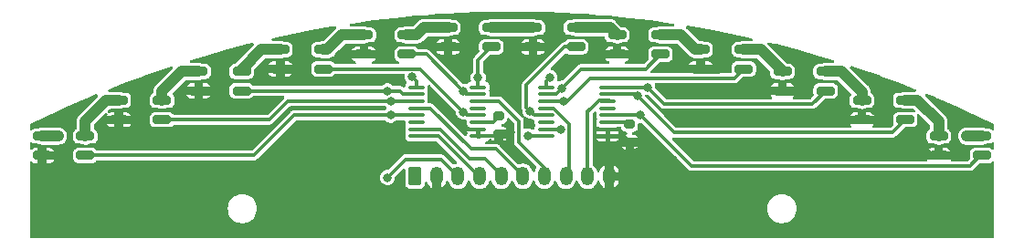
<source format=gbl>
%TF.GenerationSoftware,KiCad,Pcbnew,(6.0.6)*%
%TF.CreationDate,2022-07-17T20:06:38+03:00*%
%TF.ProjectId,Sensor,53656e73-6f72-42e6-9b69-6361645f7063,rev?*%
%TF.SameCoordinates,Original*%
%TF.FileFunction,Copper,L2,Bot*%
%TF.FilePolarity,Positive*%
%FSLAX46Y46*%
G04 Gerber Fmt 4.6, Leading zero omitted, Abs format (unit mm)*
G04 Created by KiCad (PCBNEW (6.0.6)) date 2022-07-17 20:06:38*
%MOMM*%
%LPD*%
G01*
G04 APERTURE LIST*
G04 Aperture macros list*
%AMRoundRect*
0 Rectangle with rounded corners*
0 $1 Rounding radius*
0 $2 $3 $4 $5 $6 $7 $8 $9 X,Y pos of 4 corners*
0 Add a 4 corners polygon primitive as box body*
4,1,4,$2,$3,$4,$5,$6,$7,$8,$9,$2,$3,0*
0 Add four circle primitives for the rounded corners*
1,1,$1+$1,$2,$3*
1,1,$1+$1,$4,$5*
1,1,$1+$1,$6,$7*
1,1,$1+$1,$8,$9*
0 Add four rect primitives between the rounded corners*
20,1,$1+$1,$2,$3,$4,$5,0*
20,1,$1+$1,$4,$5,$6,$7,0*
20,1,$1+$1,$6,$7,$8,$9,0*
20,1,$1+$1,$8,$9,$2,$3,0*%
G04 Aperture macros list end*
%TA.AperFunction,ComponentPad*%
%ADD10RoundRect,0.250000X-0.350000X-0.625000X0.350000X-0.625000X0.350000X0.625000X-0.350000X0.625000X0*%
%TD*%
%TA.AperFunction,ComponentPad*%
%ADD11O,1.200000X1.750000*%
%TD*%
%TA.AperFunction,SMDPad,CuDef*%
%ADD12RoundRect,0.197500X-0.632500X0.197500X-0.632500X-0.197500X0.632500X-0.197500X0.632500X0.197500X0*%
%TD*%
%TA.AperFunction,SMDPad,CuDef*%
%ADD13RoundRect,0.200000X0.275000X-0.200000X0.275000X0.200000X-0.275000X0.200000X-0.275000X-0.200000X0*%
%TD*%
%TA.AperFunction,SMDPad,CuDef*%
%ADD14RoundRect,0.100000X0.637500X0.100000X-0.637500X0.100000X-0.637500X-0.100000X0.637500X-0.100000X0*%
%TD*%
%TA.AperFunction,ViaPad*%
%ADD15C,0.800000*%
%TD*%
%TA.AperFunction,Conductor*%
%ADD16C,0.300000*%
%TD*%
%TA.AperFunction,Conductor*%
%ADD17C,0.800000*%
%TD*%
%TA.AperFunction,Conductor*%
%ADD18C,1.000000*%
%TD*%
G04 APERTURE END LIST*
D10*
X161000000Y-113000000D03*
D11*
X163000000Y-113000000D03*
X165000000Y-113000000D03*
X167000000Y-113000000D03*
X169000000Y-113000000D03*
X171000000Y-113000000D03*
X173000000Y-113000000D03*
X175000000Y-113000000D03*
X177000000Y-113000000D03*
X179000000Y-113000000D03*
D12*
X126442625Y-109269025D03*
X130442625Y-109269025D03*
X130442625Y-111069025D03*
X126442625Y-111069025D03*
X133558491Y-105950842D03*
X137558491Y-105950842D03*
X137558491Y-107750842D03*
X133558491Y-107750842D03*
X140936478Y-103265474D03*
X144936478Y-103265474D03*
X144936478Y-105065474D03*
X140936478Y-105065474D03*
X148520435Y-101233359D03*
X152520435Y-101233359D03*
X152520435Y-103033359D03*
X148520435Y-103033359D03*
X156252643Y-99869962D03*
X160252643Y-99869962D03*
X160252643Y-101669962D03*
X156252643Y-101669962D03*
X164074255Y-99185660D03*
X168074255Y-99185660D03*
X168074255Y-100985660D03*
X164074255Y-100985660D03*
X187479565Y-101233359D03*
X191479565Y-101233359D03*
X191479565Y-103033359D03*
X187479565Y-103033359D03*
X195063522Y-103265474D03*
X199063522Y-103265474D03*
X199063522Y-105065474D03*
X195063522Y-105065474D03*
X202441509Y-105950842D03*
X206441509Y-105950842D03*
X206441509Y-107750842D03*
X202441509Y-107750842D03*
X209557375Y-109269025D03*
X213557375Y-109269025D03*
X213557375Y-111069025D03*
X209557375Y-111069025D03*
X171925745Y-99185660D03*
X175925745Y-99185660D03*
X175925745Y-100985660D03*
X171925745Y-100985660D03*
X179747357Y-99869962D03*
X183747357Y-99869962D03*
X183747357Y-101669962D03*
X179747357Y-101669962D03*
D13*
X180900000Y-109825000D03*
X180900000Y-108175000D03*
D14*
X166862500Y-104725000D03*
X166862500Y-105375000D03*
X166862500Y-106025000D03*
X166862500Y-106675000D03*
X166862500Y-107325000D03*
X166862500Y-107975000D03*
X166862500Y-108625000D03*
X166862500Y-109275000D03*
X161137500Y-109275000D03*
X161137500Y-108625000D03*
X161137500Y-107975000D03*
X161137500Y-107325000D03*
X161137500Y-106675000D03*
X161137500Y-106025000D03*
X161137500Y-105375000D03*
X161137500Y-104725000D03*
X178862500Y-104725000D03*
X178862500Y-105375000D03*
X178862500Y-106025000D03*
X178862500Y-106675000D03*
X178862500Y-107325000D03*
X178862500Y-107975000D03*
X178862500Y-108625000D03*
X178862500Y-109275000D03*
X173137500Y-109275000D03*
X173137500Y-108625000D03*
X173137500Y-107975000D03*
X173137500Y-107325000D03*
X173137500Y-106675000D03*
X173137500Y-106025000D03*
X173137500Y-105375000D03*
X173137500Y-104725000D03*
D13*
X168770000Y-109075000D03*
X168770000Y-107425000D03*
D15*
X173510000Y-103800000D03*
X160762244Y-103782859D03*
X168440000Y-102530000D03*
X181310000Y-101670000D03*
X188082000Y-110440000D03*
X144870000Y-109740000D03*
X141116666Y-109740000D03*
X184920000Y-113460000D03*
X185650000Y-102880000D03*
X142420000Y-105060000D03*
X208630000Y-117380000D03*
X157830000Y-101670000D03*
X131290000Y-115430000D03*
X135560000Y-117380000D03*
X199300000Y-107670000D03*
X198528000Y-110440000D03*
X154760000Y-101680000D03*
X182920000Y-113460000D03*
X149990000Y-103030000D03*
X127020000Y-115430000D03*
X127020000Y-117380000D03*
X203920000Y-107710000D03*
X212900000Y-115430000D03*
X153020000Y-108840000D03*
X135560000Y-115430000D03*
X178200000Y-101660000D03*
X200090000Y-115430000D03*
X182920000Y-111460000D03*
X195046000Y-110440000D03*
X190760000Y-107670000D03*
X184920000Y-111460000D03*
X145530000Y-106720000D03*
X170440000Y-102530000D03*
X150320000Y-117250000D03*
X202010000Y-110440000D03*
X184920000Y-115460000D03*
X164080000Y-101980000D03*
X154730000Y-117250000D03*
X133610000Y-109740000D03*
X186920000Y-115460000D03*
X156940000Y-108840000D03*
X182920000Y-115460000D03*
X208630000Y-115430000D03*
X134990000Y-107730000D03*
X188920000Y-113460000D03*
X169860000Y-108880000D03*
X173430000Y-100960000D03*
X195030000Y-107670000D03*
X137363333Y-109740000D03*
X170390000Y-100980000D03*
X185160000Y-105170000D03*
X204360000Y-115430000D03*
X140940000Y-106700000D03*
X200090000Y-117380000D03*
X139830000Y-117380000D03*
X204360000Y-117380000D03*
X168440000Y-104530000D03*
X165570000Y-100980000D03*
X186920000Y-113460000D03*
X139830000Y-115430000D03*
X208100000Y-110500000D03*
X196640000Y-105060000D03*
X170440000Y-104530000D03*
X192430000Y-105170000D03*
X188795000Y-105170000D03*
X212900000Y-117380000D03*
X205492000Y-110440000D03*
X165580000Y-108610000D03*
X148520000Y-104050000D03*
X151790000Y-117250000D03*
X131290000Y-117380000D03*
X149400000Y-110120000D03*
X153260000Y-117250000D03*
X186490000Y-107670000D03*
X150140000Y-108380000D03*
X189110000Y-103010000D03*
X191564000Y-110440000D03*
X127900000Y-111060000D03*
X181925000Y-107325000D03*
X181620000Y-105540000D03*
X182565000Y-104725000D03*
X174745000Y-106025000D03*
X174650000Y-104820000D03*
X171680000Y-106940000D03*
X166862500Y-103847500D03*
X165480000Y-105110000D03*
X165480000Y-107010000D03*
X158444526Y-105065474D03*
X158795000Y-106025000D03*
X158745000Y-107325000D03*
X158430000Y-113110000D03*
X127950000Y-109260000D03*
X212110000Y-109300000D03*
X174560000Y-108630000D03*
X171490000Y-109240000D03*
D16*
X161137500Y-104725000D02*
X161137500Y-104158115D01*
X173137500Y-104725000D02*
X173137500Y-104172500D01*
X173137500Y-104172500D02*
X173510000Y-103800000D01*
X161137500Y-104158115D02*
X160762244Y-103782859D01*
X168570000Y-109275000D02*
X168770000Y-109075000D01*
D17*
X179747357Y-101669962D02*
X181309962Y-101669962D01*
X149986641Y-103033359D02*
X149990000Y-103030000D01*
X126442625Y-111069025D02*
X127890975Y-111069025D01*
X202441509Y-107750842D02*
X203879158Y-107750842D01*
X208100000Y-110500000D02*
X208669025Y-111069025D01*
X157829962Y-101669962D02*
X157830000Y-101670000D01*
X171925745Y-100985660D02*
X173404340Y-100985660D01*
X127890975Y-111069025D02*
X127900000Y-111060000D01*
X164074255Y-100985660D02*
X165564340Y-100985660D01*
X134969158Y-107750842D02*
X134990000Y-107730000D01*
D16*
X178862500Y-109275000D02*
X180350000Y-109275000D01*
D17*
X173404340Y-100985660D02*
X173430000Y-100960000D01*
X181309962Y-101669962D02*
X181310000Y-101670000D01*
X140936478Y-105065474D02*
X142414526Y-105065474D01*
X196634526Y-105065474D02*
X196640000Y-105060000D01*
X189086641Y-103033359D02*
X189110000Y-103010000D01*
X156252643Y-101669962D02*
X157829962Y-101669962D01*
X195063522Y-105065474D02*
X196634526Y-105065474D01*
X133558491Y-107750842D02*
X134969158Y-107750842D01*
X165564340Y-100985660D02*
X165570000Y-100980000D01*
X203879158Y-107750842D02*
X203920000Y-107710000D01*
X142414526Y-105065474D02*
X142420000Y-105060000D01*
D16*
X180350000Y-109275000D02*
X180900000Y-109825000D01*
D17*
X187479565Y-103033359D02*
X189086641Y-103033359D01*
X208669025Y-111069025D02*
X209557375Y-111069025D01*
X148520435Y-103033359D02*
X149986641Y-103033359D01*
D16*
X166862500Y-109275000D02*
X168570000Y-109275000D01*
X186640000Y-112040000D02*
X212420000Y-112040000D01*
X181925000Y-107325000D02*
X186640000Y-112040000D01*
X178862500Y-107325000D02*
X181925000Y-107325000D01*
X213390975Y-111069025D02*
X213557375Y-111069025D01*
X212420000Y-112040000D02*
X213390975Y-111069025D01*
X181620000Y-105540000D02*
X185030000Y-108950000D01*
X185030000Y-108950000D02*
X205242351Y-108950000D01*
X181455000Y-105375000D02*
X181620000Y-105540000D01*
X178862500Y-105375000D02*
X181455000Y-105375000D01*
X205242351Y-108950000D02*
X206441509Y-107750842D01*
X178862500Y-104725000D02*
X182565000Y-104725000D01*
X197838996Y-106290000D02*
X199063522Y-105065474D01*
X182565000Y-104725000D02*
X184130000Y-106290000D01*
X184130000Y-106290000D02*
X197838996Y-106290000D01*
X175125000Y-106025000D02*
X174745000Y-106025000D01*
X177270000Y-103880000D02*
X175125000Y-106025000D01*
X191479565Y-103033359D02*
X190632924Y-103880000D01*
X174745000Y-106025000D02*
X173137500Y-106025000D01*
X190632924Y-103880000D02*
X177270000Y-103880000D01*
X183747357Y-101669962D02*
X182377319Y-103040000D01*
X176430000Y-103040000D02*
X174650000Y-104820000D01*
X182377319Y-103040000D02*
X176430000Y-103040000D01*
X174095000Y-105375000D02*
X173137500Y-105375000D01*
X174650000Y-104820000D02*
X174095000Y-105375000D01*
X171680000Y-106940000D02*
X171350000Y-106610000D01*
X174904340Y-100985660D02*
X175925745Y-100985660D01*
X173137500Y-107325000D02*
X172065000Y-107325000D01*
X171350000Y-106610000D02*
X171350000Y-104540000D01*
X171350000Y-104540000D02*
X174904340Y-100985660D01*
X172065000Y-107325000D02*
X171680000Y-106940000D01*
X166862500Y-103847500D02*
X166862500Y-102197415D01*
X166862500Y-104725000D02*
X166862500Y-103847500D01*
X166862500Y-102197415D02*
X168074255Y-100985660D01*
X165480000Y-105110000D02*
X162039962Y-101669962D01*
X166862500Y-105375000D02*
X165745000Y-105375000D01*
X162039962Y-101669962D02*
X160252643Y-101669962D01*
X165745000Y-105375000D02*
X165480000Y-105110000D01*
X166862500Y-107325000D02*
X165795000Y-107325000D01*
X161503359Y-103033359D02*
X152520435Y-103033359D01*
X165480000Y-107010000D02*
X161503359Y-103033359D01*
X165795000Y-107325000D02*
X165480000Y-107010000D01*
X158444526Y-105065474D02*
X144936478Y-105065474D01*
X159585474Y-105065474D02*
X158444526Y-105065474D01*
X161137500Y-105375000D02*
X159895000Y-105375000D01*
X159585474Y-105065474D02*
X159895000Y-105375000D01*
X137558491Y-107750842D02*
X147489158Y-107750842D01*
X147489158Y-107750842D02*
X149215000Y-106025000D01*
X158795000Y-106025000D02*
X161137500Y-106025000D01*
X149215000Y-106025000D02*
X158795000Y-106025000D01*
X158745000Y-107325000D02*
X149795000Y-107325000D01*
X149795000Y-107325000D02*
X146050975Y-111069025D01*
X161137500Y-107325000D02*
X158745000Y-107325000D01*
X146050975Y-111069025D02*
X130442625Y-111069025D01*
X163420000Y-111420000D02*
X165000000Y-113000000D01*
X160120000Y-111420000D02*
X163420000Y-111420000D01*
X158430000Y-113110000D02*
X160120000Y-111420000D01*
D18*
X132369158Y-105950842D02*
X130442625Y-107877375D01*
X133558491Y-105950842D02*
X132369158Y-105950842D01*
X130442625Y-107877375D02*
X130442625Y-109269025D01*
X139394526Y-103265474D02*
X140936478Y-103265474D01*
X137558491Y-105101509D02*
X139394526Y-103265474D01*
X137558491Y-105950842D02*
X137558491Y-105101509D01*
X146796641Y-101233359D02*
X148520435Y-101233359D01*
X144936478Y-103093522D02*
X146796641Y-101233359D01*
D17*
X144936478Y-103265474D02*
X144936478Y-103093522D01*
D18*
X161160038Y-99869962D02*
X160252643Y-99869962D01*
X161844340Y-99185660D02*
X161160038Y-99869962D01*
X164074255Y-99185660D02*
X161844340Y-99185660D01*
X168074255Y-99185660D02*
X171925745Y-99185660D01*
X175925745Y-99185660D02*
X179063055Y-99185660D01*
X179063055Y-99185660D02*
X179747357Y-99869962D01*
X127950000Y-109260000D02*
X126451650Y-109260000D01*
D17*
X126451650Y-109260000D02*
X126442625Y-109269025D01*
D18*
X193031407Y-101233359D02*
X195063522Y-103265474D01*
X191479565Y-101233359D02*
X193031407Y-101233359D01*
X200515474Y-103265474D02*
X202441509Y-105191509D01*
X202441509Y-105191509D02*
X202441509Y-105950842D01*
X199063522Y-103265474D02*
X200515474Y-103265474D01*
X213557375Y-109269025D02*
X212140975Y-109269025D01*
D17*
X212140975Y-109269025D02*
X212110000Y-109300000D01*
D16*
X163375000Y-108625000D02*
X166080000Y-111330000D01*
X169000000Y-112850000D02*
X169000000Y-113000000D01*
X174560000Y-108630000D02*
X173142500Y-108630000D01*
X167480000Y-111330000D02*
X169000000Y-112850000D01*
X161137500Y-108625000D02*
X163375000Y-108625000D01*
X173142500Y-108630000D02*
X173137500Y-108625000D01*
X166080000Y-111330000D02*
X167480000Y-111330000D01*
X171000000Y-112920000D02*
X171000000Y-113000000D01*
X168550000Y-110470000D02*
X171000000Y-112920000D01*
X161137500Y-106675000D02*
X162425000Y-106675000D01*
X162425000Y-106675000D02*
X166220000Y-110470000D01*
X166220000Y-110470000D02*
X168550000Y-110470000D01*
X168805000Y-106025000D02*
X170640000Y-107860000D01*
X173000000Y-112200000D02*
X173000000Y-113000000D01*
X170640000Y-107860000D02*
X170640000Y-109840000D01*
X170640000Y-109840000D02*
X173000000Y-112200000D01*
X166862500Y-106025000D02*
X168805000Y-106025000D01*
X175290000Y-108960661D02*
X175290000Y-112710000D01*
X173137500Y-106675000D02*
X173861396Y-106675000D01*
X175310000Y-108123604D02*
X175310000Y-108940661D01*
X175290000Y-112710000D02*
X175000000Y-113000000D01*
X173861396Y-106675000D02*
X175310000Y-108123604D01*
X175310000Y-108940661D02*
X175290000Y-108960661D01*
X177010000Y-112990000D02*
X177000000Y-113000000D01*
X178065000Y-105965000D02*
X177400000Y-106630000D01*
X178972500Y-105965000D02*
X178065000Y-105965000D01*
X177290000Y-106690000D02*
X177010000Y-106970000D01*
X177010000Y-106970000D02*
X177010000Y-112990000D01*
X171525000Y-109275000D02*
X173137500Y-109275000D01*
X163145000Y-109275000D02*
X166870000Y-113000000D01*
X171490000Y-109240000D02*
X171525000Y-109275000D01*
X161137500Y-109275000D02*
X163145000Y-109275000D01*
X166870000Y-113000000D02*
X167000000Y-113000000D01*
X166862500Y-107975000D02*
X168220000Y-107975000D01*
X168220000Y-107975000D02*
X168770000Y-107425000D01*
X180700000Y-107975000D02*
X180900000Y-108175000D01*
X178862500Y-107975000D02*
X180700000Y-107975000D01*
D18*
X187479565Y-101233359D02*
X187013359Y-101233359D01*
X185649962Y-99869962D02*
X183747357Y-99869962D01*
X187013359Y-101233359D02*
X185649962Y-99869962D01*
X154220038Y-99869962D02*
X156252643Y-99869962D01*
X152856641Y-101233359D02*
X154220038Y-99869962D01*
X152520435Y-101233359D02*
X152856641Y-101233359D01*
X209557375Y-107927375D02*
X209557375Y-109269025D01*
X207580842Y-105950842D02*
X209557375Y-107927375D01*
X206441509Y-105950842D02*
X207580842Y-105950842D01*
%TA.AperFunction,Conductor*%
G36*
X170990701Y-97709300D02*
G01*
X172966903Y-97748199D01*
X172969297Y-97748271D01*
X174944276Y-97826051D01*
X174946704Y-97826171D01*
X175913480Y-97883320D01*
X176919730Y-97942802D01*
X176922204Y-97942972D01*
X178087860Y-98034929D01*
X178892651Y-98098418D01*
X178895085Y-98098634D01*
X180862006Y-98292820D01*
X180864438Y-98293084D01*
X182827175Y-98525944D01*
X182829598Y-98526256D01*
X184787452Y-98797708D01*
X184789797Y-98798057D01*
X184916766Y-98818215D01*
X184921842Y-98819021D01*
X184985984Y-98849457D01*
X185023488Y-98909739D01*
X185022448Y-98980728D01*
X184983193Y-99039885D01*
X184918187Y-99068429D01*
X184902085Y-99069462D01*
X183702202Y-99069462D01*
X183568885Y-99084416D01*
X183562232Y-99086733D01*
X183562231Y-99086733D01*
X183505548Y-99106472D01*
X183399284Y-99143477D01*
X183393306Y-99147213D01*
X183393305Y-99147213D01*
X183380339Y-99155315D01*
X183313568Y-99174462D01*
X183067719Y-99174462D01*
X183006819Y-99181078D01*
X182999423Y-99183850D01*
X182999421Y-99183851D01*
X182881653Y-99227999D01*
X182881650Y-99228000D01*
X182873246Y-99231151D01*
X182759097Y-99316702D01*
X182673546Y-99430851D01*
X182670395Y-99439255D01*
X182670394Y-99439258D01*
X182663788Y-99456881D01*
X182623473Y-99564424D01*
X182616857Y-99625324D01*
X182616857Y-100114600D01*
X182623473Y-100175500D01*
X182626245Y-100182896D01*
X182626246Y-100182898D01*
X182669976Y-100299549D01*
X182673546Y-100309073D01*
X182759097Y-100423222D01*
X182766274Y-100428601D01*
X182771276Y-100432350D01*
X182873246Y-100508773D01*
X182881650Y-100511924D01*
X182881653Y-100511925D01*
X182999421Y-100556073D01*
X182999423Y-100556074D01*
X183006819Y-100558846D01*
X183067719Y-100565462D01*
X183311663Y-100565462D01*
X183376899Y-100584661D01*
X183376945Y-100584568D01*
X183377475Y-100584831D01*
X183379915Y-100585549D01*
X183389174Y-100591516D01*
X183395794Y-100593925D01*
X183395797Y-100593927D01*
X183551318Y-100650532D01*
X183551321Y-100650533D01*
X183557935Y-100652940D01*
X183602835Y-100658612D01*
X183692712Y-100669966D01*
X183692715Y-100669966D01*
X183696640Y-100670462D01*
X185266194Y-100670462D01*
X185334315Y-100690464D01*
X185355289Y-100707367D01*
X186440840Y-101792918D01*
X186441769Y-101793856D01*
X186504218Y-101857627D01*
X186510138Y-101861442D01*
X186510144Y-101861447D01*
X186540250Y-101880849D01*
X186550604Y-101888289D01*
X186584093Y-101915023D01*
X186590431Y-101918087D01*
X186590436Y-101918090D01*
X186613912Y-101929438D01*
X186627332Y-101936969D01*
X186649250Y-101951095D01*
X186649258Y-101951099D01*
X186655176Y-101954913D01*
X186661796Y-101957323D01*
X186661797Y-101957323D01*
X186695447Y-101969571D01*
X186707191Y-101974532D01*
X186739440Y-101990122D01*
X186739446Y-101990124D01*
X186745782Y-101993187D01*
X186752637Y-101994770D01*
X186752641Y-101994771D01*
X186778069Y-102000641D01*
X186792819Y-102005011D01*
X186817314Y-102013927D01*
X186817319Y-102013928D01*
X186823937Y-102016337D01*
X186866471Y-102021710D01*
X186878987Y-102023940D01*
X186920770Y-102033586D01*
X186927808Y-102033610D01*
X186927813Y-102033611D01*
X186960952Y-102033726D01*
X186961819Y-102033755D01*
X186962642Y-102033859D01*
X186998938Y-102033859D01*
X186999377Y-102033860D01*
X187096868Y-102034200D01*
X187096871Y-102034200D01*
X187100360Y-102034212D01*
X187101548Y-102033946D01*
X187103161Y-102033859D01*
X187524720Y-102033859D01*
X187658037Y-102018905D01*
X187665412Y-102016337D01*
X187757608Y-101984231D01*
X187827638Y-101959844D01*
X187841636Y-101951097D01*
X187846583Y-101948006D01*
X187913354Y-101928859D01*
X188159203Y-101928859D01*
X188220103Y-101922243D01*
X188227499Y-101919471D01*
X188227501Y-101919470D01*
X188345269Y-101875322D01*
X188345272Y-101875321D01*
X188353676Y-101872170D01*
X188467825Y-101786619D01*
X188553376Y-101672470D01*
X188573554Y-101618646D01*
X188600676Y-101546295D01*
X188600677Y-101546293D01*
X188603449Y-101538897D01*
X188610065Y-101477997D01*
X188610065Y-100988721D01*
X188603449Y-100927821D01*
X188600676Y-100920423D01*
X188556528Y-100802655D01*
X188556527Y-100802652D01*
X188553376Y-100794248D01*
X188467825Y-100680099D01*
X188353676Y-100594548D01*
X188345272Y-100591397D01*
X188345269Y-100591396D01*
X188227501Y-100547248D01*
X188227499Y-100547247D01*
X188220103Y-100544475D01*
X188159203Y-100537859D01*
X187915259Y-100537859D01*
X187850023Y-100518660D01*
X187849977Y-100518753D01*
X187849447Y-100518490D01*
X187847007Y-100517772D01*
X187837748Y-100511805D01*
X187831128Y-100509396D01*
X187831125Y-100509394D01*
X187675604Y-100452789D01*
X187675601Y-100452788D01*
X187668987Y-100450381D01*
X187583486Y-100439580D01*
X187534210Y-100433355D01*
X187534207Y-100433355D01*
X187530282Y-100432859D01*
X187397127Y-100432859D01*
X187329006Y-100412857D01*
X187308032Y-100395954D01*
X186222481Y-99310403D01*
X186221552Y-99309465D01*
X186159103Y-99245694D01*
X186161331Y-99243512D01*
X186128994Y-99196277D01*
X186126927Y-99125310D01*
X186163555Y-99064492D01*
X186227250Y-99033131D01*
X186268560Y-99032833D01*
X186741924Y-99107987D01*
X186744277Y-99108384D01*
X188689854Y-99456659D01*
X188692232Y-99457108D01*
X190630677Y-99843624D01*
X190633040Y-99844119D01*
X191862820Y-100114600D01*
X192177448Y-100183800D01*
X192239682Y-100217968D01*
X192273564Y-100280359D01*
X192268336Y-100351162D01*
X192225659Y-100407900D01*
X192159082Y-100432558D01*
X192150382Y-100432859D01*
X191434410Y-100432859D01*
X191301093Y-100447813D01*
X191294440Y-100450130D01*
X191294439Y-100450130D01*
X191236763Y-100470215D01*
X191131492Y-100506874D01*
X191125514Y-100510610D01*
X191125513Y-100510610D01*
X191112547Y-100518712D01*
X191045776Y-100537859D01*
X190799927Y-100537859D01*
X190739027Y-100544475D01*
X190731631Y-100547247D01*
X190731629Y-100547248D01*
X190613861Y-100591396D01*
X190613858Y-100591397D01*
X190605454Y-100594548D01*
X190491305Y-100680099D01*
X190405754Y-100794248D01*
X190402603Y-100802652D01*
X190402602Y-100802655D01*
X190358454Y-100920423D01*
X190355681Y-100927821D01*
X190349065Y-100988721D01*
X190349065Y-101477997D01*
X190355681Y-101538897D01*
X190358453Y-101546293D01*
X190358454Y-101546295D01*
X190385577Y-101618646D01*
X190405754Y-101672470D01*
X190491305Y-101786619D01*
X190605454Y-101872170D01*
X190613858Y-101875321D01*
X190613861Y-101875322D01*
X190731629Y-101919470D01*
X190731631Y-101919471D01*
X190739027Y-101922243D01*
X190799927Y-101928859D01*
X191043871Y-101928859D01*
X191109107Y-101948058D01*
X191109153Y-101947965D01*
X191109683Y-101948228D01*
X191112123Y-101948946D01*
X191121382Y-101954913D01*
X191128002Y-101957322D01*
X191128005Y-101957324D01*
X191283526Y-102013929D01*
X191283529Y-102013930D01*
X191290143Y-102016337D01*
X191338993Y-102022508D01*
X191424920Y-102033363D01*
X191424923Y-102033363D01*
X191428848Y-102033859D01*
X192647639Y-102033859D01*
X192715760Y-102053861D01*
X192736734Y-102070764D01*
X193896117Y-103230147D01*
X193930143Y-103292459D01*
X193933022Y-103319242D01*
X193933022Y-103510112D01*
X193939638Y-103571012D01*
X193942410Y-103578408D01*
X193942411Y-103578410D01*
X193983014Y-103686720D01*
X193989711Y-103704585D01*
X194035563Y-103765764D01*
X194069206Y-103810653D01*
X194075262Y-103818734D01*
X194189411Y-103904285D01*
X194197815Y-103907436D01*
X194197818Y-103907437D01*
X194315586Y-103951585D01*
X194315588Y-103951586D01*
X194322984Y-103954358D01*
X194383884Y-103960974D01*
X194634019Y-103960974D01*
X194688858Y-103973534D01*
X194708878Y-103983212D01*
X194795945Y-104025302D01*
X194970933Y-104065701D01*
X194977972Y-104065726D01*
X194977976Y-104065726D01*
X195060409Y-104066013D01*
X195150523Y-104066327D01*
X195157389Y-104064792D01*
X195157392Y-104064792D01*
X195280903Y-104037184D01*
X195325789Y-104027151D01*
X195439506Y-103973154D01*
X195493552Y-103960974D01*
X195743160Y-103960974D01*
X195804060Y-103954358D01*
X195811456Y-103951586D01*
X195811458Y-103951585D01*
X195929226Y-103907437D01*
X195929229Y-103907436D01*
X195937633Y-103904285D01*
X196051782Y-103818734D01*
X196057839Y-103810653D01*
X196091481Y-103765764D01*
X196137333Y-103704585D01*
X196144031Y-103686720D01*
X196184633Y-103578410D01*
X196184634Y-103578408D01*
X196187406Y-103571012D01*
X196194022Y-103510112D01*
X196194022Y-103020836D01*
X196187406Y-102959936D01*
X196183570Y-102949703D01*
X196140485Y-102834770D01*
X196140484Y-102834767D01*
X196137333Y-102826363D01*
X196051782Y-102712214D01*
X195937633Y-102626663D01*
X195929229Y-102623512D01*
X195929226Y-102623511D01*
X195811458Y-102579363D01*
X195811456Y-102579362D01*
X195804060Y-102576590D01*
X195743160Y-102569974D01*
X195552290Y-102569974D01*
X195484169Y-102549972D01*
X195463195Y-102533069D01*
X193716416Y-100786290D01*
X193682390Y-100723978D01*
X193687455Y-100653163D01*
X193730002Y-100596327D01*
X193796522Y-100571516D01*
X193834991Y-100574693D01*
X194404314Y-100711710D01*
X194487443Y-100731717D01*
X194489848Y-100732321D01*
X196401974Y-101232516D01*
X196404367Y-101233167D01*
X198306291Y-101770899D01*
X198308669Y-101771596D01*
X198599108Y-101859921D01*
X199777981Y-102218425D01*
X199837335Y-102257382D01*
X199866205Y-102322243D01*
X199855426Y-102392417D01*
X199808419Y-102445622D01*
X199741321Y-102464974D01*
X199018367Y-102464974D01*
X198885050Y-102479928D01*
X198878397Y-102482245D01*
X198878396Y-102482245D01*
X198810071Y-102506038D01*
X198715449Y-102538989D01*
X198709471Y-102542725D01*
X198709470Y-102542725D01*
X198696504Y-102550827D01*
X198629733Y-102569974D01*
X198383884Y-102569974D01*
X198322984Y-102576590D01*
X198315588Y-102579362D01*
X198315586Y-102579363D01*
X198197818Y-102623511D01*
X198197815Y-102623512D01*
X198189411Y-102626663D01*
X198075262Y-102712214D01*
X197989711Y-102826363D01*
X197986560Y-102834767D01*
X197986559Y-102834770D01*
X197943474Y-102949703D01*
X197939638Y-102959936D01*
X197933022Y-103020836D01*
X197933022Y-103510112D01*
X197939638Y-103571012D01*
X197942410Y-103578408D01*
X197942411Y-103578410D01*
X197983014Y-103686720D01*
X197989711Y-103704585D01*
X198035563Y-103765764D01*
X198069206Y-103810653D01*
X198075262Y-103818734D01*
X198189411Y-103904285D01*
X198197815Y-103907436D01*
X198197818Y-103907437D01*
X198315586Y-103951585D01*
X198315588Y-103951586D01*
X198322984Y-103954358D01*
X198383884Y-103960974D01*
X198627828Y-103960974D01*
X198693064Y-103980173D01*
X198693110Y-103980080D01*
X198693640Y-103980343D01*
X198696080Y-103981061D01*
X198705339Y-103987028D01*
X198711959Y-103989437D01*
X198711962Y-103989439D01*
X198867483Y-104046044D01*
X198867486Y-104046045D01*
X198874100Y-104048452D01*
X198900643Y-104051805D01*
X199008877Y-104065478D01*
X199008880Y-104065478D01*
X199012805Y-104065974D01*
X200131706Y-104065974D01*
X200199827Y-104085976D01*
X200220801Y-104102879D01*
X201402673Y-105284751D01*
X201436699Y-105347063D01*
X201431634Y-105417878D01*
X201414404Y-105449412D01*
X201367698Y-105511731D01*
X201364547Y-105520135D01*
X201364546Y-105520138D01*
X201320398Y-105637906D01*
X201317625Y-105645304D01*
X201316772Y-105653157D01*
X201311714Y-105699719D01*
X201311009Y-105706204D01*
X201311009Y-106195480D01*
X201317625Y-106256380D01*
X201320397Y-106263776D01*
X201320398Y-106263778D01*
X201364211Y-106380650D01*
X201367698Y-106389953D01*
X201419817Y-106459494D01*
X201447522Y-106496460D01*
X201453249Y-106504102D01*
X201460426Y-106509481D01*
X201478149Y-106522764D01*
X201567398Y-106589653D01*
X201575802Y-106592804D01*
X201575805Y-106592805D01*
X201693573Y-106636953D01*
X201693575Y-106636954D01*
X201700971Y-106639726D01*
X201761871Y-106646342D01*
X202006800Y-106646342D01*
X202074311Y-106665955D01*
X202088373Y-106674879D01*
X202118157Y-106685485D01*
X202250923Y-106732761D01*
X202250928Y-106732762D01*
X202257558Y-106735123D01*
X202264544Y-106735956D01*
X202264548Y-106735957D01*
X202386305Y-106750475D01*
X202435885Y-106756387D01*
X202442888Y-106755651D01*
X202442889Y-106755651D01*
X202607484Y-106738352D01*
X202607488Y-106738351D01*
X202614492Y-106737615D01*
X202646370Y-106726763D01*
X202777832Y-106682010D01*
X202777835Y-106682009D01*
X202784502Y-106679739D01*
X202794496Y-106673591D01*
X202808421Y-106665024D01*
X202874443Y-106646342D01*
X203121147Y-106646342D01*
X203182047Y-106639726D01*
X203189443Y-106636954D01*
X203189445Y-106636953D01*
X203307213Y-106592805D01*
X203307216Y-106592804D01*
X203315620Y-106589653D01*
X203404869Y-106522764D01*
X203422592Y-106509481D01*
X203429769Y-106504102D01*
X203435497Y-106496460D01*
X203463201Y-106459494D01*
X203515320Y-106389953D01*
X203518808Y-106380650D01*
X203562620Y-106263778D01*
X203562621Y-106263776D01*
X203565393Y-106256380D01*
X203572009Y-106195480D01*
X203572009Y-105706204D01*
X203571305Y-105699719D01*
X203566246Y-105653157D01*
X203565393Y-105645304D01*
X203562620Y-105637906D01*
X203518472Y-105520138D01*
X203518471Y-105520135D01*
X203515320Y-105511731D01*
X203429769Y-105397582D01*
X203374270Y-105355987D01*
X203322799Y-105317411D01*
X203322797Y-105317410D01*
X203315620Y-105312031D01*
X203307440Y-105308964D01*
X203257376Y-105258790D01*
X203242038Y-105197209D01*
X203242876Y-105117149D01*
X203242950Y-105110102D01*
X203233893Y-105068213D01*
X203231833Y-105055635D01*
X203227840Y-105020033D01*
X203227839Y-105020031D01*
X203227055Y-105013037D01*
X203216159Y-104981750D01*
X203211998Y-104966945D01*
X203206486Y-104941448D01*
X203206485Y-104941445D01*
X203204998Y-104934567D01*
X203186879Y-104895710D01*
X203182095Y-104883927D01*
X203167994Y-104843436D01*
X203150439Y-104815342D01*
X203143098Y-104801822D01*
X203132077Y-104778186D01*
X203132076Y-104778185D01*
X203129100Y-104771802D01*
X203119059Y-104758857D01*
X203102835Y-104737942D01*
X203095540Y-104727485D01*
X203076559Y-104697109D01*
X203076557Y-104697106D01*
X203072825Y-104691134D01*
X203067862Y-104686136D01*
X203044506Y-104662616D01*
X203043924Y-104661994D01*
X203043410Y-104661332D01*
X203017550Y-104635472D01*
X202946279Y-104563702D01*
X202945252Y-104563050D01*
X202944044Y-104561966D01*
X201356020Y-102973942D01*
X201321994Y-102911630D01*
X201327059Y-102840815D01*
X201369606Y-102783979D01*
X201436126Y-102759168D01*
X201484140Y-102765043D01*
X202081309Y-102959566D01*
X202083659Y-102960357D01*
X203950535Y-103609384D01*
X203952869Y-103610221D01*
X204454861Y-103795892D01*
X205806660Y-104295880D01*
X205808879Y-104296725D01*
X207144499Y-104820836D01*
X207364200Y-104907049D01*
X207420306Y-104950553D01*
X207443986Y-105017484D01*
X207427721Y-105086593D01*
X207376676Y-105135937D01*
X207318173Y-105150342D01*
X206396354Y-105150342D01*
X206263037Y-105165296D01*
X206256384Y-105167613D01*
X206256383Y-105167613D01*
X206199698Y-105187353D01*
X206093436Y-105224357D01*
X206087458Y-105228093D01*
X206087457Y-105228093D01*
X206074491Y-105236195D01*
X206007720Y-105255342D01*
X205761871Y-105255342D01*
X205700971Y-105261958D01*
X205693575Y-105264730D01*
X205693573Y-105264731D01*
X205575805Y-105308879D01*
X205575802Y-105308880D01*
X205567398Y-105312031D01*
X205453249Y-105397582D01*
X205367698Y-105511731D01*
X205364547Y-105520135D01*
X205364546Y-105520138D01*
X205320398Y-105637906D01*
X205317625Y-105645304D01*
X205316772Y-105653157D01*
X205311714Y-105699719D01*
X205311009Y-105706204D01*
X205311009Y-106195480D01*
X205317625Y-106256380D01*
X205320397Y-106263776D01*
X205320398Y-106263778D01*
X205364211Y-106380650D01*
X205367698Y-106389953D01*
X205419817Y-106459494D01*
X205447522Y-106496460D01*
X205453249Y-106504102D01*
X205460426Y-106509481D01*
X205478149Y-106522764D01*
X205567398Y-106589653D01*
X205575802Y-106592804D01*
X205575805Y-106592805D01*
X205693573Y-106636953D01*
X205693575Y-106636954D01*
X205700971Y-106639726D01*
X205761871Y-106646342D01*
X206005815Y-106646342D01*
X206071051Y-106665541D01*
X206071097Y-106665448D01*
X206071627Y-106665711D01*
X206074067Y-106666429D01*
X206083326Y-106672396D01*
X206089946Y-106674805D01*
X206089949Y-106674807D01*
X206245470Y-106731412D01*
X206245473Y-106731413D01*
X206252087Y-106733820D01*
X206287963Y-106738352D01*
X206386864Y-106750846D01*
X206386867Y-106750846D01*
X206390792Y-106751342D01*
X207197074Y-106751342D01*
X207265195Y-106771344D01*
X207286169Y-106788247D01*
X207375251Y-106877329D01*
X207409277Y-106939641D01*
X207404212Y-107010456D01*
X207361665Y-107067292D01*
X207295145Y-107092103D01*
X207241929Y-107084406D01*
X207182047Y-107061958D01*
X207136479Y-107057008D01*
X207124544Y-107055711D01*
X207124543Y-107055711D01*
X207121147Y-107055342D01*
X205761871Y-107055342D01*
X205758475Y-107055711D01*
X205758474Y-107055711D01*
X205746539Y-107057008D01*
X205700971Y-107061958D01*
X205693575Y-107064730D01*
X205693573Y-107064731D01*
X205575805Y-107108879D01*
X205575802Y-107108880D01*
X205567398Y-107112031D01*
X205498609Y-107163586D01*
X205465250Y-107188588D01*
X205453249Y-107197582D01*
X205447870Y-107204759D01*
X205444847Y-107208793D01*
X205367698Y-107311731D01*
X205364547Y-107320135D01*
X205364546Y-107320138D01*
X205322248Y-107432971D01*
X205317625Y-107445304D01*
X205311009Y-107506204D01*
X205311009Y-107995480D01*
X205317625Y-108056380D01*
X205320397Y-108063773D01*
X205320397Y-108063775D01*
X205338567Y-108112244D01*
X205343750Y-108183052D01*
X205309680Y-108245568D01*
X205092653Y-108462595D01*
X205030341Y-108496621D01*
X205003558Y-108499500D01*
X203534592Y-108499500D01*
X203466471Y-108479498D01*
X203419978Y-108425842D01*
X203409874Y-108355568D01*
X203433766Y-108297934D01*
X203509497Y-108196888D01*
X203518027Y-108181307D01*
X203524962Y-108162807D01*
X203525992Y-108148740D01*
X203520706Y-108145842D01*
X201369811Y-108145842D01*
X201356280Y-108149815D01*
X201355422Y-108155782D01*
X201364991Y-108181307D01*
X201373521Y-108196888D01*
X201449252Y-108297934D01*
X201474100Y-108364441D01*
X201459047Y-108433823D01*
X201408873Y-108484054D01*
X201348426Y-108499500D01*
X185268793Y-108499500D01*
X185200672Y-108479498D01*
X185179698Y-108462595D01*
X184070047Y-107352944D01*
X201357026Y-107352944D01*
X201362312Y-107355842D01*
X202028394Y-107355842D01*
X202043633Y-107351367D01*
X202044838Y-107349977D01*
X202046509Y-107342294D01*
X202046509Y-107337727D01*
X202836509Y-107337727D01*
X202840984Y-107352966D01*
X202842374Y-107354171D01*
X202850057Y-107355842D01*
X203513207Y-107355842D01*
X203526738Y-107351869D01*
X203527596Y-107345902D01*
X203518027Y-107320377D01*
X203509495Y-107304792D01*
X203434794Y-107205120D01*
X203422231Y-107192557D01*
X203322559Y-107117856D01*
X203306974Y-107109324D01*
X203189333Y-107065223D01*
X203174087Y-107061598D01*
X203124499Y-107056211D01*
X203117685Y-107055842D01*
X202854624Y-107055842D01*
X202839385Y-107060317D01*
X202838180Y-107061707D01*
X202836509Y-107069390D01*
X202836509Y-107337727D01*
X202046509Y-107337727D01*
X202046509Y-107073958D01*
X202042034Y-107058719D01*
X202040644Y-107057514D01*
X202032961Y-107055843D01*
X201765335Y-107055843D01*
X201758517Y-107056212D01*
X201708938Y-107061597D01*
X201693679Y-107065226D01*
X201576044Y-107109324D01*
X201560459Y-107117856D01*
X201460787Y-107192557D01*
X201448224Y-107205120D01*
X201373523Y-107304792D01*
X201364991Y-107320377D01*
X201358056Y-107338877D01*
X201357026Y-107352944D01*
X184070047Y-107352944D01*
X182362382Y-105645279D01*
X182328356Y-105582967D01*
X182326328Y-105554793D01*
X182325490Y-105554784D01*
X182325575Y-105546637D01*
X182346287Y-105478729D01*
X182400424Y-105432799D01*
X182466562Y-105423415D01*
X182469233Y-105424116D01*
X182578503Y-105425832D01*
X182646300Y-105446901D01*
X182665618Y-105462721D01*
X183787247Y-106584350D01*
X183797101Y-106595439D01*
X183811433Y-106613618D01*
X183818128Y-106622110D01*
X183825875Y-106627465D01*
X183825877Y-106627466D01*
X183839604Y-106636953D01*
X183864668Y-106654275D01*
X183866375Y-106655455D01*
X183869587Y-106657750D01*
X183880590Y-106665877D01*
X183899358Y-106679739D01*
X183916816Y-106692634D01*
X183923632Y-106695027D01*
X183929569Y-106699131D01*
X183938549Y-106701971D01*
X183938551Y-106701972D01*
X183952474Y-106706375D01*
X183985519Y-106716826D01*
X183989250Y-106718071D01*
X184035737Y-106734396D01*
X184035739Y-106734396D01*
X184044631Y-106737519D01*
X184051819Y-106737801D01*
X184051878Y-106737812D01*
X184058730Y-106739980D01*
X184065337Y-106740500D01*
X184118016Y-106740500D01*
X184122962Y-106740597D01*
X184179994Y-106742838D01*
X184187100Y-106740954D01*
X184195344Y-106740500D01*
X197804776Y-106740500D01*
X197819585Y-106741373D01*
X197853306Y-106745364D01*
X197862570Y-106743672D01*
X197862571Y-106743672D01*
X197910997Y-106734828D01*
X197914900Y-106734178D01*
X197963641Y-106726850D01*
X197963642Y-106726850D01*
X197972958Y-106725449D01*
X197979471Y-106722321D01*
X197986569Y-106721025D01*
X198038643Y-106693975D01*
X198042133Y-106692232D01*
X198095075Y-106666809D01*
X198100361Y-106661923D01*
X198100409Y-106661890D01*
X198106784Y-106658579D01*
X198111824Y-106654275D01*
X198149051Y-106617048D01*
X198152617Y-106613618D01*
X198172283Y-106595439D01*
X198194552Y-106574854D01*
X198198245Y-106568495D01*
X198203762Y-106562337D01*
X198968220Y-105797879D01*
X199030532Y-105763853D01*
X199057315Y-105760974D01*
X199743160Y-105760974D01*
X199747763Y-105760474D01*
X199774843Y-105757532D01*
X199804060Y-105754358D01*
X199811456Y-105751586D01*
X199811458Y-105751585D01*
X199929226Y-105707437D01*
X199929229Y-105707436D01*
X199937633Y-105704285D01*
X200051782Y-105618734D01*
X200057432Y-105611196D01*
X200090999Y-105566408D01*
X200137333Y-105504585D01*
X200140575Y-105495939D01*
X200184633Y-105378410D01*
X200184634Y-105378407D01*
X200187406Y-105371012D01*
X200194022Y-105310112D01*
X200194022Y-104820836D01*
X200187406Y-104759936D01*
X200184633Y-104752538D01*
X200140485Y-104634770D01*
X200140484Y-104634767D01*
X200137333Y-104626363D01*
X200057475Y-104519810D01*
X200057161Y-104519391D01*
X200051782Y-104512214D01*
X200035080Y-104499696D01*
X200017929Y-104486842D01*
X199937633Y-104426663D01*
X199929229Y-104423512D01*
X199929226Y-104423511D01*
X199811458Y-104379363D01*
X199811456Y-104379362D01*
X199804060Y-104376590D01*
X199758492Y-104371640D01*
X199746557Y-104370343D01*
X199746556Y-104370343D01*
X199743160Y-104369974D01*
X198383884Y-104369974D01*
X198380488Y-104370343D01*
X198380487Y-104370343D01*
X198368552Y-104371640D01*
X198322984Y-104376590D01*
X198315588Y-104379362D01*
X198315586Y-104379363D01*
X198197818Y-104423511D01*
X198197815Y-104423512D01*
X198189411Y-104426663D01*
X198109115Y-104486842D01*
X198091965Y-104499696D01*
X198075262Y-104512214D01*
X198069883Y-104519391D01*
X198069569Y-104519810D01*
X197989711Y-104626363D01*
X197986560Y-104634767D01*
X197986559Y-104634770D01*
X197942411Y-104752538D01*
X197939638Y-104759936D01*
X197933022Y-104820836D01*
X197933022Y-105310112D01*
X197933391Y-105313508D01*
X197933391Y-105313509D01*
X197937171Y-105348299D01*
X197939638Y-105371012D01*
X197942410Y-105378405D01*
X197942410Y-105378407D01*
X197960580Y-105426876D01*
X197965763Y-105497684D01*
X197931693Y-105560200D01*
X197689298Y-105802595D01*
X197626986Y-105836621D01*
X197600203Y-105839500D01*
X196132693Y-105839500D01*
X196064572Y-105819498D01*
X196018079Y-105765842D01*
X196007975Y-105695568D01*
X196037469Y-105630988D01*
X196043598Y-105624405D01*
X196056807Y-105611196D01*
X196131508Y-105511524D01*
X196140040Y-105495939D01*
X196146975Y-105477439D01*
X196148005Y-105463372D01*
X196142719Y-105460474D01*
X193991824Y-105460474D01*
X193978293Y-105464447D01*
X193977435Y-105470414D01*
X193987004Y-105495939D01*
X193995536Y-105511524D01*
X194070237Y-105611196D01*
X194083446Y-105624405D01*
X194117472Y-105686717D01*
X194112407Y-105757532D01*
X194069860Y-105814368D01*
X194003340Y-105839179D01*
X193994351Y-105839500D01*
X184368793Y-105839500D01*
X184300672Y-105819498D01*
X184279698Y-105802595D01*
X183307382Y-104830279D01*
X183273356Y-104767967D01*
X183271328Y-104739787D01*
X183270490Y-104739778D01*
X183270602Y-104729135D01*
X183270602Y-104729129D01*
X183270645Y-104725000D01*
X183269494Y-104715484D01*
X183265942Y-104686136D01*
X183263696Y-104667576D01*
X193979039Y-104667576D01*
X193984325Y-104670474D01*
X194650407Y-104670474D01*
X194665646Y-104665999D01*
X194666851Y-104664609D01*
X194668522Y-104656926D01*
X194668522Y-104652359D01*
X195458522Y-104652359D01*
X195462997Y-104667598D01*
X195464387Y-104668803D01*
X195472070Y-104670474D01*
X196135220Y-104670474D01*
X196148751Y-104666501D01*
X196149609Y-104660534D01*
X196140040Y-104635009D01*
X196131508Y-104619424D01*
X196056807Y-104519752D01*
X196044244Y-104507189D01*
X195944572Y-104432488D01*
X195928987Y-104423956D01*
X195811346Y-104379855D01*
X195796100Y-104376230D01*
X195746512Y-104370843D01*
X195739698Y-104370474D01*
X195476637Y-104370474D01*
X195461398Y-104374949D01*
X195460193Y-104376339D01*
X195458522Y-104384022D01*
X195458522Y-104652359D01*
X194668522Y-104652359D01*
X194668522Y-104388590D01*
X194664047Y-104373351D01*
X194662657Y-104372146D01*
X194654974Y-104370475D01*
X194387348Y-104370475D01*
X194380530Y-104370844D01*
X194330951Y-104376229D01*
X194315692Y-104379858D01*
X194198057Y-104423956D01*
X194182472Y-104432488D01*
X194082800Y-104507189D01*
X194070237Y-104519752D01*
X193995536Y-104619424D01*
X193987004Y-104635009D01*
X193980069Y-104653509D01*
X193979039Y-104667576D01*
X183263696Y-104667576D01*
X183250276Y-104556680D01*
X183241018Y-104532179D01*
X183229251Y-104501037D01*
X183223883Y-104430244D01*
X183257641Y-104367787D01*
X183319807Y-104333495D01*
X183347117Y-104330500D01*
X190598704Y-104330500D01*
X190613513Y-104331373D01*
X190647234Y-104335364D01*
X190656498Y-104333672D01*
X190656499Y-104333672D01*
X190704925Y-104324828D01*
X190708828Y-104324178D01*
X190757569Y-104316850D01*
X190757570Y-104316850D01*
X190766886Y-104315449D01*
X190773399Y-104312321D01*
X190780497Y-104311025D01*
X190832571Y-104283975D01*
X190836061Y-104282232D01*
X190889003Y-104256809D01*
X190894289Y-104251923D01*
X190894337Y-104251890D01*
X190900712Y-104248579D01*
X190905752Y-104244275D01*
X190942979Y-104207048D01*
X190946545Y-104203618D01*
X190953437Y-104197247D01*
X190988480Y-104164854D01*
X190992173Y-104158495D01*
X190997690Y-104152337D01*
X191384263Y-103765764D01*
X191446575Y-103731738D01*
X191473358Y-103728859D01*
X192159203Y-103728859D01*
X192163806Y-103728359D01*
X192190288Y-103725482D01*
X192220103Y-103722243D01*
X192227499Y-103719471D01*
X192227501Y-103719470D01*
X192345269Y-103675322D01*
X192345272Y-103675321D01*
X192353676Y-103672170D01*
X192467825Y-103586619D01*
X192473475Y-103579081D01*
X192520958Y-103515725D01*
X192553376Y-103472470D01*
X192556618Y-103463824D01*
X192600676Y-103346295D01*
X192600677Y-103346293D01*
X192603449Y-103338897D01*
X192610065Y-103277997D01*
X192610065Y-102788721D01*
X192603449Y-102727821D01*
X192599161Y-102716382D01*
X192556528Y-102602655D01*
X192556527Y-102602652D01*
X192553376Y-102594248D01*
X192486487Y-102504999D01*
X192473204Y-102487276D01*
X192467825Y-102480099D01*
X192353676Y-102394548D01*
X192345272Y-102391397D01*
X192345269Y-102391396D01*
X192227501Y-102347248D01*
X192227499Y-102347247D01*
X192220103Y-102344475D01*
X192168574Y-102338877D01*
X192162600Y-102338228D01*
X192162599Y-102338228D01*
X192159203Y-102337859D01*
X190799927Y-102337859D01*
X190796531Y-102338228D01*
X190796530Y-102338228D01*
X190790556Y-102338877D01*
X190739027Y-102344475D01*
X190731631Y-102347247D01*
X190731629Y-102347248D01*
X190613861Y-102391396D01*
X190613858Y-102391397D01*
X190605454Y-102394548D01*
X190491305Y-102480099D01*
X190485926Y-102487276D01*
X190472643Y-102504999D01*
X190405754Y-102594248D01*
X190402603Y-102602652D01*
X190402602Y-102602655D01*
X190359969Y-102716382D01*
X190355681Y-102727821D01*
X190349065Y-102788721D01*
X190349065Y-103277997D01*
X190349433Y-103281388D01*
X190349434Y-103281399D01*
X190350357Y-103289894D01*
X190337828Y-103359777D01*
X190289506Y-103411791D01*
X190225094Y-103429500D01*
X188579897Y-103429500D01*
X188566309Y-103428765D01*
X188562566Y-103428359D01*
X186393801Y-103428359D01*
X186385866Y-103429500D01*
X182929112Y-103429500D01*
X182860991Y-103409498D01*
X182814498Y-103355842D01*
X182804394Y-103285568D01*
X182833888Y-103220988D01*
X182840017Y-103214405D01*
X183418961Y-102635461D01*
X186395082Y-102635461D01*
X186400368Y-102638359D01*
X187066450Y-102638359D01*
X187081689Y-102633884D01*
X187082894Y-102632494D01*
X187084565Y-102624811D01*
X187084565Y-102620244D01*
X187874565Y-102620244D01*
X187879040Y-102635483D01*
X187880430Y-102636688D01*
X187888113Y-102638359D01*
X188551263Y-102638359D01*
X188564794Y-102634386D01*
X188565652Y-102628419D01*
X188556083Y-102602894D01*
X188547551Y-102587309D01*
X188472850Y-102487637D01*
X188460287Y-102475074D01*
X188360615Y-102400373D01*
X188345030Y-102391841D01*
X188227389Y-102347740D01*
X188212143Y-102344115D01*
X188162555Y-102338728D01*
X188155741Y-102338359D01*
X187892680Y-102338359D01*
X187877441Y-102342834D01*
X187876236Y-102344224D01*
X187874565Y-102351907D01*
X187874565Y-102620244D01*
X187084565Y-102620244D01*
X187084565Y-102356475D01*
X187080090Y-102341236D01*
X187078700Y-102340031D01*
X187071017Y-102338360D01*
X186803391Y-102338360D01*
X186796573Y-102338729D01*
X186746994Y-102344114D01*
X186731735Y-102347743D01*
X186614100Y-102391841D01*
X186598515Y-102400373D01*
X186498843Y-102475074D01*
X186486280Y-102487637D01*
X186411579Y-102587309D01*
X186403047Y-102602894D01*
X186396112Y-102621394D01*
X186395082Y-102635461D01*
X183418961Y-102635461D01*
X183652055Y-102402367D01*
X183714367Y-102368341D01*
X183741150Y-102365462D01*
X184426995Y-102365462D01*
X184487895Y-102358846D01*
X184495291Y-102356074D01*
X184495293Y-102356073D01*
X184613061Y-102311925D01*
X184613065Y-102311923D01*
X184621468Y-102308773D01*
X184735617Y-102223222D01*
X184741267Y-102215684D01*
X184754279Y-102198322D01*
X184821168Y-102109073D01*
X184824410Y-102100427D01*
X184868468Y-101982898D01*
X184868469Y-101982895D01*
X184871241Y-101975500D01*
X184877857Y-101914600D01*
X184877857Y-101425324D01*
X184871241Y-101364424D01*
X184868468Y-101357026D01*
X184824320Y-101239258D01*
X184824319Y-101239255D01*
X184821168Y-101230851D01*
X184754279Y-101141602D01*
X184740996Y-101123879D01*
X184735617Y-101116702D01*
X184621468Y-101031151D01*
X184613064Y-101028000D01*
X184613061Y-101027999D01*
X184495293Y-100983851D01*
X184495291Y-100983850D01*
X184487895Y-100981078D01*
X184442327Y-100976128D01*
X184430392Y-100974831D01*
X184430391Y-100974831D01*
X184426995Y-100974462D01*
X183067719Y-100974462D01*
X183064323Y-100974831D01*
X183064322Y-100974831D01*
X183052387Y-100976128D01*
X183006819Y-100981078D01*
X182999423Y-100983850D01*
X182999421Y-100983851D01*
X182881653Y-101027999D01*
X182881650Y-101028000D01*
X182873246Y-101031151D01*
X182759097Y-101116702D01*
X182753718Y-101123879D01*
X182740435Y-101141602D01*
X182673546Y-101230851D01*
X182670395Y-101239255D01*
X182670394Y-101239258D01*
X182626246Y-101357026D01*
X182623473Y-101364424D01*
X182616857Y-101425324D01*
X182616857Y-101914600D01*
X182617226Y-101917996D01*
X182617226Y-101917997D01*
X182621367Y-101956110D01*
X182623473Y-101975500D01*
X182626245Y-101982893D01*
X182626245Y-101982895D01*
X182644415Y-102031364D01*
X182649598Y-102102172D01*
X182615528Y-102164688D01*
X182227621Y-102552595D01*
X182165309Y-102586621D01*
X182138526Y-102589500D01*
X180566253Y-102589500D01*
X180498132Y-102569498D01*
X180451639Y-102515842D01*
X180441535Y-102445568D01*
X180471029Y-102380988D01*
X180522024Y-102345518D01*
X180612822Y-102311480D01*
X180628407Y-102302948D01*
X180728079Y-102228247D01*
X180740642Y-102215684D01*
X180815343Y-102116012D01*
X180823875Y-102100427D01*
X180830810Y-102081927D01*
X180831840Y-102067860D01*
X180826554Y-102064962D01*
X178675659Y-102064962D01*
X178662128Y-102068935D01*
X178661270Y-102074902D01*
X178670839Y-102100427D01*
X178679371Y-102116012D01*
X178754072Y-102215684D01*
X178766635Y-102228247D01*
X178866307Y-102302948D01*
X178881892Y-102311480D01*
X178972690Y-102345518D01*
X179029455Y-102388159D01*
X179054155Y-102454720D01*
X179038948Y-102524069D01*
X178988662Y-102574188D01*
X178928461Y-102589500D01*
X176464219Y-102589500D01*
X176449410Y-102588627D01*
X176442338Y-102587790D01*
X176415689Y-102584636D01*
X176406426Y-102586328D01*
X176406419Y-102586328D01*
X176357982Y-102595175D01*
X176354083Y-102595825D01*
X176331353Y-102599242D01*
X176305356Y-102603150D01*
X176305355Y-102603150D01*
X176296038Y-102604551D01*
X176289525Y-102607679D01*
X176282427Y-102608975D01*
X176230347Y-102636028D01*
X176226845Y-102637777D01*
X176182413Y-102659113D01*
X176173921Y-102663191D01*
X176168636Y-102668077D01*
X176168589Y-102668108D01*
X176162211Y-102671421D01*
X176157172Y-102675725D01*
X176119945Y-102712952D01*
X176116380Y-102716381D01*
X176074444Y-102755146D01*
X176070751Y-102761505D01*
X176065234Y-102767663D01*
X174750289Y-104082608D01*
X174687977Y-104116634D01*
X174660536Y-104119511D01*
X174568895Y-104119031D01*
X174561508Y-104120805D01*
X174561504Y-104120805D01*
X174465710Y-104143804D01*
X174404032Y-104158612D01*
X174397288Y-104162093D01*
X174397285Y-104162094D01*
X174369254Y-104176562D01*
X174347787Y-104187642D01*
X174278081Y-104201111D01*
X174212158Y-104174756D01*
X174170948Y-104116944D01*
X174167535Y-104046029D01*
X174173091Y-104028679D01*
X174180382Y-104010542D01*
X174191601Y-103982634D01*
X174203518Y-103898902D01*
X174214909Y-103818862D01*
X174214909Y-103818859D01*
X174215490Y-103814778D01*
X174215562Y-103807932D01*
X174215602Y-103804135D01*
X174215602Y-103804129D01*
X174215645Y-103800000D01*
X174195276Y-103631680D01*
X174135345Y-103473077D01*
X174106588Y-103431235D01*
X174043614Y-103339608D01*
X174043613Y-103339607D01*
X174039312Y-103333349D01*
X174033641Y-103328296D01*
X173918392Y-103225612D01*
X173918388Y-103225610D01*
X173912721Y-103220560D01*
X173901097Y-103214405D01*
X173845080Y-103184746D01*
X173762881Y-103141224D01*
X173677118Y-103119682D01*
X173615924Y-103083687D01*
X173583903Y-103020322D01*
X173591223Y-102949703D01*
X173618720Y-102908383D01*
X174889511Y-101637592D01*
X174951823Y-101603566D01*
X175022638Y-101608631D01*
X175039110Y-101616164D01*
X175044452Y-101619088D01*
X175051634Y-101624471D01*
X175118670Y-101649601D01*
X175177809Y-101671771D01*
X175177811Y-101671772D01*
X175185207Y-101674544D01*
X175215022Y-101677783D01*
X175241505Y-101680660D01*
X175246107Y-101681160D01*
X176605383Y-101681160D01*
X176609986Y-101680660D01*
X176636468Y-101677783D01*
X176666283Y-101674544D01*
X176673679Y-101671772D01*
X176673681Y-101671771D01*
X176791449Y-101627623D01*
X176791452Y-101627622D01*
X176799856Y-101624471D01*
X176914005Y-101538920D01*
X176919655Y-101531382D01*
X176994173Y-101431953D01*
X176999556Y-101424771D01*
X177002798Y-101416125D01*
X177046856Y-101298596D01*
X177046857Y-101298593D01*
X177049629Y-101291198D01*
X177051708Y-101272064D01*
X178662874Y-101272064D01*
X178668160Y-101274962D01*
X179334242Y-101274962D01*
X179349481Y-101270487D01*
X179350686Y-101269097D01*
X179352357Y-101261414D01*
X179352357Y-101256847D01*
X180142357Y-101256847D01*
X180146832Y-101272086D01*
X180148222Y-101273291D01*
X180155905Y-101274962D01*
X180819055Y-101274962D01*
X180832586Y-101270989D01*
X180833444Y-101265022D01*
X180823875Y-101239497D01*
X180815343Y-101223912D01*
X180740642Y-101124240D01*
X180728079Y-101111677D01*
X180628407Y-101036976D01*
X180612822Y-101028444D01*
X180495181Y-100984343D01*
X180479935Y-100980718D01*
X180430347Y-100975331D01*
X180423533Y-100974962D01*
X180160472Y-100974962D01*
X180145233Y-100979437D01*
X180144028Y-100980827D01*
X180142357Y-100988510D01*
X180142357Y-101256847D01*
X179352357Y-101256847D01*
X179352357Y-100993078D01*
X179347882Y-100977839D01*
X179346492Y-100976634D01*
X179338809Y-100974963D01*
X179071183Y-100974963D01*
X179064365Y-100975332D01*
X179014786Y-100980717D01*
X178999527Y-100984346D01*
X178881892Y-101028444D01*
X178866307Y-101036976D01*
X178766635Y-101111677D01*
X178754072Y-101124240D01*
X178679371Y-101223912D01*
X178670839Y-101239497D01*
X178663904Y-101257997D01*
X178662874Y-101272064D01*
X177051708Y-101272064D01*
X177056245Y-101230298D01*
X177056245Y-100741022D01*
X177049629Y-100680122D01*
X177046856Y-100672724D01*
X177002708Y-100554956D01*
X177002707Y-100554953D01*
X176999556Y-100546549D01*
X176924200Y-100446003D01*
X176919384Y-100439577D01*
X176914005Y-100432400D01*
X176799856Y-100346849D01*
X176791452Y-100343698D01*
X176791449Y-100343697D01*
X176673681Y-100299549D01*
X176673679Y-100299548D01*
X176666283Y-100296776D01*
X176620715Y-100291826D01*
X176608780Y-100290529D01*
X176608779Y-100290529D01*
X176605383Y-100290160D01*
X175246107Y-100290160D01*
X175242711Y-100290529D01*
X175242710Y-100290529D01*
X175230775Y-100291826D01*
X175185207Y-100296776D01*
X175177811Y-100299548D01*
X175177809Y-100299549D01*
X175060041Y-100343697D01*
X175060038Y-100343698D01*
X175051634Y-100346849D01*
X174937485Y-100432400D01*
X174890187Y-100495508D01*
X174833330Y-100538020D01*
X174808097Y-100544540D01*
X174779689Y-100548811D01*
X174779688Y-100548811D01*
X174770378Y-100550211D01*
X174763868Y-100553337D01*
X174756767Y-100554634D01*
X174748412Y-100558974D01*
X174704703Y-100581678D01*
X174701165Y-100583446D01*
X174666836Y-100599931D01*
X174648261Y-100608851D01*
X174642975Y-100613738D01*
X174642935Y-100613765D01*
X174636552Y-100617080D01*
X174631512Y-100621385D01*
X174594285Y-100658612D01*
X174590720Y-100662041D01*
X174548784Y-100700806D01*
X174545091Y-100707165D01*
X174539574Y-100713323D01*
X171055650Y-104197247D01*
X171044561Y-104207101D01*
X171025291Y-104222293D01*
X171025289Y-104222295D01*
X171017890Y-104228128D01*
X171012535Y-104235875D01*
X171012534Y-104235877D01*
X170984545Y-104276375D01*
X170982243Y-104279597D01*
X170959030Y-104311025D01*
X170947366Y-104326816D01*
X170944973Y-104333632D01*
X170940869Y-104339569D01*
X170925366Y-104388590D01*
X170923182Y-104395495D01*
X170921929Y-104399250D01*
X170912303Y-104426663D01*
X170902481Y-104454631D01*
X170902199Y-104461819D01*
X170902188Y-104461878D01*
X170900020Y-104468730D01*
X170899500Y-104475337D01*
X170899500Y-104528016D01*
X170899403Y-104532962D01*
X170897162Y-104589994D01*
X170899046Y-104597100D01*
X170899500Y-104605347D01*
X170899500Y-106575780D01*
X170898627Y-106590589D01*
X170894636Y-106624310D01*
X170896328Y-106633574D01*
X170896328Y-106633575D01*
X170905172Y-106682001D01*
X170905822Y-106685904D01*
X170912625Y-106731149D01*
X170914551Y-106743962D01*
X170917679Y-106750475D01*
X170918975Y-106757573D01*
X170946025Y-106809647D01*
X170947756Y-106813111D01*
X170964776Y-106848556D01*
X170976114Y-106919543D01*
X170974394Y-106932611D01*
X170992999Y-107101135D01*
X171006869Y-107139035D01*
X171048274Y-107252179D01*
X171051266Y-107260356D01*
X171055502Y-107266659D01*
X171055504Y-107266664D01*
X171093790Y-107323640D01*
X171115182Y-107391337D01*
X171101049Y-107443387D01*
X171170384Y-107442050D01*
X171222023Y-107470414D01*
X171265612Y-107510077D01*
X171265616Y-107510080D01*
X171271233Y-107515191D01*
X171277906Y-107518814D01*
X171277910Y-107518817D01*
X171413558Y-107592467D01*
X171413560Y-107592468D01*
X171420235Y-107596092D01*
X171427584Y-107598020D01*
X171576883Y-107637188D01*
X171576885Y-107637188D01*
X171584233Y-107639116D01*
X171692199Y-107640812D01*
X171761857Y-107663143D01*
X171782363Y-107677315D01*
X171801375Y-107690455D01*
X171804587Y-107692750D01*
X171822276Y-107705815D01*
X171838455Y-107717765D01*
X171851816Y-107727634D01*
X171858632Y-107730027D01*
X171864569Y-107734131D01*
X171873549Y-107736971D01*
X171873551Y-107736972D01*
X171885845Y-107740860D01*
X171920519Y-107751826D01*
X171924250Y-107753071D01*
X171970737Y-107769396D01*
X171970739Y-107769396D01*
X171979631Y-107772519D01*
X171986819Y-107772801D01*
X171986878Y-107772812D01*
X171993730Y-107774980D01*
X171998473Y-107775353D01*
X172060640Y-107807567D01*
X172096010Y-107869126D01*
X172099500Y-107898575D01*
X172099501Y-108009698D01*
X172099501Y-108106518D01*
X172100276Y-108111411D01*
X172100276Y-108111412D01*
X172112715Y-108189953D01*
X172114354Y-108200304D01*
X172118857Y-108209141D01*
X172118858Y-108209145D01*
X172136005Y-108242798D01*
X172149109Y-108312575D01*
X172136005Y-108357202D01*
X172119471Y-108389653D01*
X172114354Y-108399696D01*
X172112804Y-108409485D01*
X172112803Y-108409487D01*
X172109750Y-108428767D01*
X172099500Y-108493481D01*
X172099500Y-108564371D01*
X172079498Y-108632492D01*
X172025842Y-108678985D01*
X171955568Y-108689089D01*
X171901588Y-108667834D01*
X171898391Y-108665612D01*
X171892721Y-108660560D01*
X171858939Y-108642673D01*
X171825080Y-108624746D01*
X171742881Y-108581224D01*
X171578441Y-108539919D01*
X171570843Y-108539879D01*
X171570841Y-108539879D01*
X171493668Y-108539475D01*
X171408895Y-108539031D01*
X171401508Y-108540805D01*
X171401504Y-108540805D01*
X171268509Y-108572735D01*
X171260685Y-108574614D01*
X171245915Y-108578160D01*
X171175007Y-108574614D01*
X171117273Y-108533295D01*
X171091042Y-108467321D01*
X171090500Y-108455642D01*
X171090500Y-107894220D01*
X171091373Y-107879411D01*
X171094257Y-107855043D01*
X171095364Y-107845690D01*
X171093672Y-107836426D01*
X171093672Y-107836422D01*
X171084827Y-107787989D01*
X171084178Y-107784088D01*
X171076851Y-107735355D01*
X171076849Y-107735347D01*
X171075449Y-107726038D01*
X171072323Y-107719528D01*
X171071026Y-107712427D01*
X171043967Y-107660338D01*
X171042212Y-107656824D01*
X171042211Y-107656821D01*
X171023640Y-107618148D01*
X171012184Y-107548085D01*
X171028727Y-107509931D01*
X170973832Y-107518973D01*
X170908661Y-107490808D01*
X170900113Y-107483010D01*
X169147753Y-105730650D01*
X169137899Y-105719561D01*
X169122707Y-105700291D01*
X169122705Y-105700289D01*
X169116872Y-105692890D01*
X169109125Y-105687535D01*
X169109123Y-105687534D01*
X169083614Y-105669904D01*
X169068615Y-105659538D01*
X169065403Y-105657243D01*
X169059785Y-105653093D01*
X169047724Y-105644185D01*
X169025758Y-105627960D01*
X169025757Y-105627959D01*
X169018184Y-105622366D01*
X169011368Y-105619973D01*
X169005431Y-105615869D01*
X168996451Y-105613029D01*
X168996449Y-105613028D01*
X168969780Y-105604594D01*
X168949481Y-105598174D01*
X168945750Y-105596929D01*
X168899263Y-105580604D01*
X168899261Y-105580604D01*
X168890369Y-105577481D01*
X168883181Y-105577199D01*
X168883122Y-105577188D01*
X168876270Y-105575020D01*
X168869663Y-105574500D01*
X168816984Y-105574500D01*
X168812037Y-105574403D01*
X168755006Y-105572162D01*
X168747900Y-105574046D01*
X168739653Y-105574500D01*
X168026500Y-105574500D01*
X167958379Y-105554498D01*
X167911886Y-105500842D01*
X167900500Y-105448501D01*
X167900499Y-105248437D01*
X167900499Y-105243482D01*
X167899724Y-105238588D01*
X167887198Y-105159494D01*
X167887197Y-105159492D01*
X167885646Y-105149696D01*
X167881143Y-105140859D01*
X167881142Y-105140855D01*
X167863995Y-105107202D01*
X167850891Y-105037425D01*
X167863995Y-104992798D01*
X167881144Y-104959140D01*
X167881144Y-104959139D01*
X167885646Y-104950304D01*
X167888139Y-104934567D01*
X167894290Y-104895727D01*
X167900500Y-104856519D01*
X167900499Y-104593482D01*
X167898847Y-104583050D01*
X167887198Y-104509494D01*
X167887197Y-104509490D01*
X167885646Y-104499696D01*
X167876875Y-104482481D01*
X167857618Y-104444689D01*
X167828050Y-104386658D01*
X167738342Y-104296950D01*
X167625304Y-104239354D01*
X167615512Y-104237803D01*
X167606793Y-104234970D01*
X167548187Y-104194896D01*
X167520550Y-104129500D01*
X167528822Y-104068143D01*
X167544101Y-104030134D01*
X167563998Y-103890327D01*
X167567409Y-103866362D01*
X167567409Y-103866359D01*
X167567990Y-103862278D01*
X167568145Y-103847500D01*
X167566340Y-103832580D01*
X167560342Y-103783020D01*
X167547776Y-103679180D01*
X167487845Y-103520577D01*
X167449004Y-103464063D01*
X167396114Y-103387108D01*
X167396113Y-103387107D01*
X167391812Y-103380849D01*
X167355181Y-103348212D01*
X167317625Y-103287962D01*
X167313000Y-103254136D01*
X167313000Y-102436208D01*
X167333002Y-102368087D01*
X167349905Y-102347113D01*
X167978953Y-101718065D01*
X168041265Y-101684039D01*
X168068048Y-101681160D01*
X168753893Y-101681160D01*
X168758496Y-101680660D01*
X168784978Y-101677783D01*
X168814793Y-101674544D01*
X168822189Y-101671772D01*
X168822191Y-101671771D01*
X168939959Y-101627623D01*
X168939962Y-101627622D01*
X168948366Y-101624471D01*
X169062515Y-101538920D01*
X169068165Y-101531382D01*
X169142683Y-101431953D01*
X169148066Y-101424771D01*
X169151308Y-101416125D01*
X169160877Y-101390600D01*
X170839658Y-101390600D01*
X170849227Y-101416125D01*
X170857759Y-101431710D01*
X170932460Y-101531382D01*
X170945023Y-101543945D01*
X171044695Y-101618646D01*
X171060280Y-101627178D01*
X171177921Y-101671279D01*
X171193167Y-101674904D01*
X171242755Y-101680291D01*
X171249569Y-101680660D01*
X171512630Y-101680660D01*
X171527869Y-101676185D01*
X171529074Y-101674795D01*
X171530745Y-101667112D01*
X171530745Y-101662544D01*
X172320745Y-101662544D01*
X172325220Y-101677783D01*
X172326610Y-101678988D01*
X172334293Y-101680659D01*
X172601919Y-101680659D01*
X172608737Y-101680290D01*
X172658316Y-101674905D01*
X172673575Y-101671276D01*
X172791210Y-101627178D01*
X172806795Y-101618646D01*
X172906467Y-101543945D01*
X172919030Y-101531382D01*
X172993731Y-101431710D01*
X173002263Y-101416125D01*
X173009198Y-101397625D01*
X173010228Y-101383558D01*
X173004942Y-101380660D01*
X172338860Y-101380660D01*
X172323621Y-101385135D01*
X172322416Y-101386525D01*
X172320745Y-101394208D01*
X172320745Y-101662544D01*
X171530745Y-101662544D01*
X171530745Y-101398775D01*
X171526270Y-101383536D01*
X171524880Y-101382331D01*
X171517197Y-101380660D01*
X170854047Y-101380660D01*
X170840516Y-101384633D01*
X170839658Y-101390600D01*
X169160877Y-101390600D01*
X169195366Y-101298596D01*
X169195367Y-101298593D01*
X169198139Y-101291198D01*
X169204755Y-101230298D01*
X169204755Y-100741022D01*
X169198139Y-100680122D01*
X169195366Y-100672724D01*
X169163516Y-100587762D01*
X170841262Y-100587762D01*
X170846548Y-100590660D01*
X171512630Y-100590660D01*
X171527869Y-100586185D01*
X171529074Y-100584795D01*
X171530745Y-100577112D01*
X171530745Y-100572545D01*
X172320745Y-100572545D01*
X172325220Y-100587784D01*
X172326610Y-100588989D01*
X172334293Y-100590660D01*
X172997443Y-100590660D01*
X173010974Y-100586687D01*
X173011832Y-100580720D01*
X173002263Y-100555195D01*
X172993731Y-100539610D01*
X172919030Y-100439938D01*
X172906467Y-100427375D01*
X172806795Y-100352674D01*
X172791210Y-100344142D01*
X172673569Y-100300041D01*
X172658323Y-100296416D01*
X172608735Y-100291029D01*
X172601921Y-100290660D01*
X172338860Y-100290660D01*
X172323621Y-100295135D01*
X172322416Y-100296525D01*
X172320745Y-100304208D01*
X172320745Y-100572545D01*
X171530745Y-100572545D01*
X171530745Y-100308776D01*
X171526270Y-100293537D01*
X171524880Y-100292332D01*
X171517197Y-100290661D01*
X171249571Y-100290661D01*
X171242753Y-100291030D01*
X171193174Y-100296415D01*
X171177915Y-100300044D01*
X171060280Y-100344142D01*
X171044695Y-100352674D01*
X170945023Y-100427375D01*
X170932460Y-100439938D01*
X170857759Y-100539610D01*
X170849227Y-100555195D01*
X170842292Y-100573695D01*
X170841262Y-100587762D01*
X169163516Y-100587762D01*
X169151218Y-100554956D01*
X169151217Y-100554953D01*
X169148066Y-100546549D01*
X169072710Y-100446003D01*
X169067894Y-100439577D01*
X169062515Y-100432400D01*
X168948366Y-100346849D01*
X168939962Y-100343698D01*
X168939959Y-100343697D01*
X168822191Y-100299549D01*
X168822189Y-100299548D01*
X168814793Y-100296776D01*
X168769225Y-100291826D01*
X168757290Y-100290529D01*
X168757289Y-100290529D01*
X168753893Y-100290160D01*
X167394617Y-100290160D01*
X167391221Y-100290529D01*
X167391220Y-100290529D01*
X167379285Y-100291826D01*
X167333717Y-100296776D01*
X167326321Y-100299548D01*
X167326319Y-100299549D01*
X167208551Y-100343697D01*
X167208548Y-100343698D01*
X167200144Y-100346849D01*
X167085995Y-100432400D01*
X167080616Y-100439577D01*
X167075800Y-100446003D01*
X167000444Y-100546549D01*
X166997293Y-100554953D01*
X166997292Y-100554956D01*
X166953144Y-100672724D01*
X166950371Y-100680122D01*
X166943755Y-100741022D01*
X166943755Y-101230298D01*
X166944124Y-101233694D01*
X166944124Y-101233695D01*
X166948386Y-101272922D01*
X166950371Y-101291198D01*
X166953143Y-101298591D01*
X166953143Y-101298593D01*
X166971313Y-101347062D01*
X166976496Y-101417870D01*
X166942426Y-101480386D01*
X166568150Y-101854662D01*
X166557061Y-101864516D01*
X166537791Y-101879708D01*
X166537789Y-101879710D01*
X166530390Y-101885543D01*
X166525035Y-101893290D01*
X166525034Y-101893292D01*
X166497045Y-101933790D01*
X166494750Y-101937002D01*
X166485927Y-101948947D01*
X166465917Y-101976039D01*
X166459866Y-101984231D01*
X166457473Y-101991047D01*
X166453369Y-101996984D01*
X166450529Y-102005964D01*
X166450528Y-102005966D01*
X166448010Y-102013929D01*
X166441707Y-102033860D01*
X166435682Y-102052910D01*
X166434429Y-102056665D01*
X166431516Y-102064962D01*
X166414981Y-102112046D01*
X166414699Y-102119234D01*
X166414688Y-102119293D01*
X166412520Y-102126145D01*
X166412000Y-102132752D01*
X166412000Y-102185431D01*
X166411903Y-102190377D01*
X166409662Y-102247409D01*
X166411546Y-102254515D01*
X166412000Y-102262762D01*
X166412000Y-103253579D01*
X166391998Y-103321700D01*
X166368829Y-103348528D01*
X166338104Y-103375331D01*
X166299661Y-103430030D01*
X166247772Y-103503861D01*
X166240613Y-103514047D01*
X166179024Y-103672013D01*
X166178032Y-103679546D01*
X166178032Y-103679547D01*
X166162175Y-103800000D01*
X166156894Y-103840111D01*
X166175499Y-104008635D01*
X166178109Y-104015767D01*
X166198530Y-104071570D01*
X166203156Y-104142415D01*
X166168747Y-104204516D01*
X166117503Y-104230373D01*
X166118922Y-104234739D01*
X166109493Y-104237802D01*
X166099696Y-104239354D01*
X166090859Y-104243857D01*
X166090858Y-104243857D01*
X166090038Y-104244275D01*
X165986658Y-104296950D01*
X165896950Y-104386658D01*
X165892450Y-104395490D01*
X165886617Y-104403518D01*
X165884956Y-104402311D01*
X165844928Y-104444689D01*
X165776012Y-104461752D01*
X165737769Y-104453812D01*
X165732881Y-104451224D01*
X165568441Y-104409919D01*
X165560843Y-104409879D01*
X165560841Y-104409879D01*
X165468028Y-104409393D01*
X165400013Y-104389035D01*
X165379593Y-104372490D01*
X162397703Y-101390600D01*
X162988168Y-101390600D01*
X162997737Y-101416125D01*
X163006269Y-101431710D01*
X163080970Y-101531382D01*
X163093533Y-101543945D01*
X163193205Y-101618646D01*
X163208790Y-101627178D01*
X163326431Y-101671279D01*
X163341677Y-101674904D01*
X163391265Y-101680291D01*
X163398079Y-101680660D01*
X163661140Y-101680660D01*
X163676379Y-101676185D01*
X163677584Y-101674795D01*
X163679255Y-101667112D01*
X163679255Y-101662544D01*
X164469255Y-101662544D01*
X164473730Y-101677783D01*
X164475120Y-101678988D01*
X164482803Y-101680659D01*
X164750429Y-101680659D01*
X164757247Y-101680290D01*
X164806826Y-101674905D01*
X164822085Y-101671276D01*
X164939720Y-101627178D01*
X164955305Y-101618646D01*
X165054977Y-101543945D01*
X165067540Y-101531382D01*
X165142241Y-101431710D01*
X165150773Y-101416125D01*
X165157708Y-101397625D01*
X165158738Y-101383558D01*
X165153452Y-101380660D01*
X164487370Y-101380660D01*
X164472131Y-101385135D01*
X164470926Y-101386525D01*
X164469255Y-101394208D01*
X164469255Y-101662544D01*
X163679255Y-101662544D01*
X163679255Y-101398775D01*
X163674780Y-101383536D01*
X163673390Y-101382331D01*
X163665707Y-101380660D01*
X163002557Y-101380660D01*
X162989026Y-101384633D01*
X162988168Y-101390600D01*
X162397703Y-101390600D01*
X162382715Y-101375612D01*
X162372861Y-101364523D01*
X162357669Y-101345253D01*
X162357667Y-101345251D01*
X162351834Y-101337852D01*
X162344087Y-101332497D01*
X162344085Y-101332496D01*
X162303587Y-101304507D01*
X162300365Y-101302205D01*
X162260720Y-101272922D01*
X162260719Y-101272921D01*
X162253146Y-101267328D01*
X162246330Y-101264935D01*
X162240393Y-101260831D01*
X162231413Y-101257991D01*
X162231411Y-101257990D01*
X162211245Y-101251612D01*
X162184443Y-101243136D01*
X162180712Y-101241891D01*
X162134225Y-101225566D01*
X162134223Y-101225566D01*
X162125331Y-101222443D01*
X162118143Y-101222161D01*
X162118084Y-101222150D01*
X162111232Y-101219982D01*
X162104625Y-101219462D01*
X162051946Y-101219462D01*
X162046999Y-101219365D01*
X161989968Y-101217124D01*
X161982862Y-101219008D01*
X161974615Y-101219462D01*
X161380945Y-101219462D01*
X161312824Y-101199460D01*
X161280119Y-101169028D01*
X161246552Y-101124240D01*
X161240903Y-101116702D01*
X161126754Y-101031151D01*
X161118350Y-101028000D01*
X161118347Y-101027999D01*
X161000579Y-100983851D01*
X161000577Y-100983850D01*
X160993181Y-100981078D01*
X160947613Y-100976128D01*
X160935678Y-100974831D01*
X160935677Y-100974831D01*
X160932281Y-100974462D01*
X159573005Y-100974462D01*
X159569609Y-100974831D01*
X159569608Y-100974831D01*
X159557673Y-100976128D01*
X159512105Y-100981078D01*
X159504709Y-100983850D01*
X159504707Y-100983851D01*
X159386939Y-101027999D01*
X159386936Y-101028000D01*
X159378532Y-101031151D01*
X159264383Y-101116702D01*
X159259004Y-101123879D01*
X159245721Y-101141602D01*
X159178832Y-101230851D01*
X159175681Y-101239255D01*
X159175680Y-101239258D01*
X159131532Y-101357026D01*
X159128759Y-101364424D01*
X159122143Y-101425324D01*
X159122143Y-101914600D01*
X159128759Y-101975500D01*
X159131531Y-101982895D01*
X159131532Y-101982898D01*
X159175591Y-102100427D01*
X159178832Y-102109073D01*
X159245721Y-102198322D01*
X159258734Y-102215684D01*
X159264383Y-102223222D01*
X159378532Y-102308773D01*
X159458838Y-102338877D01*
X159515602Y-102381518D01*
X159540302Y-102448079D01*
X159525095Y-102517428D01*
X159474809Y-102567547D01*
X159414608Y-102582859D01*
X157089254Y-102582859D01*
X157021133Y-102562857D01*
X156974640Y-102509201D01*
X156964536Y-102438927D01*
X156994030Y-102374347D01*
X157045025Y-102338877D01*
X157118108Y-102311480D01*
X157133693Y-102302948D01*
X157233365Y-102228247D01*
X157245928Y-102215684D01*
X157320629Y-102116012D01*
X157329161Y-102100427D01*
X157336096Y-102081927D01*
X157337126Y-102067860D01*
X157331840Y-102064962D01*
X155180945Y-102064962D01*
X155167414Y-102068935D01*
X155166556Y-102074902D01*
X155176125Y-102100427D01*
X155184657Y-102116012D01*
X155259358Y-102215684D01*
X155271921Y-102228247D01*
X155371593Y-102302948D01*
X155387178Y-102311480D01*
X155460261Y-102338877D01*
X155517025Y-102381518D01*
X155541726Y-102448079D01*
X155526519Y-102517428D01*
X155476234Y-102567547D01*
X155416032Y-102582859D01*
X153648737Y-102582859D01*
X153580616Y-102562857D01*
X153547911Y-102532425D01*
X153508695Y-102480099D01*
X153394546Y-102394548D01*
X153386142Y-102391397D01*
X153386139Y-102391396D01*
X153268371Y-102347248D01*
X153268369Y-102347247D01*
X153260973Y-102344475D01*
X153209444Y-102338877D01*
X153203470Y-102338228D01*
X153203469Y-102338228D01*
X153200073Y-102337859D01*
X151840797Y-102337859D01*
X151837401Y-102338228D01*
X151837400Y-102338228D01*
X151831426Y-102338877D01*
X151779897Y-102344475D01*
X151772501Y-102347247D01*
X151772499Y-102347248D01*
X151654731Y-102391396D01*
X151654728Y-102391397D01*
X151646324Y-102394548D01*
X151532175Y-102480099D01*
X151526796Y-102487276D01*
X151513513Y-102504999D01*
X151446624Y-102594248D01*
X151443473Y-102602652D01*
X151443472Y-102602655D01*
X151400839Y-102716382D01*
X151396551Y-102727821D01*
X151389935Y-102788721D01*
X151389935Y-103277997D01*
X151396551Y-103338897D01*
X151399323Y-103346293D01*
X151399324Y-103346295D01*
X151443383Y-103463824D01*
X151446624Y-103472470D01*
X151479042Y-103515725D01*
X151526526Y-103579081D01*
X151532175Y-103586619D01*
X151646324Y-103672170D01*
X151654728Y-103675321D01*
X151654731Y-103675322D01*
X151772499Y-103719470D01*
X151772501Y-103719471D01*
X151779897Y-103722243D01*
X151809712Y-103725482D01*
X151836195Y-103728359D01*
X151840797Y-103728859D01*
X153200073Y-103728859D01*
X153204676Y-103728359D01*
X153231158Y-103725482D01*
X153260973Y-103722243D01*
X153268369Y-103719471D01*
X153268371Y-103719470D01*
X153386139Y-103675322D01*
X153386142Y-103675321D01*
X153394546Y-103672170D01*
X153508695Y-103586619D01*
X153547912Y-103534292D01*
X153604771Y-103491779D01*
X153648737Y-103483859D01*
X159951353Y-103483859D01*
X160019474Y-103503861D01*
X160065967Y-103557517D01*
X160076275Y-103626305D01*
X160057629Y-103767939D01*
X160056638Y-103775470D01*
X160075243Y-103943994D01*
X160099596Y-104010542D01*
X160119882Y-104065974D01*
X160133510Y-104103215D01*
X160137746Y-104109518D01*
X160137748Y-104109523D01*
X160205048Y-104209677D01*
X160226440Y-104277374D01*
X160207836Y-104345890D01*
X160189561Y-104369047D01*
X160171950Y-104386658D01*
X160114354Y-104499696D01*
X160112804Y-104509485D01*
X160112803Y-104509487D01*
X160109714Y-104528990D01*
X160099500Y-104593481D01*
X160099500Y-104633952D01*
X160079498Y-104702073D01*
X160025842Y-104748566D01*
X159955568Y-104758670D01*
X159898749Y-104731334D01*
X159897346Y-104733364D01*
X159888840Y-104727485D01*
X159849089Y-104700012D01*
X159845877Y-104697717D01*
X159835021Y-104689698D01*
X159808994Y-104670474D01*
X159806232Y-104668434D01*
X159806231Y-104668433D01*
X159798658Y-104662840D01*
X159791842Y-104660447D01*
X159785905Y-104656343D01*
X159776925Y-104653503D01*
X159776923Y-104653502D01*
X159755709Y-104646793D01*
X159729955Y-104638648D01*
X159726224Y-104637403D01*
X159679737Y-104621078D01*
X159679735Y-104621078D01*
X159670843Y-104617955D01*
X159663655Y-104617673D01*
X159663596Y-104617662D01*
X159656744Y-104615494D01*
X159650137Y-104614974D01*
X159597458Y-104614974D01*
X159592511Y-104614877D01*
X159535480Y-104612636D01*
X159528374Y-104614520D01*
X159520127Y-104614974D01*
X159039954Y-104614974D01*
X158971833Y-104594972D01*
X158956135Y-104583050D01*
X158899039Y-104532179D01*
X158847247Y-104486034D01*
X158814566Y-104468730D01*
X158745281Y-104432046D01*
X158697407Y-104406698D01*
X158532967Y-104365393D01*
X158525369Y-104365353D01*
X158525367Y-104365353D01*
X158448194Y-104364949D01*
X158363421Y-104364505D01*
X158356034Y-104366279D01*
X158356030Y-104366279D01*
X158223587Y-104398077D01*
X158198558Y-104404086D01*
X158191814Y-104407567D01*
X158191811Y-104407568D01*
X158060512Y-104475337D01*
X158047895Y-104481849D01*
X158042173Y-104486841D01*
X158042171Y-104486842D01*
X157930885Y-104583923D01*
X157866403Y-104613631D01*
X157848056Y-104614974D01*
X146064780Y-104614974D01*
X145996659Y-104594972D01*
X145963954Y-104564540D01*
X145924738Y-104512214D01*
X145810589Y-104426663D01*
X145802185Y-104423512D01*
X145802182Y-104423511D01*
X145684414Y-104379363D01*
X145684412Y-104379362D01*
X145677016Y-104376590D01*
X145631448Y-104371640D01*
X145619513Y-104370343D01*
X145619512Y-104370343D01*
X145616116Y-104369974D01*
X144256840Y-104369974D01*
X144253444Y-104370343D01*
X144253443Y-104370343D01*
X144241508Y-104371640D01*
X144195940Y-104376590D01*
X144188544Y-104379362D01*
X144188542Y-104379363D01*
X144070774Y-104423511D01*
X144070771Y-104423512D01*
X144062367Y-104426663D01*
X143982071Y-104486842D01*
X143964921Y-104499696D01*
X143948218Y-104512214D01*
X143942839Y-104519391D01*
X143942525Y-104519810D01*
X143862667Y-104626363D01*
X143859516Y-104634767D01*
X143859515Y-104634770D01*
X143815367Y-104752538D01*
X143812594Y-104759936D01*
X143805978Y-104820836D01*
X143805978Y-105310112D01*
X143812594Y-105371012D01*
X143815366Y-105378407D01*
X143815367Y-105378410D01*
X143859426Y-105495939D01*
X143862667Y-105504585D01*
X143909001Y-105566408D01*
X143942569Y-105611196D01*
X143948218Y-105618734D01*
X144062367Y-105704285D01*
X144070771Y-105707436D01*
X144070774Y-105707437D01*
X144188542Y-105751585D01*
X144188544Y-105751586D01*
X144195940Y-105754358D01*
X144225157Y-105757532D01*
X144252238Y-105760474D01*
X144256840Y-105760974D01*
X145616116Y-105760974D01*
X145620719Y-105760474D01*
X145647799Y-105757532D01*
X145677016Y-105754358D01*
X145684412Y-105751586D01*
X145684414Y-105751585D01*
X145802182Y-105707437D01*
X145802185Y-105707436D01*
X145810589Y-105704285D01*
X145924738Y-105618734D01*
X145963955Y-105566407D01*
X146020814Y-105523894D01*
X146064780Y-105515974D01*
X148780024Y-105515974D01*
X148848145Y-105535976D01*
X148894638Y-105589632D01*
X148904742Y-105659906D01*
X148875248Y-105724486D01*
X148866769Y-105733243D01*
X148866362Y-105733752D01*
X148859444Y-105740146D01*
X148855751Y-105746505D01*
X148850234Y-105752663D01*
X147339460Y-107263437D01*
X147277148Y-107297463D01*
X147250365Y-107300342D01*
X138686793Y-107300342D01*
X138618672Y-107280340D01*
X138585967Y-107249908D01*
X138584950Y-107248551D01*
X138546751Y-107197582D01*
X138432602Y-107112031D01*
X138424198Y-107108880D01*
X138424195Y-107108879D01*
X138306427Y-107064731D01*
X138306425Y-107064730D01*
X138299029Y-107061958D01*
X138253461Y-107057008D01*
X138241526Y-107055711D01*
X138241525Y-107055711D01*
X138238129Y-107055342D01*
X136878853Y-107055342D01*
X136875457Y-107055711D01*
X136875456Y-107055711D01*
X136863521Y-107057008D01*
X136817953Y-107061958D01*
X136810557Y-107064730D01*
X136810555Y-107064731D01*
X136692787Y-107108879D01*
X136692784Y-107108880D01*
X136684380Y-107112031D01*
X136615591Y-107163586D01*
X136582232Y-107188588D01*
X136570231Y-107197582D01*
X136564852Y-107204759D01*
X136561829Y-107208793D01*
X136484680Y-107311731D01*
X136481529Y-107320135D01*
X136481528Y-107320138D01*
X136439230Y-107432971D01*
X136434607Y-107445304D01*
X136427991Y-107506204D01*
X136427991Y-107995480D01*
X136434607Y-108056380D01*
X136437379Y-108063775D01*
X136437380Y-108063778D01*
X136481439Y-108181307D01*
X136484680Y-108189953D01*
X136506417Y-108218956D01*
X136564582Y-108296564D01*
X136570231Y-108304102D01*
X136577408Y-108309481D01*
X136582560Y-108313342D01*
X136684380Y-108389653D01*
X136692784Y-108392804D01*
X136692787Y-108392805D01*
X136810555Y-108436953D01*
X136810557Y-108436954D01*
X136817953Y-108439726D01*
X136847768Y-108442965D01*
X136874251Y-108445842D01*
X136878853Y-108446342D01*
X138238129Y-108446342D01*
X138242732Y-108445842D01*
X138269214Y-108442965D01*
X138299029Y-108439726D01*
X138306425Y-108436954D01*
X138306427Y-108436953D01*
X138424195Y-108392805D01*
X138424198Y-108392804D01*
X138432602Y-108389653D01*
X138546751Y-108304102D01*
X138585968Y-108251775D01*
X138642827Y-108209262D01*
X138686793Y-108201342D01*
X147454938Y-108201342D01*
X147469747Y-108202215D01*
X147503468Y-108206206D01*
X147512732Y-108204514D01*
X147512733Y-108204514D01*
X147561159Y-108195670D01*
X147565062Y-108195020D01*
X147613803Y-108187692D01*
X147613804Y-108187692D01*
X147623120Y-108186291D01*
X147629633Y-108183163D01*
X147636731Y-108181867D01*
X147688805Y-108154817D01*
X147692295Y-108153074D01*
X147745237Y-108127651D01*
X147750523Y-108122765D01*
X147750571Y-108122732D01*
X147756946Y-108119421D01*
X147761986Y-108115117D01*
X147799213Y-108077890D01*
X147802779Y-108074460D01*
X147830833Y-108048527D01*
X147844714Y-108035696D01*
X147848407Y-108029337D01*
X147853924Y-108023179D01*
X149364698Y-106512405D01*
X149427010Y-106478379D01*
X149453793Y-106475500D01*
X158200454Y-106475500D01*
X158268575Y-106495502D01*
X158285251Y-106508305D01*
X158342318Y-106560231D01*
X158379240Y-106620870D01*
X158377517Y-106691846D01*
X158340347Y-106748373D01*
X158232359Y-106842577D01*
X158231359Y-106843449D01*
X158166877Y-106873157D01*
X158148530Y-106874500D01*
X149829220Y-106874500D01*
X149814411Y-106873627D01*
X149790043Y-106870743D01*
X149780690Y-106869636D01*
X149771426Y-106871328D01*
X149771425Y-106871328D01*
X149722999Y-106880172D01*
X149719096Y-106880822D01*
X149670355Y-106888150D01*
X149670354Y-106888150D01*
X149661038Y-106889551D01*
X149654525Y-106892679D01*
X149647427Y-106893975D01*
X149595353Y-106921025D01*
X149591863Y-106922768D01*
X149538921Y-106948191D01*
X149533635Y-106953077D01*
X149533587Y-106953110D01*
X149527212Y-106956421D01*
X149522172Y-106960725D01*
X149484945Y-106997952D01*
X149481380Y-107001381D01*
X149439444Y-107040146D01*
X149435751Y-107046505D01*
X149430234Y-107052663D01*
X145901277Y-110581620D01*
X145838965Y-110615646D01*
X145812182Y-110618525D01*
X131570927Y-110618525D01*
X131502806Y-110598523D01*
X131470101Y-110568091D01*
X131436534Y-110523303D01*
X131430885Y-110515765D01*
X131316736Y-110430214D01*
X131308332Y-110427063D01*
X131308329Y-110427062D01*
X131190561Y-110382914D01*
X131190559Y-110382913D01*
X131183163Y-110380141D01*
X131135923Y-110375009D01*
X131125660Y-110373894D01*
X131125659Y-110373894D01*
X131122263Y-110373525D01*
X129762987Y-110373525D01*
X129759591Y-110373894D01*
X129759590Y-110373894D01*
X129749327Y-110375009D01*
X129702087Y-110380141D01*
X129694691Y-110382913D01*
X129694689Y-110382914D01*
X129576921Y-110427062D01*
X129576918Y-110427063D01*
X129568514Y-110430214D01*
X129454365Y-110515765D01*
X129448986Y-110522942D01*
X129435703Y-110540665D01*
X129368814Y-110629914D01*
X129365663Y-110638318D01*
X129365662Y-110638321D01*
X129353767Y-110670052D01*
X129318741Y-110763487D01*
X129312125Y-110824387D01*
X129312125Y-111313663D01*
X129318741Y-111374563D01*
X129321513Y-111381959D01*
X129321514Y-111381961D01*
X129365573Y-111499490D01*
X129368814Y-111508136D01*
X129397201Y-111546012D01*
X129448716Y-111614747D01*
X129454365Y-111622285D01*
X129568514Y-111707836D01*
X129576918Y-111710987D01*
X129576921Y-111710988D01*
X129694689Y-111755136D01*
X129694691Y-111755137D01*
X129702087Y-111757909D01*
X129731902Y-111761148D01*
X129758385Y-111764025D01*
X129762987Y-111764525D01*
X131122263Y-111764525D01*
X131126866Y-111764025D01*
X131153348Y-111761148D01*
X131183163Y-111757909D01*
X131190559Y-111755137D01*
X131190561Y-111755136D01*
X131308329Y-111710988D01*
X131308332Y-111710987D01*
X131316736Y-111707836D01*
X131430885Y-111622285D01*
X131470102Y-111569958D01*
X131526961Y-111527445D01*
X131570927Y-111519525D01*
X146016755Y-111519525D01*
X146031564Y-111520398D01*
X146065285Y-111524389D01*
X146074549Y-111522697D01*
X146074550Y-111522697D01*
X146122976Y-111513853D01*
X146126879Y-111513203D01*
X146175620Y-111505875D01*
X146175621Y-111505875D01*
X146184937Y-111504474D01*
X146191450Y-111501346D01*
X146198548Y-111500050D01*
X146250622Y-111473000D01*
X146254112Y-111471257D01*
X146307054Y-111445834D01*
X146312340Y-111440948D01*
X146312388Y-111440915D01*
X146318763Y-111437604D01*
X146323803Y-111433300D01*
X146361030Y-111396073D01*
X146364596Y-111392643D01*
X146399616Y-111360271D01*
X146406531Y-111353879D01*
X146410224Y-111347520D01*
X146415741Y-111341362D01*
X149944698Y-107812405D01*
X150007010Y-107778379D01*
X150033793Y-107775500D01*
X158150454Y-107775500D01*
X158218575Y-107795502D01*
X158235253Y-107808306D01*
X158240920Y-107813463D01*
X158330612Y-107895077D01*
X158330616Y-107895080D01*
X158336233Y-107900191D01*
X158342906Y-107903814D01*
X158342910Y-107903817D01*
X158478558Y-107977467D01*
X158478560Y-107977468D01*
X158485235Y-107981092D01*
X158492584Y-107983020D01*
X158641883Y-108022188D01*
X158641885Y-108022188D01*
X158649233Y-108024116D01*
X158735609Y-108025473D01*
X158811161Y-108026660D01*
X158811164Y-108026660D01*
X158818760Y-108026779D01*
X158826165Y-108025083D01*
X158826166Y-108025083D01*
X158940226Y-107998960D01*
X158984029Y-107988928D01*
X159135498Y-107912747D01*
X159260846Y-107805689D01*
X159325636Y-107776658D01*
X159342677Y-107775500D01*
X159973500Y-107775500D01*
X160041621Y-107795502D01*
X160088114Y-107849158D01*
X160099500Y-107901499D01*
X160099501Y-108009698D01*
X160099501Y-108106518D01*
X160100276Y-108111411D01*
X160100276Y-108111412D01*
X160112715Y-108189953D01*
X160114354Y-108200304D01*
X160118857Y-108209141D01*
X160118858Y-108209145D01*
X160136005Y-108242798D01*
X160149109Y-108312575D01*
X160136005Y-108357202D01*
X160119471Y-108389653D01*
X160114354Y-108399696D01*
X160112804Y-108409485D01*
X160112803Y-108409487D01*
X160109750Y-108428767D01*
X160099500Y-108493481D01*
X160099501Y-108756518D01*
X160100276Y-108761411D01*
X160100276Y-108761412D01*
X160111014Y-108829212D01*
X160114354Y-108850304D01*
X160118857Y-108859141D01*
X160118858Y-108859145D01*
X160136005Y-108892798D01*
X160149109Y-108962575D01*
X160136005Y-109007202D01*
X160119340Y-109039910D01*
X160114354Y-109049696D01*
X160112804Y-109059485D01*
X160112803Y-109059487D01*
X160108751Y-109085074D01*
X160099500Y-109143481D01*
X160099501Y-109406518D01*
X160100276Y-109411409D01*
X160100276Y-109411412D01*
X160111014Y-109479212D01*
X160114354Y-109500304D01*
X160118855Y-109509137D01*
X160118857Y-109509142D01*
X160121161Y-109513663D01*
X160171950Y-109613342D01*
X160261658Y-109703050D01*
X160374696Y-109760646D01*
X160384485Y-109762196D01*
X160384487Y-109762197D01*
X160411849Y-109766530D01*
X160468481Y-109775500D01*
X161137364Y-109775500D01*
X161806518Y-109775499D01*
X161811412Y-109774724D01*
X161890506Y-109762198D01*
X161890508Y-109762197D01*
X161900304Y-109760646D01*
X161942330Y-109739233D01*
X161999532Y-109725500D01*
X162906207Y-109725500D01*
X162974328Y-109745502D01*
X162995302Y-109762405D01*
X164866650Y-111633754D01*
X164900676Y-111696066D01*
X164895611Y-111766882D01*
X164853064Y-111823717D01*
X164803752Y-111846096D01*
X164726655Y-111862483D01*
X164726652Y-111862484D01*
X164720197Y-111863856D01*
X164647611Y-111896174D01*
X164577244Y-111905609D01*
X164512946Y-111875503D01*
X164507266Y-111870163D01*
X163762753Y-111125650D01*
X163752899Y-111114561D01*
X163737707Y-111095291D01*
X163737705Y-111095289D01*
X163731872Y-111087890D01*
X163724125Y-111082535D01*
X163724123Y-111082534D01*
X163687875Y-111057482D01*
X163683615Y-111054538D01*
X163680403Y-111052243D01*
X163640758Y-111022960D01*
X163640757Y-111022959D01*
X163633184Y-111017366D01*
X163626368Y-111014973D01*
X163620431Y-111010869D01*
X163611451Y-111008029D01*
X163611449Y-111008028D01*
X163591283Y-111001650D01*
X163564481Y-110993174D01*
X163560750Y-110991929D01*
X163514263Y-110975604D01*
X163514261Y-110975604D01*
X163505369Y-110972481D01*
X163498181Y-110972199D01*
X163498122Y-110972188D01*
X163491270Y-110970020D01*
X163484663Y-110969500D01*
X163431984Y-110969500D01*
X163427037Y-110969403D01*
X163370006Y-110967162D01*
X163362900Y-110969046D01*
X163354653Y-110969500D01*
X160154220Y-110969500D01*
X160139411Y-110968627D01*
X160115043Y-110965743D01*
X160105690Y-110964636D01*
X160096426Y-110966328D01*
X160096425Y-110966328D01*
X160047999Y-110975172D01*
X160044096Y-110975822D01*
X159995355Y-110983150D01*
X159995354Y-110983150D01*
X159986038Y-110984551D01*
X159979525Y-110987679D01*
X159972427Y-110988975D01*
X159920353Y-111016025D01*
X159916863Y-111017768D01*
X159863921Y-111043191D01*
X159858635Y-111048077D01*
X159858587Y-111048110D01*
X159852212Y-111051421D01*
X159847172Y-111055725D01*
X159809945Y-111092952D01*
X159806380Y-111096381D01*
X159764444Y-111135146D01*
X159760751Y-111141505D01*
X159755234Y-111147663D01*
X158530289Y-112372608D01*
X158467977Y-112406634D01*
X158440536Y-112409511D01*
X158348895Y-112409031D01*
X158341508Y-112410805D01*
X158341504Y-112410805D01*
X158207074Y-112443080D01*
X158184032Y-112448612D01*
X158177288Y-112452093D01*
X158177285Y-112452094D01*
X158044548Y-112520605D01*
X158033369Y-112526375D01*
X158027647Y-112531367D01*
X158027645Y-112531368D01*
X158013831Y-112543419D01*
X157905604Y-112637831D01*
X157808113Y-112776547D01*
X157746524Y-112934513D01*
X157745532Y-112942046D01*
X157745532Y-112942047D01*
X157731471Y-113048857D01*
X157724394Y-113102611D01*
X157742999Y-113271135D01*
X157775754Y-113360642D01*
X157792304Y-113405865D01*
X157801266Y-113430356D01*
X157805502Y-113436659D01*
X157805502Y-113436660D01*
X157816661Y-113453266D01*
X157895830Y-113571083D01*
X157901442Y-113576190D01*
X157901445Y-113576193D01*
X158015612Y-113680077D01*
X158015616Y-113680080D01*
X158021233Y-113685191D01*
X158027906Y-113688814D01*
X158027910Y-113688817D01*
X158163558Y-113762467D01*
X158163560Y-113762468D01*
X158170235Y-113766092D01*
X158177584Y-113768020D01*
X158326883Y-113807188D01*
X158326885Y-113807188D01*
X158334233Y-113809116D01*
X158420609Y-113810473D01*
X158496161Y-113811660D01*
X158496164Y-113811660D01*
X158503760Y-113811779D01*
X158511165Y-113810083D01*
X158511166Y-113810083D01*
X158571586Y-113796245D01*
X158669029Y-113773928D01*
X158820498Y-113697747D01*
X158949423Y-113587634D01*
X159048361Y-113449947D01*
X159056237Y-113430356D01*
X159108766Y-113299687D01*
X159108767Y-113299685D01*
X159111601Y-113292634D01*
X159135490Y-113124778D01*
X159135645Y-113110000D01*
X159135148Y-113105894D01*
X159134922Y-113101789D01*
X159137000Y-113101675D01*
X159147195Y-113039887D01*
X159171604Y-113005499D01*
X159884405Y-112292698D01*
X159946717Y-112258672D01*
X160017532Y-112263737D01*
X160074368Y-112306284D01*
X160099179Y-112372804D01*
X160099500Y-112381793D01*
X160099500Y-113667772D01*
X160110364Y-113757547D01*
X160113344Y-113765075D01*
X160113345Y-113765077D01*
X160131164Y-113810083D01*
X160165887Y-113897783D01*
X160257078Y-114017922D01*
X160377217Y-114109113D01*
X160438698Y-114133455D01*
X160509923Y-114161655D01*
X160509925Y-114161656D01*
X160517453Y-114164636D01*
X160607228Y-114175500D01*
X161392772Y-114175500D01*
X161482547Y-114164636D01*
X161490075Y-114161656D01*
X161490077Y-114161655D01*
X161561302Y-114133455D01*
X161622783Y-114109113D01*
X161742922Y-114017922D01*
X161834113Y-113897783D01*
X161868836Y-113810083D01*
X161886655Y-113765077D01*
X161886656Y-113765075D01*
X161889636Y-113757547D01*
X161900500Y-113667772D01*
X161900500Y-113599080D01*
X161920502Y-113530959D01*
X161974158Y-113484466D01*
X162044432Y-113474362D01*
X162109012Y-113503856D01*
X162146333Y-113560143D01*
X162171240Y-113636798D01*
X162176584Y-113648800D01*
X162264571Y-113801200D01*
X162272293Y-113811828D01*
X162390051Y-113942611D01*
X162399805Y-113951393D01*
X162542179Y-114054835D01*
X162553551Y-114061401D01*
X162583449Y-114074712D01*
X162597427Y-114076586D01*
X162600000Y-114072498D01*
X162600000Y-112726000D01*
X162620002Y-112657879D01*
X162673658Y-112611386D01*
X162726000Y-112600000D01*
X163274000Y-112600000D01*
X163342121Y-112620002D01*
X163388614Y-112673658D01*
X163400000Y-112726000D01*
X163400000Y-114063966D01*
X163403973Y-114077497D01*
X163408753Y-114078184D01*
X163446444Y-114061402D01*
X163457819Y-114054835D01*
X163600195Y-113951393D01*
X163609949Y-113942611D01*
X163727707Y-113811828D01*
X163735429Y-113801200D01*
X163823416Y-113648800D01*
X163828760Y-113636798D01*
X163879904Y-113479395D01*
X163919978Y-113420790D01*
X163985375Y-113393153D01*
X164055331Y-113405260D01*
X164107637Y-113453266D01*
X164119570Y-113479394D01*
X164172821Y-113643284D01*
X164176124Y-113649006D01*
X164176125Y-113649007D01*
X164186959Y-113667772D01*
X164267467Y-113807216D01*
X164271885Y-113812123D01*
X164271886Y-113812124D01*
X164389378Y-113942611D01*
X164394129Y-113947888D01*
X164399468Y-113951767D01*
X164541330Y-114054835D01*
X164547270Y-114059151D01*
X164720197Y-114136144D01*
X164818212Y-114156978D01*
X164898897Y-114174128D01*
X164898901Y-114174128D01*
X164905354Y-114175500D01*
X165094646Y-114175500D01*
X165101099Y-114174128D01*
X165101103Y-114174128D01*
X165181788Y-114156978D01*
X165279803Y-114136144D01*
X165452730Y-114059151D01*
X165458671Y-114054835D01*
X165600532Y-113951767D01*
X165605871Y-113947888D01*
X165610623Y-113942611D01*
X165728114Y-113812124D01*
X165728115Y-113812123D01*
X165732533Y-113807216D01*
X165813041Y-113667772D01*
X165823875Y-113649007D01*
X165823876Y-113649006D01*
X165827179Y-113643284D01*
X165872482Y-113503856D01*
X165880167Y-113480205D01*
X165920241Y-113421599D01*
X165985637Y-113393962D01*
X166055594Y-113406069D01*
X166107900Y-113454075D01*
X166119833Y-113480205D01*
X166127518Y-113503856D01*
X166172821Y-113643284D01*
X166176124Y-113649006D01*
X166176125Y-113649007D01*
X166186959Y-113667772D01*
X166267467Y-113807216D01*
X166271885Y-113812123D01*
X166271886Y-113812124D01*
X166389378Y-113942611D01*
X166394129Y-113947888D01*
X166399468Y-113951767D01*
X166541330Y-114054835D01*
X166547270Y-114059151D01*
X166720197Y-114136144D01*
X166818212Y-114156978D01*
X166898897Y-114174128D01*
X166898901Y-114174128D01*
X166905354Y-114175500D01*
X167094646Y-114175500D01*
X167101099Y-114174128D01*
X167101103Y-114174128D01*
X167181788Y-114156978D01*
X167279803Y-114136144D01*
X167452730Y-114059151D01*
X167458671Y-114054835D01*
X167600532Y-113951767D01*
X167605871Y-113947888D01*
X167610623Y-113942611D01*
X167728114Y-113812124D01*
X167728115Y-113812123D01*
X167732533Y-113807216D01*
X167813041Y-113667772D01*
X167823875Y-113649007D01*
X167823876Y-113649006D01*
X167827179Y-113643284D01*
X167872482Y-113503856D01*
X167880167Y-113480205D01*
X167920241Y-113421599D01*
X167985637Y-113393962D01*
X168055594Y-113406069D01*
X168107900Y-113454075D01*
X168119833Y-113480205D01*
X168127518Y-113503856D01*
X168172821Y-113643284D01*
X168176124Y-113649006D01*
X168176125Y-113649007D01*
X168186959Y-113667772D01*
X168267467Y-113807216D01*
X168271885Y-113812123D01*
X168271886Y-113812124D01*
X168389378Y-113942611D01*
X168394129Y-113947888D01*
X168399468Y-113951767D01*
X168541330Y-114054835D01*
X168547270Y-114059151D01*
X168720197Y-114136144D01*
X168818212Y-114156978D01*
X168898897Y-114174128D01*
X168898901Y-114174128D01*
X168905354Y-114175500D01*
X169094646Y-114175500D01*
X169101099Y-114174128D01*
X169101103Y-114174128D01*
X169181788Y-114156978D01*
X169279803Y-114136144D01*
X169452730Y-114059151D01*
X169458671Y-114054835D01*
X169600532Y-113951767D01*
X169605871Y-113947888D01*
X169610623Y-113942611D01*
X169728114Y-113812124D01*
X169728115Y-113812123D01*
X169732533Y-113807216D01*
X169813041Y-113667772D01*
X169823875Y-113649007D01*
X169823876Y-113649006D01*
X169827179Y-113643284D01*
X169872482Y-113503856D01*
X169880167Y-113480205D01*
X169920241Y-113421599D01*
X169985637Y-113393962D01*
X170055594Y-113406069D01*
X170107900Y-113454075D01*
X170119833Y-113480205D01*
X170127518Y-113503856D01*
X170172821Y-113643284D01*
X170176124Y-113649006D01*
X170176125Y-113649007D01*
X170186959Y-113667772D01*
X170267467Y-113807216D01*
X170271885Y-113812123D01*
X170271886Y-113812124D01*
X170389378Y-113942611D01*
X170394129Y-113947888D01*
X170399468Y-113951767D01*
X170541330Y-114054835D01*
X170547270Y-114059151D01*
X170720197Y-114136144D01*
X170818212Y-114156978D01*
X170898897Y-114174128D01*
X170898901Y-114174128D01*
X170905354Y-114175500D01*
X171094646Y-114175500D01*
X171101099Y-114174128D01*
X171101103Y-114174128D01*
X171181788Y-114156978D01*
X171279803Y-114136144D01*
X171452730Y-114059151D01*
X171458671Y-114054835D01*
X171600532Y-113951767D01*
X171605871Y-113947888D01*
X171610623Y-113942611D01*
X171728114Y-113812124D01*
X171728115Y-113812123D01*
X171732533Y-113807216D01*
X171813041Y-113667772D01*
X171823875Y-113649007D01*
X171823876Y-113649006D01*
X171827179Y-113643284D01*
X171872482Y-113503856D01*
X171880167Y-113480205D01*
X171920241Y-113421599D01*
X171985637Y-113393962D01*
X172055594Y-113406069D01*
X172107900Y-113454075D01*
X172119833Y-113480205D01*
X172127518Y-113503856D01*
X172172821Y-113643284D01*
X172176124Y-113649006D01*
X172176125Y-113649007D01*
X172186959Y-113667772D01*
X172267467Y-113807216D01*
X172271885Y-113812123D01*
X172271886Y-113812124D01*
X172389378Y-113942611D01*
X172394129Y-113947888D01*
X172399468Y-113951767D01*
X172541330Y-114054835D01*
X172547270Y-114059151D01*
X172720197Y-114136144D01*
X172818212Y-114156978D01*
X172898897Y-114174128D01*
X172898901Y-114174128D01*
X172905354Y-114175500D01*
X173094646Y-114175500D01*
X173101099Y-114174128D01*
X173101103Y-114174128D01*
X173181788Y-114156978D01*
X173279803Y-114136144D01*
X173452730Y-114059151D01*
X173458671Y-114054835D01*
X173600532Y-113951767D01*
X173605871Y-113947888D01*
X173610623Y-113942611D01*
X173728114Y-113812124D01*
X173728115Y-113812123D01*
X173732533Y-113807216D01*
X173813041Y-113667772D01*
X173823875Y-113649007D01*
X173823876Y-113649006D01*
X173827179Y-113643284D01*
X173872482Y-113503856D01*
X173880167Y-113480205D01*
X173920241Y-113421599D01*
X173985637Y-113393962D01*
X174055594Y-113406069D01*
X174107900Y-113454075D01*
X174119833Y-113480205D01*
X174127518Y-113503856D01*
X174172821Y-113643284D01*
X174176124Y-113649006D01*
X174176125Y-113649007D01*
X174186959Y-113667772D01*
X174267467Y-113807216D01*
X174271885Y-113812123D01*
X174271886Y-113812124D01*
X174389378Y-113942611D01*
X174394129Y-113947888D01*
X174399468Y-113951767D01*
X174541330Y-114054835D01*
X174547270Y-114059151D01*
X174720197Y-114136144D01*
X174818212Y-114156978D01*
X174898897Y-114174128D01*
X174898901Y-114174128D01*
X174905354Y-114175500D01*
X175094646Y-114175500D01*
X175101099Y-114174128D01*
X175101103Y-114174128D01*
X175181788Y-114156978D01*
X175279803Y-114136144D01*
X175452730Y-114059151D01*
X175458671Y-114054835D01*
X175600532Y-113951767D01*
X175605871Y-113947888D01*
X175610623Y-113942611D01*
X175728114Y-113812124D01*
X175728115Y-113812123D01*
X175732533Y-113807216D01*
X175813041Y-113667772D01*
X175823875Y-113649007D01*
X175823876Y-113649006D01*
X175827179Y-113643284D01*
X175872482Y-113503856D01*
X175880167Y-113480205D01*
X175920241Y-113421599D01*
X175985637Y-113393962D01*
X176055594Y-113406069D01*
X176107900Y-113454075D01*
X176119833Y-113480205D01*
X176127518Y-113503856D01*
X176172821Y-113643284D01*
X176176124Y-113649006D01*
X176176125Y-113649007D01*
X176186959Y-113667772D01*
X176267467Y-113807216D01*
X176271885Y-113812123D01*
X176271886Y-113812124D01*
X176389378Y-113942611D01*
X176394129Y-113947888D01*
X176399468Y-113951767D01*
X176541330Y-114054835D01*
X176547270Y-114059151D01*
X176720197Y-114136144D01*
X176818212Y-114156978D01*
X176898897Y-114174128D01*
X176898901Y-114174128D01*
X176905354Y-114175500D01*
X177094646Y-114175500D01*
X177101099Y-114174128D01*
X177101103Y-114174128D01*
X177181788Y-114156978D01*
X177279803Y-114136144D01*
X177452730Y-114059151D01*
X177458671Y-114054835D01*
X177600532Y-113951767D01*
X177605871Y-113947888D01*
X177610623Y-113942611D01*
X177728114Y-113812124D01*
X177728115Y-113812123D01*
X177732533Y-113807216D01*
X177813041Y-113667772D01*
X177823875Y-113649007D01*
X177823876Y-113649006D01*
X177827179Y-113643284D01*
X177880430Y-113479395D01*
X177920504Y-113420790D01*
X177985900Y-113393153D01*
X178055857Y-113405260D01*
X178108163Y-113453266D01*
X178120096Y-113479395D01*
X178171240Y-113636798D01*
X178176584Y-113648800D01*
X178264571Y-113801200D01*
X178272293Y-113811828D01*
X178390051Y-113942611D01*
X178399805Y-113951393D01*
X178542179Y-114054835D01*
X178553551Y-114061401D01*
X178583449Y-114074712D01*
X178597427Y-114076586D01*
X178600000Y-114072498D01*
X178600000Y-114063966D01*
X179400000Y-114063966D01*
X179403973Y-114077497D01*
X179408753Y-114078184D01*
X179446444Y-114061402D01*
X179457819Y-114054835D01*
X179600195Y-113951393D01*
X179609949Y-113942611D01*
X179727707Y-113811828D01*
X179735429Y-113801200D01*
X179823416Y-113648800D01*
X179828760Y-113636798D01*
X179883140Y-113469434D01*
X179885872Y-113456581D01*
X179889926Y-113418016D01*
X179887246Y-113403364D01*
X179874926Y-113400000D01*
X179418115Y-113400000D01*
X179402876Y-113404475D01*
X179401671Y-113405865D01*
X179400000Y-113413548D01*
X179400000Y-114063966D01*
X178600000Y-114063966D01*
X178600000Y-112581885D01*
X179400000Y-112581885D01*
X179404475Y-112597124D01*
X179405865Y-112598329D01*
X179413548Y-112600000D01*
X179873704Y-112600000D01*
X179887996Y-112595803D01*
X179890054Y-112583202D01*
X179885872Y-112543419D01*
X179883140Y-112530566D01*
X179828760Y-112363202D01*
X179823416Y-112351200D01*
X179735429Y-112198800D01*
X179727707Y-112188172D01*
X179609949Y-112057389D01*
X179600195Y-112048607D01*
X179457821Y-111945165D01*
X179446449Y-111938599D01*
X179416551Y-111925288D01*
X179402573Y-111923414D01*
X179400000Y-111927502D01*
X179400000Y-112581885D01*
X178600000Y-112581885D01*
X178600000Y-111936034D01*
X178596027Y-111922503D01*
X178591247Y-111921816D01*
X178553556Y-111938598D01*
X178542181Y-111945165D01*
X178399805Y-112048607D01*
X178390051Y-112057389D01*
X178272293Y-112188172D01*
X178264571Y-112198800D01*
X178176584Y-112351200D01*
X178171240Y-112363202D01*
X178120096Y-112520605D01*
X178080022Y-112579210D01*
X178014625Y-112606847D01*
X177944669Y-112594740D01*
X177892363Y-112546734D01*
X177880430Y-112520605D01*
X177870932Y-112491373D01*
X177827179Y-112356716D01*
X177815229Y-112336017D01*
X177735836Y-112198505D01*
X177732533Y-112192784D01*
X177676727Y-112130805D01*
X177610286Y-112057015D01*
X177610284Y-112057014D01*
X177605871Y-112052112D01*
X177512439Y-111984230D01*
X177469085Y-111928008D01*
X177460500Y-111882294D01*
X177460500Y-110234940D01*
X180169680Y-110234940D01*
X180178765Y-110259173D01*
X180187303Y-110274767D01*
X180262430Y-110375009D01*
X180274991Y-110387570D01*
X180375237Y-110462701D01*
X180390823Y-110471233D01*
X180483036Y-110505802D01*
X180497102Y-110506832D01*
X180500000Y-110501547D01*
X180500000Y-110494047D01*
X181300000Y-110494047D01*
X181303973Y-110507578D01*
X181309940Y-110508436D01*
X181409177Y-110471233D01*
X181424763Y-110462701D01*
X181525009Y-110387570D01*
X181537570Y-110375009D01*
X181612697Y-110274767D01*
X181621235Y-110259173D01*
X181627687Y-110241964D01*
X181628716Y-110227899D01*
X181623429Y-110225000D01*
X181318115Y-110225000D01*
X181302876Y-110229475D01*
X181301671Y-110230865D01*
X181300000Y-110238548D01*
X181300000Y-110494047D01*
X180500000Y-110494047D01*
X180500000Y-110243115D01*
X180495525Y-110227876D01*
X180494135Y-110226671D01*
X180486452Y-110225000D01*
X180184069Y-110225000D01*
X180170538Y-110228973D01*
X180169680Y-110234940D01*
X177460500Y-110234940D01*
X177460500Y-109492266D01*
X177838905Y-109492266D01*
X177844336Y-109508982D01*
X177892859Y-109604213D01*
X177904370Y-109620056D01*
X177979944Y-109695630D01*
X177995787Y-109707141D01*
X178091018Y-109755664D01*
X178109645Y-109761716D01*
X178188627Y-109774225D01*
X178198473Y-109775000D01*
X178644385Y-109775000D01*
X178659624Y-109770525D01*
X178660829Y-109769135D01*
X178662500Y-109761452D01*
X178662500Y-109756884D01*
X179062500Y-109756884D01*
X179066975Y-109772123D01*
X179068365Y-109773328D01*
X179076048Y-109774999D01*
X179526525Y-109774999D01*
X179536374Y-109774224D01*
X179615351Y-109761717D01*
X179633986Y-109755662D01*
X179729213Y-109707141D01*
X179745056Y-109695630D01*
X179820630Y-109620056D01*
X179832141Y-109604213D01*
X179880664Y-109508982D01*
X179886194Y-109491963D01*
X179884546Y-109479212D01*
X179870572Y-109475000D01*
X179080615Y-109475000D01*
X179065376Y-109479475D01*
X179064171Y-109480865D01*
X179062500Y-109488548D01*
X179062500Y-109756884D01*
X178662500Y-109756884D01*
X178662500Y-109493115D01*
X178658025Y-109477876D01*
X178656635Y-109476671D01*
X178648952Y-109475000D01*
X177853967Y-109475000D01*
X177840731Y-109478887D01*
X177838905Y-109492266D01*
X177460500Y-109492266D01*
X177460500Y-109058037D01*
X177838806Y-109058037D01*
X177840454Y-109070788D01*
X177854428Y-109075000D01*
X178644385Y-109075000D01*
X178659624Y-109070525D01*
X178660829Y-109069135D01*
X178662500Y-109061452D01*
X178662500Y-109056885D01*
X179062500Y-109056885D01*
X179066975Y-109072124D01*
X179068365Y-109073329D01*
X179076048Y-109075000D01*
X179871033Y-109075000D01*
X179884269Y-109071113D01*
X179886095Y-109057734D01*
X179880664Y-109041019D01*
X179863434Y-109007203D01*
X179850330Y-108937427D01*
X179863434Y-108892797D01*
X179880664Y-108858981D01*
X179886194Y-108841963D01*
X179884546Y-108829212D01*
X179870572Y-108825000D01*
X179080615Y-108825000D01*
X179065376Y-108829475D01*
X179064171Y-108830865D01*
X179062500Y-108838548D01*
X179062500Y-109056885D01*
X178662500Y-109056885D01*
X178662500Y-108843115D01*
X178658025Y-108827876D01*
X178656635Y-108826671D01*
X178648952Y-108825000D01*
X177853967Y-108825000D01*
X177840731Y-108828887D01*
X177838905Y-108842266D01*
X177844336Y-108858981D01*
X177861566Y-108892797D01*
X177874670Y-108962573D01*
X177861566Y-109007203D01*
X177844336Y-109041019D01*
X177838806Y-109058037D01*
X177460500Y-109058037D01*
X177460500Y-107208793D01*
X177480502Y-107140672D01*
X177497405Y-107119698D01*
X177551518Y-107065585D01*
X177582528Y-107042867D01*
X177650594Y-107007510D01*
X177720263Y-106993859D01*
X177786255Y-107020042D01*
X177827616Y-107077746D01*
X177833123Y-107139035D01*
X177824500Y-107193481D01*
X177824501Y-107456518D01*
X177825276Y-107461409D01*
X177825276Y-107461412D01*
X177832602Y-107507668D01*
X177839354Y-107550304D01*
X177843856Y-107559140D01*
X177843858Y-107559145D01*
X177861005Y-107592798D01*
X177874109Y-107662575D01*
X177861005Y-107707202D01*
X177847238Y-107734223D01*
X177839354Y-107749696D01*
X177837804Y-107759485D01*
X177837803Y-107759487D01*
X177837173Y-107763465D01*
X177824500Y-107843481D01*
X177824501Y-108106518D01*
X177825276Y-108111411D01*
X177825276Y-108111412D01*
X177837715Y-108189953D01*
X177839354Y-108200304D01*
X177843858Y-108209143D01*
X177843858Y-108209144D01*
X177861285Y-108243346D01*
X177874390Y-108313123D01*
X177861285Y-108357754D01*
X177844337Y-108391016D01*
X177838806Y-108408037D01*
X177840454Y-108420788D01*
X177854428Y-108425000D01*
X177999486Y-108425000D01*
X178056688Y-108438733D01*
X178089875Y-108455642D01*
X178099696Y-108460646D01*
X178109485Y-108462196D01*
X178109487Y-108462197D01*
X178136849Y-108466530D01*
X178193481Y-108475500D01*
X178862364Y-108475500D01*
X179531518Y-108475499D01*
X179536412Y-108474724D01*
X179615506Y-108462198D01*
X179615508Y-108462197D01*
X179625304Y-108460646D01*
X179667330Y-108439233D01*
X179724532Y-108425500D01*
X180022048Y-108425500D01*
X180090169Y-108445502D01*
X180136662Y-108499158D01*
X180140030Y-108507271D01*
X180149786Y-108533295D01*
X180181474Y-108617824D01*
X180186854Y-108625003D01*
X180186856Y-108625006D01*
X180250846Y-108710386D01*
X180267454Y-108732546D01*
X180274635Y-108737928D01*
X180374994Y-108813144D01*
X180374997Y-108813146D01*
X180382176Y-108818526D01*
X180466945Y-108850304D01*
X180509025Y-108866079D01*
X180509027Y-108866079D01*
X180516420Y-108868851D01*
X180524269Y-108869704D01*
X180524270Y-108869704D01*
X180539849Y-108871396D01*
X180572924Y-108874990D01*
X180638485Y-108902231D01*
X180678911Y-108960594D01*
X180681367Y-109031548D01*
X180645071Y-109092566D01*
X180581549Y-109124275D01*
X180572924Y-109125515D01*
X180524378Y-109130789D01*
X180509133Y-109134414D01*
X180390823Y-109178767D01*
X180375237Y-109187299D01*
X180274991Y-109262430D01*
X180262430Y-109274991D01*
X180187303Y-109375233D01*
X180178765Y-109390827D01*
X180172313Y-109408036D01*
X180171284Y-109422101D01*
X180176571Y-109425000D01*
X181615931Y-109425000D01*
X181629462Y-109421027D01*
X181630320Y-109415060D01*
X181621235Y-109390827D01*
X181612697Y-109375233D01*
X181537570Y-109274991D01*
X181525009Y-109262430D01*
X181424763Y-109187299D01*
X181409177Y-109178767D01*
X181290867Y-109134414D01*
X181275622Y-109130789D01*
X181227071Y-109125515D01*
X181161509Y-109098273D01*
X181121083Y-109039910D01*
X181118628Y-108968956D01*
X181154923Y-108907938D01*
X181218445Y-108876229D01*
X181227072Y-108874989D01*
X181233442Y-108874297D01*
X181283580Y-108868851D01*
X181417824Y-108818526D01*
X181425003Y-108813146D01*
X181425006Y-108813144D01*
X181525365Y-108737928D01*
X181532546Y-108732546D01*
X181549154Y-108710386D01*
X181613144Y-108625006D01*
X181613146Y-108625003D01*
X181618526Y-108617824D01*
X181653327Y-108524991D01*
X181666079Y-108490975D01*
X181666079Y-108490973D01*
X181668851Y-108483580D01*
X181669843Y-108474454D01*
X181675131Y-108425774D01*
X181675131Y-108425773D01*
X181675500Y-108422377D01*
X181675499Y-108146572D01*
X181695501Y-108078453D01*
X181749156Y-108031960D01*
X181818594Y-108021738D01*
X181821888Y-108022189D01*
X181829233Y-108024116D01*
X181938503Y-108025832D01*
X182006300Y-108046901D01*
X182025618Y-108062721D01*
X186297247Y-112334350D01*
X186307101Y-112345439D01*
X186320947Y-112363001D01*
X186328128Y-112372110D01*
X186335876Y-112377465D01*
X186335878Y-112377467D01*
X186376400Y-112405474D01*
X186379619Y-112407774D01*
X186392605Y-112417365D01*
X186426817Y-112442634D01*
X186433631Y-112445027D01*
X186439569Y-112449131D01*
X186448546Y-112451970D01*
X186448548Y-112451971D01*
X186495517Y-112466825D01*
X186499266Y-112468076D01*
X186554631Y-112487519D01*
X186561818Y-112487801D01*
X186561880Y-112487813D01*
X186568730Y-112489980D01*
X186575337Y-112490500D01*
X186628016Y-112490500D01*
X186632962Y-112490597D01*
X186689994Y-112492838D01*
X186697100Y-112490954D01*
X186705347Y-112490500D01*
X212385780Y-112490500D01*
X212400589Y-112491373D01*
X212434310Y-112495364D01*
X212443574Y-112493672D01*
X212443575Y-112493672D01*
X212492001Y-112484828D01*
X212495904Y-112484178D01*
X212544645Y-112476850D01*
X212544646Y-112476850D01*
X212553962Y-112475449D01*
X212560475Y-112472321D01*
X212567573Y-112471025D01*
X212619647Y-112443975D01*
X212623137Y-112442232D01*
X212676079Y-112416809D01*
X212681365Y-112411923D01*
X212681413Y-112411890D01*
X212687788Y-112408579D01*
X212692828Y-112404275D01*
X212730055Y-112367048D01*
X212733621Y-112363618D01*
X212734071Y-112363202D01*
X212775556Y-112324854D01*
X212779249Y-112318495D01*
X212784766Y-112312337D01*
X213295673Y-111801430D01*
X213357985Y-111767404D01*
X213384768Y-111764525D01*
X214237013Y-111764525D01*
X214241616Y-111764025D01*
X214268098Y-111761148D01*
X214297913Y-111757909D01*
X214305309Y-111755137D01*
X214305311Y-111755136D01*
X214423079Y-111710988D01*
X214423082Y-111710987D01*
X214431486Y-111707836D01*
X214438666Y-111702455D01*
X214438673Y-111702451D01*
X214497934Y-111658036D01*
X214564440Y-111633187D01*
X214633823Y-111648239D01*
X214684053Y-111698413D01*
X214699500Y-111758861D01*
X214699500Y-118573500D01*
X214679498Y-118641621D01*
X214625842Y-118688114D01*
X214573500Y-118699500D01*
X125426500Y-118699500D01*
X125358379Y-118679498D01*
X125311886Y-118625842D01*
X125300500Y-118573500D01*
X125300500Y-116000000D01*
X143644341Y-116000000D01*
X143664937Y-116235408D01*
X143726097Y-116463663D01*
X143825965Y-116677829D01*
X143961505Y-116871401D01*
X144128599Y-117038495D01*
X144322171Y-117174035D01*
X144327149Y-117176356D01*
X144327152Y-117176358D01*
X144531355Y-117271580D01*
X144536337Y-117273903D01*
X144541645Y-117275325D01*
X144541647Y-117275326D01*
X144759277Y-117333639D01*
X144764592Y-117335063D01*
X144867682Y-117344082D01*
X144938310Y-117350262D01*
X144938317Y-117350262D01*
X144941034Y-117350500D01*
X145058966Y-117350500D01*
X145061683Y-117350262D01*
X145061690Y-117350262D01*
X145132318Y-117344082D01*
X145235408Y-117335063D01*
X145240723Y-117333639D01*
X145458353Y-117275326D01*
X145458355Y-117275325D01*
X145463663Y-117273903D01*
X145468645Y-117271580D01*
X145672848Y-117176358D01*
X145672851Y-117176356D01*
X145677829Y-117174035D01*
X145871401Y-117038495D01*
X146038495Y-116871401D01*
X146041655Y-116866889D01*
X146170878Y-116682339D01*
X146170881Y-116682334D01*
X146174035Y-116677830D01*
X146176358Y-116672848D01*
X146176361Y-116672843D01*
X146271580Y-116468645D01*
X146271581Y-116468644D01*
X146273903Y-116463663D01*
X146335063Y-116235408D01*
X146355659Y-116000000D01*
X193644341Y-116000000D01*
X193664937Y-116235408D01*
X193726097Y-116463663D01*
X193825965Y-116677829D01*
X193961505Y-116871401D01*
X194128599Y-117038495D01*
X194322171Y-117174035D01*
X194327149Y-117176356D01*
X194327152Y-117176358D01*
X194531355Y-117271580D01*
X194536337Y-117273903D01*
X194541645Y-117275325D01*
X194541647Y-117275326D01*
X194759277Y-117333639D01*
X194764592Y-117335063D01*
X194867682Y-117344082D01*
X194938310Y-117350262D01*
X194938317Y-117350262D01*
X194941034Y-117350500D01*
X195058966Y-117350500D01*
X195061683Y-117350262D01*
X195061690Y-117350262D01*
X195132318Y-117344082D01*
X195235408Y-117335063D01*
X195240723Y-117333639D01*
X195458353Y-117275326D01*
X195458355Y-117275325D01*
X195463663Y-117273903D01*
X195468645Y-117271580D01*
X195672848Y-117176358D01*
X195672851Y-117176356D01*
X195677829Y-117174035D01*
X195871401Y-117038495D01*
X196038495Y-116871401D01*
X196041655Y-116866889D01*
X196170878Y-116682339D01*
X196170881Y-116682334D01*
X196174035Y-116677830D01*
X196176358Y-116672848D01*
X196176361Y-116672843D01*
X196271580Y-116468645D01*
X196271581Y-116468644D01*
X196273903Y-116463663D01*
X196335063Y-116235408D01*
X196355659Y-116000000D01*
X196335063Y-115764592D01*
X196273903Y-115536337D01*
X196174035Y-115322171D01*
X196038495Y-115128599D01*
X195871401Y-114961505D01*
X195677829Y-114825965D01*
X195672851Y-114823644D01*
X195672848Y-114823642D01*
X195468645Y-114728420D01*
X195468643Y-114728419D01*
X195463663Y-114726097D01*
X195458355Y-114724675D01*
X195458353Y-114724674D01*
X195240723Y-114666361D01*
X195240722Y-114666361D01*
X195235408Y-114664937D01*
X195132318Y-114655918D01*
X195061690Y-114649738D01*
X195061683Y-114649738D01*
X195058966Y-114649500D01*
X194941034Y-114649500D01*
X194938317Y-114649738D01*
X194938310Y-114649738D01*
X194867682Y-114655918D01*
X194764592Y-114664937D01*
X194759278Y-114666361D01*
X194759277Y-114666361D01*
X194541647Y-114724674D01*
X194541645Y-114724675D01*
X194536337Y-114726097D01*
X194531357Y-114728419D01*
X194531355Y-114728420D01*
X194327152Y-114823642D01*
X194327149Y-114823644D01*
X194322171Y-114825965D01*
X194128599Y-114961505D01*
X193961505Y-115128599D01*
X193958348Y-115133107D01*
X193958346Y-115133110D01*
X193829122Y-115317661D01*
X193825965Y-115322170D01*
X193823642Y-115327152D01*
X193823639Y-115327157D01*
X193728420Y-115531355D01*
X193726097Y-115536337D01*
X193664937Y-115764592D01*
X193644341Y-116000000D01*
X146355659Y-116000000D01*
X146335063Y-115764592D01*
X146273903Y-115536337D01*
X146174035Y-115322171D01*
X146038495Y-115128599D01*
X145871401Y-114961505D01*
X145677829Y-114825965D01*
X145672851Y-114823644D01*
X145672848Y-114823642D01*
X145468645Y-114728420D01*
X145468643Y-114728419D01*
X145463663Y-114726097D01*
X145458355Y-114724675D01*
X145458353Y-114724674D01*
X145240723Y-114666361D01*
X145240722Y-114666361D01*
X145235408Y-114664937D01*
X145132318Y-114655918D01*
X145061690Y-114649738D01*
X145061683Y-114649738D01*
X145058966Y-114649500D01*
X144941034Y-114649500D01*
X144938317Y-114649738D01*
X144938310Y-114649738D01*
X144867682Y-114655918D01*
X144764592Y-114664937D01*
X144759278Y-114666361D01*
X144759277Y-114666361D01*
X144541647Y-114724674D01*
X144541645Y-114724675D01*
X144536337Y-114726097D01*
X144531357Y-114728419D01*
X144531355Y-114728420D01*
X144327152Y-114823642D01*
X144327149Y-114823644D01*
X144322171Y-114825965D01*
X144128599Y-114961505D01*
X143961505Y-115128599D01*
X143958348Y-115133107D01*
X143958346Y-115133110D01*
X143829122Y-115317661D01*
X143825965Y-115322170D01*
X143823642Y-115327152D01*
X143823639Y-115327157D01*
X143728420Y-115531355D01*
X143726097Y-115536337D01*
X143664937Y-115764592D01*
X143644341Y-116000000D01*
X125300500Y-116000000D01*
X125300500Y-111758236D01*
X125320502Y-111690115D01*
X125374158Y-111643622D01*
X125444432Y-111633518D01*
X125502065Y-111657410D01*
X125561575Y-111702011D01*
X125577160Y-111710543D01*
X125694801Y-111754644D01*
X125710047Y-111758269D01*
X125759635Y-111763656D01*
X125766449Y-111764025D01*
X126029510Y-111764025D01*
X126044749Y-111759550D01*
X126045954Y-111758160D01*
X126047625Y-111750477D01*
X126047625Y-111745909D01*
X126837625Y-111745909D01*
X126842100Y-111761148D01*
X126843490Y-111762353D01*
X126851173Y-111764024D01*
X127118799Y-111764024D01*
X127125617Y-111763655D01*
X127175196Y-111758270D01*
X127190455Y-111754641D01*
X127308090Y-111710543D01*
X127323675Y-111702011D01*
X127423347Y-111627310D01*
X127435910Y-111614747D01*
X127510611Y-111515075D01*
X127519143Y-111499490D01*
X127526078Y-111480990D01*
X127527108Y-111466923D01*
X127521822Y-111464025D01*
X126855740Y-111464025D01*
X126840501Y-111468500D01*
X126839296Y-111469890D01*
X126837625Y-111477573D01*
X126837625Y-111745909D01*
X126047625Y-111745909D01*
X126047625Y-110655910D01*
X126837625Y-110655910D01*
X126842100Y-110671149D01*
X126843490Y-110672354D01*
X126851173Y-110674025D01*
X127514323Y-110674025D01*
X127527854Y-110670052D01*
X127528712Y-110664085D01*
X127519143Y-110638560D01*
X127510611Y-110622975D01*
X127435910Y-110523303D01*
X127423347Y-110510740D01*
X127323675Y-110436039D01*
X127308090Y-110427507D01*
X127190449Y-110383406D01*
X127175203Y-110379781D01*
X127125615Y-110374394D01*
X127118801Y-110374025D01*
X126855740Y-110374025D01*
X126840501Y-110378500D01*
X126839296Y-110379890D01*
X126837625Y-110387573D01*
X126837625Y-110655910D01*
X126047625Y-110655910D01*
X126047625Y-110392141D01*
X126043150Y-110376902D01*
X126041760Y-110375697D01*
X126034077Y-110374026D01*
X125766451Y-110374026D01*
X125759633Y-110374395D01*
X125710054Y-110379780D01*
X125694795Y-110383409D01*
X125577160Y-110427507D01*
X125561575Y-110436039D01*
X125502065Y-110480640D01*
X125435559Y-110505488D01*
X125366176Y-110490435D01*
X125315946Y-110440261D01*
X125300500Y-110379814D01*
X125300500Y-109958861D01*
X125320502Y-109890740D01*
X125374158Y-109844247D01*
X125444432Y-109834143D01*
X125502066Y-109858036D01*
X125561327Y-109902451D01*
X125561334Y-109902455D01*
X125568514Y-109907836D01*
X125576918Y-109910987D01*
X125576921Y-109910988D01*
X125694689Y-109955136D01*
X125694691Y-109955137D01*
X125702087Y-109957909D01*
X125762987Y-109964525D01*
X126031375Y-109964525D01*
X126087398Y-109977665D01*
X126087548Y-109977739D01*
X126093467Y-109981554D01*
X126100083Y-109983962D01*
X126100085Y-109983963D01*
X126255611Y-110040570D01*
X126255614Y-110040571D01*
X126262228Y-110042978D01*
X126318958Y-110050144D01*
X126397005Y-110060004D01*
X126397008Y-110060004D01*
X126400933Y-110060500D01*
X127995155Y-110060500D01*
X128128472Y-110045546D01*
X128135353Y-110043150D01*
X128247294Y-110004168D01*
X128298073Y-109986485D01*
X128305965Y-109981554D01*
X128444401Y-109895049D01*
X128450375Y-109891316D01*
X128529025Y-109813213D01*
X128572810Y-109769733D01*
X128572813Y-109769729D01*
X128577807Y-109764770D01*
X128583499Y-109755802D01*
X128621685Y-109695630D01*
X128674037Y-109613136D01*
X128709877Y-109512485D01*
X128731919Y-109450586D01*
X128731920Y-109450581D01*
X128734281Y-109443951D01*
X128735114Y-109436965D01*
X128735115Y-109436961D01*
X128754711Y-109272617D01*
X128755545Y-109265624D01*
X128754809Y-109258620D01*
X128737510Y-109094025D01*
X128737509Y-109094021D01*
X128736773Y-109087017D01*
X128709034Y-109005533D01*
X128681168Y-108923677D01*
X128681167Y-108923674D01*
X128678897Y-108917007D01*
X128662693Y-108890667D01*
X128621986Y-108824500D01*
X128584794Y-108764045D01*
X128579868Y-108759014D01*
X128579865Y-108759011D01*
X128493704Y-108671027D01*
X128459141Y-108635732D01*
X128445932Y-108627219D01*
X128314109Y-108542265D01*
X128308183Y-108538446D01*
X128301563Y-108536037D01*
X128301560Y-108536035D01*
X128146039Y-108479430D01*
X128146036Y-108479429D01*
X128139422Y-108477022D01*
X128075270Y-108468918D01*
X128004645Y-108459996D01*
X128004642Y-108459996D01*
X128000717Y-108459500D01*
X126406495Y-108459500D01*
X126273178Y-108474454D01*
X126266525Y-108476771D01*
X126266524Y-108476771D01*
X126212739Y-108495501D01*
X126103577Y-108533515D01*
X126097603Y-108537248D01*
X126097601Y-108537249D01*
X126070188Y-108554379D01*
X126003418Y-108573525D01*
X125762987Y-108573525D01*
X125702087Y-108580141D01*
X125694691Y-108582913D01*
X125694689Y-108582914D01*
X125576921Y-108627062D01*
X125576918Y-108627063D01*
X125568514Y-108630214D01*
X125561336Y-108635594D01*
X125561327Y-108635599D01*
X125502066Y-108680014D01*
X125435560Y-108704863D01*
X125366177Y-108689811D01*
X125315947Y-108639637D01*
X125300500Y-108579189D01*
X125300500Y-108266822D01*
X125320502Y-108198701D01*
X125371391Y-108153512D01*
X126912644Y-107403917D01*
X126914885Y-107402855D01*
X127871534Y-106960648D01*
X128708980Y-106573543D01*
X128711173Y-106572555D01*
X130521245Y-105778712D01*
X130523523Y-105777739D01*
X130575871Y-105755999D01*
X130958893Y-105596929D01*
X131453541Y-105391501D01*
X131524124Y-105383846D01*
X131587640Y-105415567D01*
X131623924Y-105476591D01*
X131621456Y-105547545D01*
X131590962Y-105596960D01*
X129883066Y-107304856D01*
X129882128Y-107305785D01*
X129818357Y-107368234D01*
X129814542Y-107374154D01*
X129814537Y-107374160D01*
X129795135Y-107404266D01*
X129787695Y-107414620D01*
X129760961Y-107448109D01*
X129750977Y-107468762D01*
X129746543Y-107477934D01*
X129739014Y-107491349D01*
X129721071Y-107519192D01*
X129718661Y-107525812D01*
X129718661Y-107525813D01*
X129706413Y-107559464D01*
X129701453Y-107571206D01*
X129697165Y-107580077D01*
X129682798Y-107609797D01*
X129676420Y-107637425D01*
X129675347Y-107642071D01*
X129670977Y-107656821D01*
X129662057Y-107681330D01*
X129662056Y-107681334D01*
X129659647Y-107687953D01*
X129654273Y-107730493D01*
X129652043Y-107743012D01*
X129642399Y-107784786D01*
X129642374Y-107791827D01*
X129642374Y-107791830D01*
X129642258Y-107824957D01*
X129642229Y-107825830D01*
X129642125Y-107826658D01*
X129642125Y-107863113D01*
X129642124Y-107863553D01*
X129641992Y-107901499D01*
X129641772Y-107964375D01*
X129642038Y-107965563D01*
X129642125Y-107967175D01*
X129642125Y-108516699D01*
X129622123Y-108584820D01*
X129576720Y-108627138D01*
X129568514Y-108630214D01*
X129561337Y-108635593D01*
X129561335Y-108635594D01*
X129518318Y-108667834D01*
X129454365Y-108715765D01*
X129368814Y-108829914D01*
X129365663Y-108838318D01*
X129365662Y-108838321D01*
X129328510Y-108937427D01*
X129318741Y-108963487D01*
X129312125Y-109024387D01*
X129312125Y-109513663D01*
X129318741Y-109574563D01*
X129321513Y-109581959D01*
X129321514Y-109581961D01*
X129364126Y-109695630D01*
X129368814Y-109708136D01*
X129454365Y-109822285D01*
X129568514Y-109907836D01*
X129576918Y-109910987D01*
X129576921Y-109910988D01*
X129694689Y-109955136D01*
X129694691Y-109955137D01*
X129702087Y-109957909D01*
X129762987Y-109964525D01*
X130007916Y-109964525D01*
X130075427Y-109984138D01*
X130089489Y-109993062D01*
X130109515Y-110000193D01*
X130252039Y-110050944D01*
X130252044Y-110050945D01*
X130258674Y-110053306D01*
X130265660Y-110054139D01*
X130265664Y-110054140D01*
X130383597Y-110068202D01*
X130437001Y-110074570D01*
X130444004Y-110073834D01*
X130444005Y-110073834D01*
X130608600Y-110056535D01*
X130608604Y-110056534D01*
X130615608Y-110055798D01*
X130652529Y-110043229D01*
X130778948Y-110000193D01*
X130778951Y-110000192D01*
X130785618Y-109997922D01*
X130795612Y-109991774D01*
X130809537Y-109983207D01*
X130875559Y-109964525D01*
X131122263Y-109964525D01*
X131183163Y-109957909D01*
X131190559Y-109955137D01*
X131190561Y-109955136D01*
X131308329Y-109910988D01*
X131308332Y-109910987D01*
X131316736Y-109907836D01*
X131430885Y-109822285D01*
X131516436Y-109708136D01*
X131521125Y-109695630D01*
X131563736Y-109581961D01*
X131563737Y-109581959D01*
X131566509Y-109574563D01*
X131573125Y-109513663D01*
X131573125Y-109024387D01*
X131566509Y-108963487D01*
X131556740Y-108937427D01*
X131519588Y-108838321D01*
X131519587Y-108838318D01*
X131516436Y-108829914D01*
X131430885Y-108715765D01*
X131366932Y-108667834D01*
X131323915Y-108635594D01*
X131323913Y-108635593D01*
X131316736Y-108630214D01*
X131308540Y-108627141D01*
X131258471Y-108576962D01*
X131243125Y-108516699D01*
X131243125Y-108261143D01*
X131263127Y-108193022D01*
X131280030Y-108172048D01*
X131296296Y-108155782D01*
X132472404Y-108155782D01*
X132481973Y-108181307D01*
X132490505Y-108196892D01*
X132565206Y-108296564D01*
X132577769Y-108309127D01*
X132677441Y-108383828D01*
X132693026Y-108392360D01*
X132810667Y-108436461D01*
X132825913Y-108440086D01*
X132875501Y-108445473D01*
X132882315Y-108445842D01*
X133145376Y-108445842D01*
X133160615Y-108441367D01*
X133161820Y-108439977D01*
X133163491Y-108432294D01*
X133163491Y-108427726D01*
X133953491Y-108427726D01*
X133957966Y-108442965D01*
X133959356Y-108444170D01*
X133967039Y-108445841D01*
X134234665Y-108445841D01*
X134241483Y-108445472D01*
X134291062Y-108440087D01*
X134306321Y-108436458D01*
X134423956Y-108392360D01*
X134439541Y-108383828D01*
X134539213Y-108309127D01*
X134551776Y-108296564D01*
X134626477Y-108196892D01*
X134635009Y-108181307D01*
X134641944Y-108162807D01*
X134642974Y-108148740D01*
X134637688Y-108145842D01*
X133971606Y-108145842D01*
X133956367Y-108150317D01*
X133955162Y-108151707D01*
X133953491Y-108159390D01*
X133953491Y-108427726D01*
X133163491Y-108427726D01*
X133163491Y-108163957D01*
X133159016Y-108148718D01*
X133157626Y-108147513D01*
X133149943Y-108145842D01*
X132486793Y-108145842D01*
X132473262Y-108149815D01*
X132472404Y-108155782D01*
X131296296Y-108155782D01*
X132283633Y-107168445D01*
X132345945Y-107134419D01*
X132416760Y-107139484D01*
X132473596Y-107182031D01*
X132498407Y-107248551D01*
X132484615Y-107311784D01*
X132485123Y-107311974D01*
X132483810Y-107315477D01*
X132483249Y-107318048D01*
X132481971Y-107320383D01*
X132475038Y-107338877D01*
X132474008Y-107352944D01*
X132479294Y-107355842D01*
X133145376Y-107355842D01*
X133160615Y-107351367D01*
X133161820Y-107349977D01*
X133163491Y-107342294D01*
X133163491Y-107337727D01*
X133953491Y-107337727D01*
X133957966Y-107352966D01*
X133959356Y-107354171D01*
X133967039Y-107355842D01*
X134630189Y-107355842D01*
X134643720Y-107351869D01*
X134644578Y-107345902D01*
X134635009Y-107320377D01*
X134626477Y-107304792D01*
X134551776Y-107205120D01*
X134539213Y-107192557D01*
X134439541Y-107117856D01*
X134423956Y-107109324D01*
X134306315Y-107065223D01*
X134291069Y-107061598D01*
X134241481Y-107056211D01*
X134234667Y-107055842D01*
X133971606Y-107055842D01*
X133956367Y-107060317D01*
X133955162Y-107061707D01*
X133953491Y-107069390D01*
X133953491Y-107337727D01*
X133163491Y-107337727D01*
X133163491Y-107073958D01*
X133159016Y-107058719D01*
X133157626Y-107057514D01*
X133149943Y-107055843D01*
X132882317Y-107055843D01*
X132875499Y-107056212D01*
X132825920Y-107061597D01*
X132810661Y-107065226D01*
X132693032Y-107109322D01*
X132690697Y-107110600D01*
X132688117Y-107111164D01*
X132684623Y-107112474D01*
X132684434Y-107111970D01*
X132621339Y-107125768D01*
X132554792Y-107101031D01*
X132512182Y-107044242D01*
X132507039Y-106973432D01*
X132541094Y-106910984D01*
X132663831Y-106788247D01*
X132726143Y-106754221D01*
X132752926Y-106751342D01*
X133603646Y-106751342D01*
X133736963Y-106736388D01*
X133744338Y-106733820D01*
X133847627Y-106697851D01*
X133906564Y-106677327D01*
X133916523Y-106671104D01*
X133925509Y-106665489D01*
X133992280Y-106646342D01*
X134238129Y-106646342D01*
X134299029Y-106639726D01*
X134306425Y-106636954D01*
X134306427Y-106636953D01*
X134424195Y-106592805D01*
X134424198Y-106592804D01*
X134432602Y-106589653D01*
X134521851Y-106522764D01*
X134539574Y-106509481D01*
X134546751Y-106504102D01*
X134552479Y-106496460D01*
X134580183Y-106459494D01*
X134632302Y-106389953D01*
X134635790Y-106380650D01*
X134679602Y-106263778D01*
X134679603Y-106263776D01*
X134682375Y-106256380D01*
X134688991Y-106195480D01*
X134688991Y-105706204D01*
X134688287Y-105699719D01*
X134683228Y-105653157D01*
X134682375Y-105645304D01*
X134679602Y-105637906D01*
X134635454Y-105520138D01*
X134635453Y-105520135D01*
X134632302Y-105511731D01*
X134546751Y-105397582D01*
X134432602Y-105312031D01*
X134424198Y-105308880D01*
X134424195Y-105308879D01*
X134306427Y-105264731D01*
X134306425Y-105264730D01*
X134299029Y-105261958D01*
X134238129Y-105255342D01*
X133994185Y-105255342D01*
X133928949Y-105236143D01*
X133928903Y-105236236D01*
X133928373Y-105235973D01*
X133925933Y-105235255D01*
X133916674Y-105229288D01*
X133910054Y-105226879D01*
X133910051Y-105226877D01*
X133754530Y-105170272D01*
X133754527Y-105170271D01*
X133747913Y-105167864D01*
X133685242Y-105159947D01*
X133613136Y-105150838D01*
X133613133Y-105150838D01*
X133609208Y-105150342D01*
X132681827Y-105150342D01*
X132613706Y-105130340D01*
X132567213Y-105076684D01*
X132557109Y-105006410D01*
X132586603Y-104941830D01*
X132635800Y-104907049D01*
X132855501Y-104820836D01*
X134191121Y-104296725D01*
X134193340Y-104295880D01*
X135545139Y-103795892D01*
X136047131Y-103610221D01*
X136049465Y-103609384D01*
X137916341Y-102960357D01*
X137918691Y-102959566D01*
X138382380Y-102808523D01*
X138453346Y-102806443D01*
X138514171Y-102843060D01*
X138545544Y-102906749D01*
X138537503Y-102977289D01*
X138510500Y-103017422D01*
X136998932Y-104528990D01*
X136997994Y-104529919D01*
X136934223Y-104592368D01*
X136930408Y-104598288D01*
X136930403Y-104598294D01*
X136911001Y-104628400D01*
X136903561Y-104638754D01*
X136888498Y-104657623D01*
X136876827Y-104672243D01*
X136873760Y-104678588D01*
X136862409Y-104702068D01*
X136854880Y-104715483D01*
X136836937Y-104743326D01*
X136834527Y-104749946D01*
X136834527Y-104749947D01*
X136822279Y-104783598D01*
X136817319Y-104795340D01*
X136798664Y-104833931D01*
X136797081Y-104840786D01*
X136797080Y-104840790D01*
X136791213Y-104866205D01*
X136786843Y-104880955D01*
X136777923Y-104905464D01*
X136777922Y-104905468D01*
X136775513Y-104912087D01*
X136770139Y-104954627D01*
X136767909Y-104967146D01*
X136758265Y-105008920D01*
X136758240Y-105015961D01*
X136758240Y-105015964D01*
X136758124Y-105049091D01*
X136758095Y-105049964D01*
X136757991Y-105050792D01*
X136757991Y-105087247D01*
X136757990Y-105087687D01*
X136757732Y-105161692D01*
X136757638Y-105188509D01*
X136757904Y-105189697D01*
X136757991Y-105191309D01*
X136757991Y-105198516D01*
X136737989Y-105266637D01*
X136692586Y-105308955D01*
X136684380Y-105312031D01*
X136677203Y-105317410D01*
X136677201Y-105317411D01*
X136625730Y-105355987D01*
X136570231Y-105397582D01*
X136484680Y-105511731D01*
X136481529Y-105520135D01*
X136481528Y-105520138D01*
X136437380Y-105637906D01*
X136434607Y-105645304D01*
X136433754Y-105653157D01*
X136428696Y-105699719D01*
X136427991Y-105706204D01*
X136427991Y-106195480D01*
X136434607Y-106256380D01*
X136437379Y-106263776D01*
X136437380Y-106263778D01*
X136481193Y-106380650D01*
X136484680Y-106389953D01*
X136536799Y-106459494D01*
X136564504Y-106496460D01*
X136570231Y-106504102D01*
X136577408Y-106509481D01*
X136595131Y-106522764D01*
X136684380Y-106589653D01*
X136692784Y-106592804D01*
X136692787Y-106592805D01*
X136810555Y-106636953D01*
X136810557Y-106636954D01*
X136817953Y-106639726D01*
X136878853Y-106646342D01*
X137123782Y-106646342D01*
X137191293Y-106665955D01*
X137205355Y-106674879D01*
X137235139Y-106685485D01*
X137367905Y-106732761D01*
X137367910Y-106732762D01*
X137374540Y-106735123D01*
X137381526Y-106735956D01*
X137381530Y-106735957D01*
X137503287Y-106750475D01*
X137552867Y-106756387D01*
X137559870Y-106755651D01*
X137559871Y-106755651D01*
X137724466Y-106738352D01*
X137724470Y-106738351D01*
X137731474Y-106737615D01*
X137763352Y-106726763D01*
X137894814Y-106682010D01*
X137894817Y-106682009D01*
X137901484Y-106679739D01*
X137911478Y-106673591D01*
X137925403Y-106665024D01*
X137991425Y-106646342D01*
X138238129Y-106646342D01*
X138299029Y-106639726D01*
X138306425Y-106636954D01*
X138306427Y-106636953D01*
X138424195Y-106592805D01*
X138424198Y-106592804D01*
X138432602Y-106589653D01*
X138521851Y-106522764D01*
X138539574Y-106509481D01*
X138546751Y-106504102D01*
X138552479Y-106496460D01*
X138580183Y-106459494D01*
X138632302Y-106389953D01*
X138635790Y-106380650D01*
X138679602Y-106263778D01*
X138679603Y-106263776D01*
X138682375Y-106256380D01*
X138688991Y-106195480D01*
X138688991Y-105706204D01*
X138688287Y-105699719D01*
X138683228Y-105653157D01*
X138682375Y-105645304D01*
X138679602Y-105637906D01*
X138635454Y-105520138D01*
X138635453Y-105520135D01*
X138632302Y-105511731D01*
X138626922Y-105504552D01*
X138626920Y-105504549D01*
X138601337Y-105470414D01*
X139850391Y-105470414D01*
X139859960Y-105495939D01*
X139868492Y-105511524D01*
X139943193Y-105611196D01*
X139955756Y-105623759D01*
X140055428Y-105698460D01*
X140071013Y-105706992D01*
X140188654Y-105751093D01*
X140203900Y-105754718D01*
X140253488Y-105760105D01*
X140260302Y-105760474D01*
X140523363Y-105760474D01*
X140538602Y-105755999D01*
X140539807Y-105754609D01*
X140541478Y-105746926D01*
X140541478Y-105742358D01*
X141331478Y-105742358D01*
X141335953Y-105757597D01*
X141337343Y-105758802D01*
X141345026Y-105760473D01*
X141612652Y-105760473D01*
X141619470Y-105760104D01*
X141669049Y-105754719D01*
X141684308Y-105751090D01*
X141801943Y-105706992D01*
X141817528Y-105698460D01*
X141917200Y-105623759D01*
X141929763Y-105611196D01*
X142004464Y-105511524D01*
X142012996Y-105495939D01*
X142019931Y-105477439D01*
X142020961Y-105463372D01*
X142015675Y-105460474D01*
X141349593Y-105460474D01*
X141334354Y-105464949D01*
X141333149Y-105466339D01*
X141331478Y-105474022D01*
X141331478Y-105742358D01*
X140541478Y-105742358D01*
X140541478Y-105478589D01*
X140537003Y-105463350D01*
X140535613Y-105462145D01*
X140527930Y-105460474D01*
X139864780Y-105460474D01*
X139851249Y-105464447D01*
X139850391Y-105470414D01*
X138601337Y-105470414D01*
X138561962Y-105417878D01*
X138547040Y-105397967D01*
X138522192Y-105331462D01*
X138537244Y-105262079D01*
X138558771Y-105233307D01*
X139124502Y-104667576D01*
X139851995Y-104667576D01*
X139857281Y-104670474D01*
X140523363Y-104670474D01*
X140538602Y-104665999D01*
X140539807Y-104664609D01*
X140541478Y-104656926D01*
X140541478Y-104652359D01*
X141331478Y-104652359D01*
X141335953Y-104667598D01*
X141337343Y-104668803D01*
X141345026Y-104670474D01*
X142008176Y-104670474D01*
X142021707Y-104666501D01*
X142022565Y-104660534D01*
X142012996Y-104635009D01*
X142004464Y-104619424D01*
X141929763Y-104519752D01*
X141917200Y-104507189D01*
X141817528Y-104432488D01*
X141801943Y-104423956D01*
X141684302Y-104379855D01*
X141669056Y-104376230D01*
X141619468Y-104370843D01*
X141612654Y-104370474D01*
X141349593Y-104370474D01*
X141334354Y-104374949D01*
X141333149Y-104376339D01*
X141331478Y-104384022D01*
X141331478Y-104652359D01*
X140541478Y-104652359D01*
X140541478Y-104388590D01*
X140537003Y-104373351D01*
X140535613Y-104372146D01*
X140527930Y-104370475D01*
X140260304Y-104370475D01*
X140253486Y-104370844D01*
X140203907Y-104376229D01*
X140188648Y-104379858D01*
X140071013Y-104423956D01*
X140055428Y-104432488D01*
X139955756Y-104507189D01*
X139943193Y-104519752D01*
X139868492Y-104619424D01*
X139859960Y-104635009D01*
X139853025Y-104653509D01*
X139851995Y-104667576D01*
X139124502Y-104667576D01*
X139689199Y-104102879D01*
X139751511Y-104068853D01*
X139778294Y-104065974D01*
X140981633Y-104065974D01*
X141114950Y-104051020D01*
X141122325Y-104048452D01*
X141216183Y-104015767D01*
X141284551Y-103991959D01*
X141301990Y-103981062D01*
X141303496Y-103980121D01*
X141370267Y-103960974D01*
X141616116Y-103960974D01*
X141677016Y-103954358D01*
X141684412Y-103951586D01*
X141684414Y-103951585D01*
X141802182Y-103907437D01*
X141802185Y-103907436D01*
X141810589Y-103904285D01*
X141924738Y-103818734D01*
X141930795Y-103810653D01*
X141964437Y-103765764D01*
X142010289Y-103704585D01*
X142016987Y-103686720D01*
X142057589Y-103578410D01*
X142057590Y-103578408D01*
X142060362Y-103571012D01*
X142066978Y-103510112D01*
X142066978Y-103020836D01*
X142060362Y-102959936D01*
X142056526Y-102949703D01*
X142013441Y-102834770D01*
X142013440Y-102834767D01*
X142010289Y-102826363D01*
X141924738Y-102712214D01*
X141810589Y-102626663D01*
X141802185Y-102623512D01*
X141802182Y-102623511D01*
X141684414Y-102579363D01*
X141684412Y-102579362D01*
X141677016Y-102576590D01*
X141616116Y-102569974D01*
X141372172Y-102569974D01*
X141306936Y-102550775D01*
X141306890Y-102550868D01*
X141306360Y-102550605D01*
X141303920Y-102549887D01*
X141294661Y-102543920D01*
X141288041Y-102541511D01*
X141288038Y-102541509D01*
X141132517Y-102484904D01*
X141132514Y-102484903D01*
X141125900Y-102482496D01*
X141064321Y-102474717D01*
X140991123Y-102465470D01*
X140991120Y-102465470D01*
X140987195Y-102464974D01*
X140258679Y-102464974D01*
X140190558Y-102444972D01*
X140144065Y-102391316D01*
X140133961Y-102321042D01*
X140163455Y-102256462D01*
X140222019Y-102218425D01*
X141400892Y-101859921D01*
X141691331Y-101771596D01*
X141693709Y-101770899D01*
X143595633Y-101233167D01*
X143598026Y-101232516D01*
X145510152Y-100732321D01*
X145512557Y-100731717D01*
X145938556Y-100629193D01*
X146009466Y-100632700D01*
X146067223Y-100673988D01*
X146093489Y-100739947D01*
X146079926Y-100809636D01*
X146057133Y-100840790D01*
X145179857Y-101718065D01*
X144364853Y-102533069D01*
X144302541Y-102567095D01*
X144275758Y-102569974D01*
X144256840Y-102569974D01*
X144195940Y-102576590D01*
X144188544Y-102579362D01*
X144188542Y-102579363D01*
X144070774Y-102623511D01*
X144070771Y-102623512D01*
X144062367Y-102626663D01*
X143948218Y-102712214D01*
X143862667Y-102826363D01*
X143859516Y-102834767D01*
X143859515Y-102834770D01*
X143816430Y-102949703D01*
X143812594Y-102959936D01*
X143805978Y-103020836D01*
X143805978Y-103510112D01*
X143812594Y-103571012D01*
X143815366Y-103578408D01*
X143815367Y-103578410D01*
X143855970Y-103686720D01*
X143862667Y-103704585D01*
X143908519Y-103765764D01*
X143942162Y-103810653D01*
X143948218Y-103818734D01*
X144062367Y-103904285D01*
X144070771Y-103907436D01*
X144070774Y-103907437D01*
X144188542Y-103951585D01*
X144188544Y-103951586D01*
X144195940Y-103954358D01*
X144256840Y-103960974D01*
X144814215Y-103960974D01*
X144833060Y-103963305D01*
X144833130Y-103962752D01*
X144840670Y-103963704D01*
X144848037Y-103965555D01*
X144855634Y-103965595D01*
X144855636Y-103965595D01*
X144928073Y-103965974D01*
X145017583Y-103966443D01*
X145025010Y-103964660D01*
X145025865Y-103964455D01*
X145055278Y-103960974D01*
X145616116Y-103960974D01*
X145677016Y-103954358D01*
X145684412Y-103951586D01*
X145684414Y-103951585D01*
X145802182Y-103907437D01*
X145802185Y-103907436D01*
X145810589Y-103904285D01*
X145924738Y-103818734D01*
X145930795Y-103810653D01*
X145964437Y-103765764D01*
X146010289Y-103704585D01*
X146016987Y-103686720D01*
X146057589Y-103578410D01*
X146057590Y-103578408D01*
X146060362Y-103571012D01*
X146066978Y-103510112D01*
X146066978Y-103438299D01*
X147434348Y-103438299D01*
X147443917Y-103463824D01*
X147452449Y-103479409D01*
X147527150Y-103579081D01*
X147539713Y-103591644D01*
X147639385Y-103666345D01*
X147654970Y-103674877D01*
X147772611Y-103718978D01*
X147787857Y-103722603D01*
X147837445Y-103727990D01*
X147844259Y-103728359D01*
X148107320Y-103728359D01*
X148122559Y-103723884D01*
X148123764Y-103722494D01*
X148125435Y-103714811D01*
X148125435Y-103710243D01*
X148915435Y-103710243D01*
X148919910Y-103725482D01*
X148921300Y-103726687D01*
X148928983Y-103728358D01*
X149196609Y-103728358D01*
X149203427Y-103727989D01*
X149253006Y-103722604D01*
X149268265Y-103718975D01*
X149385900Y-103674877D01*
X149401485Y-103666345D01*
X149501157Y-103591644D01*
X149513720Y-103579081D01*
X149588421Y-103479409D01*
X149596953Y-103463824D01*
X149603888Y-103445324D01*
X149604918Y-103431257D01*
X149599632Y-103428359D01*
X148933550Y-103428359D01*
X148918311Y-103432834D01*
X148917106Y-103434224D01*
X148915435Y-103441907D01*
X148915435Y-103710243D01*
X148125435Y-103710243D01*
X148125435Y-103446474D01*
X148120960Y-103431235D01*
X148119570Y-103430030D01*
X148111887Y-103428359D01*
X147448737Y-103428359D01*
X147435206Y-103432332D01*
X147434348Y-103438299D01*
X146066978Y-103438299D01*
X146066978Y-103147290D01*
X146086980Y-103079169D01*
X146103883Y-103058195D01*
X146526617Y-102635461D01*
X147435952Y-102635461D01*
X147441238Y-102638359D01*
X148107320Y-102638359D01*
X148122559Y-102633884D01*
X148123764Y-102632494D01*
X148125435Y-102624811D01*
X148125435Y-102620244D01*
X148915435Y-102620244D01*
X148919910Y-102635483D01*
X148921300Y-102636688D01*
X148928983Y-102638359D01*
X149592133Y-102638359D01*
X149605664Y-102634386D01*
X149606522Y-102628419D01*
X149596953Y-102602894D01*
X149588421Y-102587309D01*
X149513720Y-102487637D01*
X149501157Y-102475074D01*
X149401485Y-102400373D01*
X149385900Y-102391841D01*
X149268259Y-102347740D01*
X149253013Y-102344115D01*
X149203425Y-102338728D01*
X149196611Y-102338359D01*
X148933550Y-102338359D01*
X148918311Y-102342834D01*
X148917106Y-102344224D01*
X148915435Y-102351907D01*
X148915435Y-102620244D01*
X148125435Y-102620244D01*
X148125435Y-102356475D01*
X148120960Y-102341236D01*
X148119570Y-102340031D01*
X148111887Y-102338360D01*
X147844261Y-102338360D01*
X147837443Y-102338729D01*
X147787864Y-102344114D01*
X147772605Y-102347743D01*
X147654970Y-102391841D01*
X147639385Y-102400373D01*
X147539713Y-102475074D01*
X147527150Y-102487637D01*
X147452449Y-102587309D01*
X147443917Y-102602894D01*
X147436982Y-102621394D01*
X147435952Y-102635461D01*
X146526617Y-102635461D01*
X147091314Y-102070764D01*
X147153626Y-102036738D01*
X147180409Y-102033859D01*
X148565590Y-102033859D01*
X148698907Y-102018905D01*
X148706282Y-102016337D01*
X148798478Y-101984231D01*
X148868508Y-101959844D01*
X148882506Y-101951097D01*
X148887453Y-101948006D01*
X148954224Y-101928859D01*
X149200073Y-101928859D01*
X149260973Y-101922243D01*
X149268369Y-101919471D01*
X149268371Y-101919470D01*
X149386139Y-101875322D01*
X149386142Y-101875321D01*
X149394546Y-101872170D01*
X149508695Y-101786619D01*
X149594246Y-101672470D01*
X149614424Y-101618646D01*
X149641546Y-101546295D01*
X149641547Y-101546293D01*
X149644319Y-101538897D01*
X149650935Y-101477997D01*
X149650935Y-100988721D01*
X149644319Y-100927821D01*
X149641546Y-100920423D01*
X149597398Y-100802655D01*
X149597397Y-100802652D01*
X149594246Y-100794248D01*
X149508695Y-100680099D01*
X149394546Y-100594548D01*
X149386142Y-100591397D01*
X149386139Y-100591396D01*
X149268371Y-100547248D01*
X149268369Y-100547247D01*
X149260973Y-100544475D01*
X149200073Y-100537859D01*
X148956129Y-100537859D01*
X148890893Y-100518660D01*
X148890847Y-100518753D01*
X148890317Y-100518490D01*
X148887877Y-100517772D01*
X148878618Y-100511805D01*
X148871998Y-100509396D01*
X148871995Y-100509394D01*
X148716474Y-100452789D01*
X148716471Y-100452788D01*
X148709857Y-100450381D01*
X148624356Y-100439580D01*
X148575080Y-100433355D01*
X148575077Y-100433355D01*
X148571152Y-100432859D01*
X147849618Y-100432859D01*
X147781497Y-100412857D01*
X147735004Y-100359201D01*
X147724900Y-100288927D01*
X147754394Y-100224347D01*
X147814120Y-100185963D01*
X147822552Y-100183800D01*
X148137180Y-100114600D01*
X149366960Y-99844119D01*
X149369323Y-99843624D01*
X151307768Y-99457108D01*
X151310146Y-99456659D01*
X153255723Y-99108384D01*
X153258076Y-99107987D01*
X153499903Y-99069593D01*
X153578404Y-99057130D01*
X153648819Y-99066203D01*
X153703150Y-99111905D01*
X153724147Y-99179725D01*
X153705145Y-99248132D01*
X153687256Y-99270666D01*
X153664001Y-99293921D01*
X153592231Y-99365192D01*
X153591579Y-99366219D01*
X153590495Y-99367427D01*
X152561826Y-100396096D01*
X152499514Y-100430122D01*
X152479767Y-100432804D01*
X152478784Y-100432859D01*
X152475280Y-100432859D01*
X152341963Y-100447813D01*
X152335310Y-100450130D01*
X152335309Y-100450130D01*
X152277633Y-100470215D01*
X152172362Y-100506874D01*
X152166384Y-100510610D01*
X152166383Y-100510610D01*
X152153417Y-100518712D01*
X152086646Y-100537859D01*
X151840797Y-100537859D01*
X151779897Y-100544475D01*
X151772501Y-100547247D01*
X151772499Y-100547248D01*
X151654731Y-100591396D01*
X151654728Y-100591397D01*
X151646324Y-100594548D01*
X151532175Y-100680099D01*
X151446624Y-100794248D01*
X151443473Y-100802652D01*
X151443472Y-100802655D01*
X151399324Y-100920423D01*
X151396551Y-100927821D01*
X151389935Y-100988721D01*
X151389935Y-101477997D01*
X151396551Y-101538897D01*
X151399323Y-101546293D01*
X151399324Y-101546295D01*
X151426447Y-101618646D01*
X151446624Y-101672470D01*
X151532175Y-101786619D01*
X151646324Y-101872170D01*
X151654728Y-101875321D01*
X151654731Y-101875322D01*
X151772499Y-101919470D01*
X151772501Y-101919471D01*
X151779897Y-101922243D01*
X151840797Y-101928859D01*
X152084741Y-101928859D01*
X152149977Y-101948058D01*
X152150023Y-101947965D01*
X152150553Y-101948228D01*
X152152993Y-101948946D01*
X152162252Y-101954913D01*
X152168872Y-101957322D01*
X152168875Y-101957324D01*
X152324396Y-102013929D01*
X152324399Y-102013930D01*
X152331013Y-102016337D01*
X152379863Y-102022508D01*
X152465790Y-102033363D01*
X152465793Y-102033363D01*
X152469718Y-102033859D01*
X152847558Y-102033859D01*
X152848879Y-102033866D01*
X152938048Y-102034800D01*
X152979937Y-102025743D01*
X152992511Y-102023684D01*
X153010142Y-102021706D01*
X153028117Y-102019690D01*
X153028119Y-102019689D01*
X153035113Y-102018905D01*
X153066400Y-102008009D01*
X153081205Y-102003848D01*
X153106702Y-101998336D01*
X153106705Y-101998335D01*
X153113583Y-101996848D01*
X153152440Y-101978729D01*
X153164223Y-101973945D01*
X153204714Y-101959844D01*
X153232808Y-101942289D01*
X153246323Y-101934951D01*
X153276348Y-101920950D01*
X153281614Y-101916865D01*
X153302628Y-101906628D01*
X153386141Y-101875321D01*
X153386142Y-101875320D01*
X153394546Y-101872170D01*
X153401725Y-101866790D01*
X153401728Y-101866788D01*
X153501518Y-101791998D01*
X153508695Y-101786619D01*
X153560074Y-101718065D01*
X153588866Y-101679649D01*
X153588867Y-101679647D01*
X153594246Y-101672470D01*
X153597395Y-101664069D01*
X153597398Y-101664064D01*
X153611433Y-101626625D01*
X153640320Y-101581758D01*
X153950014Y-101272064D01*
X155168160Y-101272064D01*
X155173446Y-101274962D01*
X155839528Y-101274962D01*
X155854767Y-101270487D01*
X155855972Y-101269097D01*
X155857643Y-101261414D01*
X155857643Y-101256847D01*
X156647643Y-101256847D01*
X156652118Y-101272086D01*
X156653508Y-101273291D01*
X156661191Y-101274962D01*
X157324341Y-101274962D01*
X157337872Y-101270989D01*
X157338730Y-101265022D01*
X157329161Y-101239497D01*
X157320629Y-101223912D01*
X157245928Y-101124240D01*
X157233365Y-101111677D01*
X157133693Y-101036976D01*
X157118108Y-101028444D01*
X157000467Y-100984343D01*
X156985221Y-100980718D01*
X156935633Y-100975331D01*
X156928819Y-100974962D01*
X156665758Y-100974962D01*
X156650519Y-100979437D01*
X156649314Y-100980827D01*
X156647643Y-100988510D01*
X156647643Y-101256847D01*
X155857643Y-101256847D01*
X155857643Y-100993078D01*
X155853168Y-100977839D01*
X155851778Y-100976634D01*
X155844095Y-100974963D01*
X155576469Y-100974963D01*
X155569651Y-100975332D01*
X155520072Y-100980717D01*
X155504813Y-100984346D01*
X155387178Y-101028444D01*
X155371593Y-101036976D01*
X155271921Y-101111677D01*
X155259358Y-101124240D01*
X155184657Y-101223912D01*
X155176125Y-101239497D01*
X155169190Y-101257997D01*
X155168160Y-101272064D01*
X153950014Y-101272064D01*
X154514711Y-100707367D01*
X154577023Y-100673341D01*
X154603806Y-100670462D01*
X156297798Y-100670462D01*
X156431115Y-100655508D01*
X156438490Y-100652940D01*
X156546465Y-100615339D01*
X156600716Y-100596447D01*
X156618155Y-100585550D01*
X156619661Y-100584609D01*
X156686432Y-100565462D01*
X156932281Y-100565462D01*
X156993181Y-100558846D01*
X157000577Y-100556074D01*
X157000579Y-100556073D01*
X157118347Y-100511925D01*
X157118350Y-100511924D01*
X157126754Y-100508773D01*
X157228724Y-100432350D01*
X157233726Y-100428601D01*
X157240903Y-100423222D01*
X157326454Y-100309073D01*
X157330025Y-100299549D01*
X157373754Y-100182898D01*
X157373755Y-100182896D01*
X157376527Y-100175500D01*
X157383143Y-100114600D01*
X159122143Y-100114600D01*
X159128759Y-100175500D01*
X159131531Y-100182896D01*
X159131532Y-100182898D01*
X159175262Y-100299549D01*
X159178832Y-100309073D01*
X159264383Y-100423222D01*
X159271560Y-100428601D01*
X159276562Y-100432350D01*
X159378532Y-100508773D01*
X159386936Y-100511924D01*
X159386939Y-100511925D01*
X159504707Y-100556073D01*
X159504709Y-100556074D01*
X159512105Y-100558846D01*
X159573005Y-100565462D01*
X159816949Y-100565462D01*
X159882185Y-100584661D01*
X159882231Y-100584568D01*
X159882761Y-100584831D01*
X159885201Y-100585549D01*
X159894460Y-100591516D01*
X159901080Y-100593925D01*
X159901083Y-100593927D01*
X160056604Y-100650532D01*
X160056607Y-100650533D01*
X160063221Y-100652940D01*
X160108121Y-100658612D01*
X160197998Y-100669966D01*
X160198001Y-100669966D01*
X160201926Y-100670462D01*
X161150955Y-100670462D01*
X161152276Y-100670469D01*
X161241445Y-100671403D01*
X161283334Y-100662346D01*
X161295908Y-100660287D01*
X161310838Y-100658612D01*
X161331514Y-100656293D01*
X161331516Y-100656292D01*
X161338510Y-100655508D01*
X161369797Y-100644612D01*
X161384602Y-100640451D01*
X161410099Y-100634939D01*
X161410102Y-100634938D01*
X161416980Y-100633451D01*
X161455837Y-100615332D01*
X161467620Y-100610548D01*
X161508111Y-100596447D01*
X161522010Y-100587762D01*
X162989772Y-100587762D01*
X162995058Y-100590660D01*
X163661140Y-100590660D01*
X163676379Y-100586185D01*
X163677584Y-100584795D01*
X163679255Y-100577112D01*
X163679255Y-100572545D01*
X164469255Y-100572545D01*
X164473730Y-100587784D01*
X164475120Y-100588989D01*
X164482803Y-100590660D01*
X165145953Y-100590660D01*
X165159484Y-100586687D01*
X165160342Y-100580720D01*
X165150773Y-100555195D01*
X165142241Y-100539610D01*
X165067540Y-100439938D01*
X165054977Y-100427375D01*
X164955305Y-100352674D01*
X164939720Y-100344142D01*
X164822079Y-100300041D01*
X164806833Y-100296416D01*
X164757245Y-100291029D01*
X164750431Y-100290660D01*
X164487370Y-100290660D01*
X164472131Y-100295135D01*
X164470926Y-100296525D01*
X164469255Y-100304208D01*
X164469255Y-100572545D01*
X163679255Y-100572545D01*
X163679255Y-100308776D01*
X163674780Y-100293537D01*
X163673390Y-100292332D01*
X163665707Y-100290661D01*
X163398081Y-100290661D01*
X163391263Y-100291030D01*
X163341684Y-100296415D01*
X163326425Y-100300044D01*
X163208790Y-100344142D01*
X163193205Y-100352674D01*
X163093533Y-100427375D01*
X163080970Y-100439938D01*
X163006269Y-100539610D01*
X162997737Y-100555195D01*
X162990802Y-100573695D01*
X162989772Y-100587762D01*
X161522010Y-100587762D01*
X161536205Y-100578892D01*
X161549720Y-100571554D01*
X161579745Y-100557553D01*
X161600838Y-100541191D01*
X161613605Y-100531288D01*
X161624062Y-100523993D01*
X161654438Y-100505012D01*
X161654441Y-100505010D01*
X161660413Y-100501278D01*
X161688931Y-100472959D01*
X161689553Y-100472377D01*
X161690215Y-100471863D01*
X161716075Y-100446003D01*
X161787845Y-100374732D01*
X161788497Y-100373705D01*
X161789581Y-100372497D01*
X162139013Y-100023065D01*
X162201325Y-99989039D01*
X162228108Y-99986160D01*
X164119410Y-99986160D01*
X164252727Y-99971206D01*
X164260102Y-99968638D01*
X164327706Y-99945096D01*
X164422328Y-99912145D01*
X164439767Y-99901248D01*
X164441273Y-99900307D01*
X164508044Y-99881160D01*
X164753893Y-99881160D01*
X164814793Y-99874544D01*
X164822189Y-99871772D01*
X164822191Y-99871771D01*
X164939959Y-99827623D01*
X164939962Y-99827622D01*
X164948366Y-99824471D01*
X165062515Y-99738920D01*
X165148066Y-99624771D01*
X165198139Y-99491198D01*
X165204755Y-99430298D01*
X166943755Y-99430298D01*
X166950371Y-99491198D01*
X167000444Y-99624771D01*
X167085995Y-99738920D01*
X167200144Y-99824471D01*
X167208548Y-99827622D01*
X167208551Y-99827623D01*
X167326319Y-99871771D01*
X167326321Y-99871772D01*
X167333717Y-99874544D01*
X167394617Y-99881160D01*
X167638561Y-99881160D01*
X167703797Y-99900359D01*
X167703843Y-99900266D01*
X167704373Y-99900529D01*
X167706813Y-99901247D01*
X167716072Y-99907214D01*
X167722692Y-99909623D01*
X167722695Y-99909625D01*
X167878216Y-99966230D01*
X167878219Y-99966231D01*
X167884833Y-99968638D01*
X167911376Y-99971991D01*
X168019610Y-99985664D01*
X168019613Y-99985664D01*
X168023538Y-99986160D01*
X171970900Y-99986160D01*
X172104217Y-99971206D01*
X172111592Y-99968638D01*
X172179196Y-99945096D01*
X172273818Y-99912145D01*
X172291257Y-99901248D01*
X172292763Y-99900307D01*
X172359534Y-99881160D01*
X172605383Y-99881160D01*
X172666283Y-99874544D01*
X172673679Y-99871772D01*
X172673681Y-99871771D01*
X172791449Y-99827623D01*
X172791452Y-99827622D01*
X172799856Y-99824471D01*
X172914005Y-99738920D01*
X172999556Y-99624771D01*
X173049629Y-99491198D01*
X173056245Y-99430298D01*
X174795245Y-99430298D01*
X174801861Y-99491198D01*
X174851934Y-99624771D01*
X174937485Y-99738920D01*
X175051634Y-99824471D01*
X175060038Y-99827622D01*
X175060041Y-99827623D01*
X175177809Y-99871771D01*
X175177811Y-99871772D01*
X175185207Y-99874544D01*
X175246107Y-99881160D01*
X175490051Y-99881160D01*
X175555287Y-99900359D01*
X175555333Y-99900266D01*
X175555863Y-99900529D01*
X175558303Y-99901247D01*
X175567562Y-99907214D01*
X175574182Y-99909623D01*
X175574185Y-99909625D01*
X175729706Y-99966230D01*
X175729709Y-99966231D01*
X175736323Y-99968638D01*
X175762866Y-99971991D01*
X175871100Y-99985664D01*
X175871103Y-99985664D01*
X175875028Y-99986160D01*
X178490857Y-99986160D01*
X178558978Y-100006162D01*
X178605471Y-100059818D01*
X178615914Y-100107827D01*
X178616673Y-100107786D01*
X178616857Y-100111183D01*
X178616857Y-100114600D01*
X178623473Y-100175500D01*
X178626245Y-100182896D01*
X178626246Y-100182898D01*
X178669976Y-100299549D01*
X178673546Y-100309073D01*
X178759097Y-100423222D01*
X178766274Y-100428601D01*
X178771276Y-100432350D01*
X178873246Y-100508773D01*
X178881650Y-100511924D01*
X178881653Y-100511925D01*
X178999421Y-100556073D01*
X178999423Y-100556074D01*
X179006819Y-100558846D01*
X179067719Y-100565462D01*
X179317855Y-100565462D01*
X179372693Y-100578022D01*
X179479779Y-100629789D01*
X179654768Y-100670188D01*
X179661806Y-100670213D01*
X179661810Y-100670213D01*
X179746706Y-100670509D01*
X179834357Y-100670815D01*
X179970196Y-100640451D01*
X180002743Y-100633176D01*
X180002744Y-100633176D01*
X180009623Y-100631638D01*
X180123338Y-100577642D01*
X180177384Y-100565462D01*
X180426995Y-100565462D01*
X180487895Y-100558846D01*
X180495291Y-100556074D01*
X180495293Y-100556073D01*
X180613061Y-100511925D01*
X180613064Y-100511924D01*
X180621468Y-100508773D01*
X180723438Y-100432350D01*
X180728440Y-100428601D01*
X180735617Y-100423222D01*
X180821168Y-100309073D01*
X180824739Y-100299549D01*
X180868468Y-100182898D01*
X180868469Y-100182896D01*
X180871241Y-100175500D01*
X180877857Y-100114600D01*
X180877857Y-99625324D01*
X180871241Y-99564424D01*
X180830926Y-99456881D01*
X180824320Y-99439258D01*
X180824319Y-99439255D01*
X180821168Y-99430851D01*
X180735617Y-99316702D01*
X180621468Y-99231151D01*
X180613064Y-99228000D01*
X180613061Y-99227999D01*
X180495293Y-99183851D01*
X180495291Y-99183850D01*
X180487895Y-99181078D01*
X180426995Y-99174462D01*
X180236125Y-99174462D01*
X180168004Y-99154460D01*
X180147030Y-99137557D01*
X179635574Y-98626101D01*
X179634645Y-98625163D01*
X179594099Y-98583759D01*
X179572196Y-98561392D01*
X179566276Y-98557577D01*
X179566270Y-98557572D01*
X179536164Y-98538170D01*
X179525810Y-98530730D01*
X179497829Y-98508393D01*
X179492321Y-98503996D01*
X179462496Y-98489578D01*
X179449080Y-98482049D01*
X179427164Y-98467925D01*
X179421238Y-98464106D01*
X179407691Y-98459175D01*
X179380966Y-98449448D01*
X179369224Y-98444488D01*
X179336971Y-98428897D01*
X179336972Y-98428897D01*
X179330633Y-98425833D01*
X179323778Y-98424250D01*
X179323774Y-98424249D01*
X179304812Y-98419872D01*
X179298357Y-98418381D01*
X179283609Y-98414012D01*
X179259100Y-98405092D01*
X179259096Y-98405091D01*
X179252477Y-98402682D01*
X179209937Y-98397308D01*
X179197418Y-98395078D01*
X179155644Y-98385434D01*
X179148603Y-98385409D01*
X179148600Y-98385409D01*
X179115473Y-98385293D01*
X179114600Y-98385264D01*
X179113772Y-98385160D01*
X179077317Y-98385160D01*
X179076877Y-98385159D01*
X178979548Y-98384819D01*
X178979545Y-98384819D01*
X178976055Y-98384807D01*
X178974867Y-98385073D01*
X178973255Y-98385160D01*
X175880590Y-98385160D01*
X175747273Y-98400114D01*
X175740620Y-98402431D01*
X175740619Y-98402431D01*
X175694814Y-98418382D01*
X175577672Y-98459175D01*
X175571694Y-98462911D01*
X175571693Y-98462911D01*
X175558727Y-98471013D01*
X175491956Y-98490160D01*
X175246107Y-98490160D01*
X175185207Y-98496776D01*
X175177811Y-98499548D01*
X175177809Y-98499549D01*
X175060041Y-98543697D01*
X175060038Y-98543698D01*
X175051634Y-98546849D01*
X174937485Y-98632400D01*
X174851934Y-98746549D01*
X174848783Y-98754953D01*
X174848782Y-98754956D01*
X174809048Y-98860950D01*
X174801861Y-98880122D01*
X174795245Y-98941022D01*
X174795245Y-99430298D01*
X173056245Y-99430298D01*
X173056245Y-98941022D01*
X173049629Y-98880122D01*
X173042442Y-98860950D01*
X173002708Y-98754956D01*
X173002707Y-98754953D01*
X172999556Y-98746549D01*
X172914005Y-98632400D01*
X172799856Y-98546849D01*
X172791452Y-98543698D01*
X172791449Y-98543697D01*
X172673681Y-98499549D01*
X172673679Y-98499548D01*
X172666283Y-98496776D01*
X172605383Y-98490160D01*
X172361439Y-98490160D01*
X172296203Y-98470961D01*
X172296157Y-98471054D01*
X172295627Y-98470791D01*
X172293187Y-98470073D01*
X172283928Y-98464106D01*
X172277307Y-98461696D01*
X172277305Y-98461695D01*
X172121784Y-98405090D01*
X172121781Y-98405089D01*
X172115167Y-98402682D01*
X172054958Y-98395076D01*
X171980390Y-98385656D01*
X171980387Y-98385656D01*
X171976462Y-98385160D01*
X168029100Y-98385160D01*
X167895783Y-98400114D01*
X167889130Y-98402431D01*
X167889129Y-98402431D01*
X167843324Y-98418382D01*
X167726182Y-98459175D01*
X167720204Y-98462911D01*
X167720203Y-98462911D01*
X167707237Y-98471013D01*
X167640466Y-98490160D01*
X167394617Y-98490160D01*
X167333717Y-98496776D01*
X167326321Y-98499548D01*
X167326319Y-98499549D01*
X167208551Y-98543697D01*
X167208548Y-98543698D01*
X167200144Y-98546849D01*
X167085995Y-98632400D01*
X167000444Y-98746549D01*
X166997293Y-98754953D01*
X166997292Y-98754956D01*
X166957558Y-98860950D01*
X166950371Y-98880122D01*
X166943755Y-98941022D01*
X166943755Y-99430298D01*
X165204755Y-99430298D01*
X165204755Y-98941022D01*
X165198139Y-98880122D01*
X165190952Y-98860950D01*
X165151218Y-98754956D01*
X165151217Y-98754953D01*
X165148066Y-98746549D01*
X165062515Y-98632400D01*
X164948366Y-98546849D01*
X164939962Y-98543698D01*
X164939959Y-98543697D01*
X164822191Y-98499549D01*
X164822189Y-98499548D01*
X164814793Y-98496776D01*
X164753893Y-98490160D01*
X164509949Y-98490160D01*
X164444713Y-98470961D01*
X164444667Y-98471054D01*
X164444137Y-98470791D01*
X164441697Y-98470073D01*
X164432438Y-98464106D01*
X164425817Y-98461696D01*
X164425815Y-98461695D01*
X164270294Y-98405090D01*
X164270291Y-98405089D01*
X164263677Y-98402682D01*
X164203468Y-98395076D01*
X164128900Y-98385656D01*
X164128897Y-98385656D01*
X164124972Y-98385160D01*
X161853423Y-98385160D01*
X161852103Y-98385153D01*
X161850765Y-98385139D01*
X161762933Y-98384219D01*
X161721044Y-98393276D01*
X161708470Y-98395335D01*
X161697998Y-98396510D01*
X161672864Y-98399329D01*
X161672862Y-98399330D01*
X161665868Y-98400114D01*
X161634581Y-98411010D01*
X161619776Y-98415171D01*
X161594284Y-98420682D01*
X161594282Y-98420683D01*
X161587398Y-98422171D01*
X161581013Y-98425148D01*
X161581014Y-98425148D01*
X161548555Y-98440284D01*
X161536744Y-98445080D01*
X161502920Y-98456858D01*
X161502918Y-98456859D01*
X161496267Y-98459175D01*
X161477257Y-98471054D01*
X161468178Y-98476727D01*
X161454659Y-98484067D01*
X161431016Y-98495092D01*
X161424632Y-98498069D01*
X161419063Y-98502389D01*
X161419061Y-98502390D01*
X161390764Y-98524339D01*
X161380312Y-98531632D01*
X161343965Y-98554344D01*
X161338968Y-98559306D01*
X161338967Y-98559307D01*
X161315447Y-98582663D01*
X161314825Y-98583245D01*
X161314163Y-98583759D01*
X161288303Y-98609619D01*
X161216533Y-98680890D01*
X161215881Y-98681917D01*
X161214797Y-98683125D01*
X160865365Y-99032557D01*
X160803053Y-99066583D01*
X160776270Y-99069462D01*
X160207488Y-99069462D01*
X160074171Y-99084416D01*
X160067518Y-99086733D01*
X160067517Y-99086733D01*
X160010834Y-99106472D01*
X159904570Y-99143477D01*
X159898592Y-99147213D01*
X159898591Y-99147213D01*
X159885625Y-99155315D01*
X159818854Y-99174462D01*
X159573005Y-99174462D01*
X159512105Y-99181078D01*
X159504709Y-99183850D01*
X159504707Y-99183851D01*
X159386939Y-99227999D01*
X159386936Y-99228000D01*
X159378532Y-99231151D01*
X159264383Y-99316702D01*
X159178832Y-99430851D01*
X159175681Y-99439255D01*
X159175680Y-99439258D01*
X159169074Y-99456881D01*
X159128759Y-99564424D01*
X159122143Y-99625324D01*
X159122143Y-100114600D01*
X157383143Y-100114600D01*
X157383143Y-99625324D01*
X157376527Y-99564424D01*
X157336212Y-99456881D01*
X157329606Y-99439258D01*
X157329605Y-99439255D01*
X157326454Y-99430851D01*
X157240903Y-99316702D01*
X157126754Y-99231151D01*
X157118350Y-99228000D01*
X157118347Y-99227999D01*
X157000579Y-99183851D01*
X157000577Y-99183850D01*
X156993181Y-99181078D01*
X156932281Y-99174462D01*
X156688337Y-99174462D01*
X156623101Y-99155263D01*
X156623055Y-99155356D01*
X156622525Y-99155093D01*
X156620085Y-99154375D01*
X156610826Y-99148408D01*
X156604206Y-99145999D01*
X156604203Y-99145997D01*
X156448682Y-99089392D01*
X156448679Y-99089391D01*
X156442065Y-99086984D01*
X156378293Y-99078928D01*
X156307288Y-99069958D01*
X156307285Y-99069958D01*
X156303360Y-99069462D01*
X155097915Y-99069462D01*
X155029794Y-99049460D01*
X154983301Y-98995804D01*
X154973197Y-98925530D01*
X155002691Y-98860950D01*
X155062417Y-98822566D01*
X155078158Y-98819021D01*
X155083234Y-98818215D01*
X155210203Y-98798057D01*
X155212548Y-98797708D01*
X157170402Y-98526256D01*
X157172825Y-98525944D01*
X159135562Y-98293084D01*
X159137994Y-98292820D01*
X161104915Y-98098634D01*
X161107349Y-98098418D01*
X161912140Y-98034929D01*
X163077796Y-97942972D01*
X163080270Y-97942802D01*
X164086520Y-97883320D01*
X165053296Y-97826171D01*
X165055724Y-97826051D01*
X167030703Y-97748271D01*
X167033097Y-97748199D01*
X169009299Y-97709300D01*
X169011780Y-97709276D01*
X170988220Y-97709276D01*
X170990701Y-97709300D01*
G37*
%TD.AperFunction*%
%TA.AperFunction,Conductor*%
G36*
X169757891Y-107614994D02*
G01*
X170152595Y-108009698D01*
X170186621Y-108072010D01*
X170189500Y-108098793D01*
X170189500Y-109805780D01*
X170188627Y-109820589D01*
X170184636Y-109854310D01*
X170186328Y-109863574D01*
X170186328Y-109863575D01*
X170195172Y-109912001D01*
X170195822Y-109915904D01*
X170203077Y-109964156D01*
X170204551Y-109973962D01*
X170207679Y-109980475D01*
X170208975Y-109987573D01*
X170236025Y-110039647D01*
X170237768Y-110043137D01*
X170263191Y-110096079D01*
X170268077Y-110101365D01*
X170268110Y-110101413D01*
X170271421Y-110107788D01*
X170275725Y-110112828D01*
X170312952Y-110150055D01*
X170316381Y-110153620D01*
X170355146Y-110195556D01*
X170361505Y-110199249D01*
X170367663Y-110204766D01*
X172231390Y-112068493D01*
X172265416Y-112130805D01*
X172260351Y-112201620D01*
X172251414Y-112220588D01*
X172182698Y-112339609D01*
X172172821Y-112356716D01*
X172153115Y-112417365D01*
X172119833Y-112519795D01*
X172079759Y-112578401D01*
X172014363Y-112606038D01*
X171944406Y-112593931D01*
X171892100Y-112545925D01*
X171880167Y-112519795D01*
X171846885Y-112417365D01*
X171827179Y-112356716D01*
X171815229Y-112336017D01*
X171735836Y-112198505D01*
X171732533Y-112192784D01*
X171676727Y-112130805D01*
X171610286Y-112057015D01*
X171610284Y-112057014D01*
X171605871Y-112052112D01*
X171512439Y-111984230D01*
X171458072Y-111944730D01*
X171458071Y-111944729D01*
X171452730Y-111940849D01*
X171279803Y-111863856D01*
X171181788Y-111843022D01*
X171101103Y-111825872D01*
X171101099Y-111825872D01*
X171094646Y-111824500D01*
X170905354Y-111824500D01*
X170898901Y-111825872D01*
X170898897Y-111825872D01*
X170812775Y-111844178D01*
X170720197Y-111863856D01*
X170714168Y-111866540D01*
X170714166Y-111866541D01*
X170714157Y-111866545D01*
X170705275Y-111870500D01*
X170702966Y-111871528D01*
X170632599Y-111880963D01*
X170568301Y-111850858D01*
X170562620Y-111845517D01*
X168892753Y-110175650D01*
X168882899Y-110164561D01*
X168867707Y-110145291D01*
X168867705Y-110145289D01*
X168861872Y-110137890D01*
X168854125Y-110132535D01*
X168854123Y-110132534D01*
X168825610Y-110112828D01*
X168813615Y-110104538D01*
X168810403Y-110102243D01*
X168803725Y-110097310D01*
X168773497Y-110074983D01*
X168770758Y-110072960D01*
X168770757Y-110072959D01*
X168763184Y-110067366D01*
X168756368Y-110064973D01*
X168750431Y-110060869D01*
X168741451Y-110058029D01*
X168741449Y-110058028D01*
X168719049Y-110050944D01*
X168694481Y-110043174D01*
X168690750Y-110041929D01*
X168644263Y-110025604D01*
X168644261Y-110025604D01*
X168635369Y-110022481D01*
X168628181Y-110022199D01*
X168628122Y-110022188D01*
X168621270Y-110020020D01*
X168614663Y-110019500D01*
X168561984Y-110019500D01*
X168557037Y-110019403D01*
X168500006Y-110017162D01*
X168492900Y-110019046D01*
X168484653Y-110019500D01*
X167588747Y-110019500D01*
X167520626Y-109999498D01*
X167474133Y-109945842D01*
X167464029Y-109875568D01*
X167493523Y-109810988D01*
X167553249Y-109772604D01*
X167569038Y-109769051D01*
X167615351Y-109761717D01*
X167633986Y-109755662D01*
X167729213Y-109707141D01*
X167745056Y-109695630D01*
X167820630Y-109620056D01*
X167832141Y-109604212D01*
X167855553Y-109558265D01*
X167904302Y-109506650D01*
X167973217Y-109489584D01*
X168040418Y-109512485D01*
X168068646Y-109539903D01*
X168132429Y-109625008D01*
X168144991Y-109637570D01*
X168245237Y-109712701D01*
X168260823Y-109721233D01*
X168353036Y-109755802D01*
X168367102Y-109756832D01*
X168370000Y-109751547D01*
X168370000Y-109744047D01*
X169170000Y-109744047D01*
X169173973Y-109757578D01*
X169179940Y-109758436D01*
X169279177Y-109721233D01*
X169294763Y-109712701D01*
X169395009Y-109637570D01*
X169407570Y-109625009D01*
X169482697Y-109524767D01*
X169491235Y-109509173D01*
X169497687Y-109491964D01*
X169498716Y-109477899D01*
X169493429Y-109475000D01*
X169188115Y-109475000D01*
X169172876Y-109479475D01*
X169171671Y-109480865D01*
X169170000Y-109488548D01*
X169170000Y-109744047D01*
X168370000Y-109744047D01*
X168370000Y-108801000D01*
X168390002Y-108732879D01*
X168443658Y-108686386D01*
X168496000Y-108675000D01*
X169485931Y-108675000D01*
X169499462Y-108671027D01*
X169500320Y-108665060D01*
X169491235Y-108640827D01*
X169482697Y-108625233D01*
X169407570Y-108524991D01*
X169395009Y-108512430D01*
X169294763Y-108437299D01*
X169279177Y-108428767D01*
X169160867Y-108384414D01*
X169145622Y-108380789D01*
X169097071Y-108375515D01*
X169031509Y-108348273D01*
X168991083Y-108289910D01*
X168988628Y-108218956D01*
X169024923Y-108157938D01*
X169088445Y-108126229D01*
X169097072Y-108124989D01*
X169103442Y-108124297D01*
X169153580Y-108118851D01*
X169287824Y-108068526D01*
X169295003Y-108063146D01*
X169295006Y-108063144D01*
X169395365Y-107987928D01*
X169402546Y-107982546D01*
X169416165Y-107964375D01*
X169483144Y-107875006D01*
X169483146Y-107875003D01*
X169488526Y-107867824D01*
X169528470Y-107761271D01*
X169536079Y-107740975D01*
X169536079Y-107740973D01*
X169538851Y-107733580D01*
X169539787Y-107724969D01*
X169542193Y-107702817D01*
X169543533Y-107690480D01*
X169570775Y-107624919D01*
X169629138Y-107584493D01*
X169700092Y-107582038D01*
X169757891Y-107614994D01*
G37*
%TD.AperFunction*%
%TA.AperFunction,Conductor*%
G36*
X208460945Y-105355987D02*
G01*
X209151554Y-105642798D01*
X209420783Y-105754609D01*
X209476477Y-105777739D01*
X209478755Y-105778712D01*
X211288827Y-106572555D01*
X211291020Y-106573543D01*
X212128466Y-106960648D01*
X213085115Y-107402855D01*
X213087356Y-107403917D01*
X214628609Y-108153512D01*
X214681120Y-108201294D01*
X214699500Y-108266822D01*
X214699500Y-108579189D01*
X214679498Y-108647310D01*
X214625842Y-108693803D01*
X214555568Y-108703907D01*
X214497934Y-108680014D01*
X214438673Y-108635599D01*
X214438664Y-108635594D01*
X214431486Y-108630214D01*
X214423082Y-108627063D01*
X214423079Y-108627062D01*
X214305311Y-108582914D01*
X214305309Y-108582913D01*
X214297913Y-108580141D01*
X214237013Y-108573525D01*
X213993069Y-108573525D01*
X213927833Y-108554326D01*
X213927787Y-108554419D01*
X213927257Y-108554156D01*
X213924817Y-108553438D01*
X213915558Y-108547471D01*
X213908938Y-108545062D01*
X213908935Y-108545060D01*
X213753414Y-108488455D01*
X213753411Y-108488454D01*
X213746797Y-108486047D01*
X213668373Y-108476140D01*
X213612020Y-108469021D01*
X213612017Y-108469021D01*
X213608092Y-108468525D01*
X212095820Y-108468525D01*
X211962503Y-108483479D01*
X211955850Y-108485796D01*
X211955849Y-108485796D01*
X211947823Y-108488591D01*
X211792902Y-108542540D01*
X211786928Y-108546273D01*
X211786926Y-108546274D01*
X211685872Y-108609420D01*
X211640600Y-108637709D01*
X211607049Y-108671027D01*
X211518165Y-108759292D01*
X211518162Y-108759296D01*
X211513168Y-108764255D01*
X211416938Y-108915889D01*
X211414573Y-108922531D01*
X211359056Y-109078439D01*
X211359055Y-109078444D01*
X211356694Y-109085074D01*
X211355861Y-109092060D01*
X211355860Y-109092064D01*
X211341720Y-109210647D01*
X211335430Y-109263401D01*
X211336166Y-109270404D01*
X211336166Y-109270405D01*
X211353194Y-109432416D01*
X211354202Y-109442008D01*
X211356473Y-109448679D01*
X211409522Y-109604509D01*
X211412078Y-109612018D01*
X211415768Y-109618016D01*
X211415769Y-109618018D01*
X211420070Y-109625009D01*
X211506181Y-109764980D01*
X211511107Y-109770011D01*
X211511110Y-109770014D01*
X211567647Y-109827747D01*
X211631834Y-109893293D01*
X211637759Y-109897112D01*
X211637761Y-109897113D01*
X211757177Y-109974071D01*
X211782792Y-109990579D01*
X211789412Y-109992988D01*
X211789415Y-109992990D01*
X211944936Y-110049595D01*
X211944939Y-110049596D01*
X211951553Y-110052003D01*
X211987429Y-110056535D01*
X212086330Y-110069029D01*
X212086333Y-110069029D01*
X212090258Y-110069525D01*
X213602530Y-110069525D01*
X213735847Y-110054571D01*
X213743222Y-110052003D01*
X213842209Y-110017532D01*
X213905448Y-109995510D01*
X213915407Y-109989287D01*
X213924393Y-109983672D01*
X213991164Y-109964525D01*
X214237013Y-109964525D01*
X214297913Y-109957909D01*
X214305309Y-109955137D01*
X214305311Y-109955136D01*
X214423079Y-109910988D01*
X214423082Y-109910987D01*
X214431486Y-109907836D01*
X214438666Y-109902455D01*
X214438673Y-109902451D01*
X214497934Y-109858036D01*
X214564440Y-109833187D01*
X214633823Y-109848239D01*
X214684053Y-109898413D01*
X214699500Y-109958861D01*
X214699500Y-110379189D01*
X214679498Y-110447310D01*
X214625842Y-110493803D01*
X214555568Y-110503907D01*
X214497934Y-110480014D01*
X214438673Y-110435599D01*
X214438666Y-110435595D01*
X214431486Y-110430214D01*
X214423082Y-110427063D01*
X214423079Y-110427062D01*
X214305311Y-110382914D01*
X214305309Y-110382913D01*
X214297913Y-110380141D01*
X214250673Y-110375009D01*
X214240410Y-110373894D01*
X214240409Y-110373894D01*
X214237013Y-110373525D01*
X212877737Y-110373525D01*
X212874341Y-110373894D01*
X212874340Y-110373894D01*
X212864077Y-110375009D01*
X212816837Y-110380141D01*
X212809441Y-110382913D01*
X212809439Y-110382914D01*
X212691671Y-110427062D01*
X212691668Y-110427063D01*
X212683264Y-110430214D01*
X212569115Y-110515765D01*
X212563736Y-110522942D01*
X212550453Y-110540665D01*
X212483564Y-110629914D01*
X212480413Y-110638318D01*
X212480412Y-110638321D01*
X212468517Y-110670052D01*
X212433491Y-110763487D01*
X212426875Y-110824387D01*
X212426875Y-111313663D01*
X212428425Y-111327935D01*
X212415900Y-111397815D01*
X212392258Y-111430639D01*
X212270302Y-111552595D01*
X212207990Y-111586621D01*
X212181207Y-111589500D01*
X210768446Y-111589500D01*
X210700325Y-111569498D01*
X210653832Y-111515842D01*
X210646080Y-111472671D01*
X210643420Y-111467779D01*
X210636572Y-111464025D01*
X208485677Y-111464025D01*
X208472147Y-111467998D01*
X208470216Y-111481431D01*
X208440723Y-111546012D01*
X208380997Y-111584396D01*
X208345498Y-111589500D01*
X186878793Y-111589500D01*
X186810672Y-111569498D01*
X186789698Y-111552595D01*
X185908230Y-110671127D01*
X208472892Y-110671127D01*
X208478178Y-110674025D01*
X209144260Y-110674025D01*
X209159499Y-110669550D01*
X209160704Y-110668160D01*
X209162375Y-110660477D01*
X209162375Y-110655910D01*
X209952375Y-110655910D01*
X209956850Y-110671149D01*
X209958240Y-110672354D01*
X209965923Y-110674025D01*
X210629073Y-110674025D01*
X210642604Y-110670052D01*
X210643462Y-110664085D01*
X210633893Y-110638560D01*
X210625361Y-110622975D01*
X210550660Y-110523303D01*
X210538097Y-110510740D01*
X210438425Y-110436039D01*
X210422840Y-110427507D01*
X210305199Y-110383406D01*
X210289953Y-110379781D01*
X210240365Y-110374394D01*
X210233551Y-110374025D01*
X209970490Y-110374025D01*
X209955251Y-110378500D01*
X209954046Y-110379890D01*
X209952375Y-110387573D01*
X209952375Y-110655910D01*
X209162375Y-110655910D01*
X209162375Y-110392141D01*
X209157900Y-110376902D01*
X209156510Y-110375697D01*
X209148827Y-110374026D01*
X208881201Y-110374026D01*
X208874383Y-110374395D01*
X208824804Y-110379780D01*
X208809545Y-110383409D01*
X208691910Y-110427507D01*
X208676325Y-110436039D01*
X208576653Y-110510740D01*
X208564090Y-110523303D01*
X208489389Y-110622975D01*
X208480857Y-110638560D01*
X208473922Y-110657060D01*
X208472892Y-110671127D01*
X185908230Y-110671127D01*
X184849863Y-109612760D01*
X184815837Y-109550448D01*
X184820902Y-109479633D01*
X184863449Y-109422797D01*
X184929969Y-109397986D01*
X184957753Y-109399671D01*
X184958730Y-109399980D01*
X184965337Y-109400500D01*
X185018016Y-109400500D01*
X185022962Y-109400597D01*
X185079994Y-109402838D01*
X185087100Y-109400954D01*
X185095344Y-109400500D01*
X205208131Y-109400500D01*
X205222940Y-109401373D01*
X205231973Y-109402442D01*
X205256661Y-109405364D01*
X205265925Y-109403672D01*
X205265926Y-109403672D01*
X205314352Y-109394828D01*
X205318255Y-109394178D01*
X205366996Y-109386850D01*
X205366997Y-109386850D01*
X205376313Y-109385449D01*
X205382826Y-109382321D01*
X205389924Y-109381025D01*
X205441998Y-109353975D01*
X205445488Y-109352232D01*
X205498430Y-109326809D01*
X205503716Y-109321923D01*
X205503764Y-109321890D01*
X205510139Y-109318579D01*
X205515179Y-109314275D01*
X205552406Y-109277048D01*
X205555972Y-109273618D01*
X205590989Y-109241249D01*
X205597907Y-109234854D01*
X205601600Y-109228495D01*
X205607110Y-109222344D01*
X206346209Y-108483246D01*
X206408521Y-108449221D01*
X206435304Y-108446342D01*
X207121147Y-108446342D01*
X207125750Y-108445842D01*
X207152232Y-108442965D01*
X207182047Y-108439726D01*
X207189443Y-108436954D01*
X207189445Y-108436953D01*
X207307213Y-108392805D01*
X207307216Y-108392804D01*
X207315620Y-108389653D01*
X207417440Y-108313342D01*
X207422592Y-108309481D01*
X207429769Y-108304102D01*
X207435419Y-108296564D01*
X207493583Y-108218956D01*
X207515320Y-108189953D01*
X207518562Y-108181307D01*
X207562620Y-108063778D01*
X207562621Y-108063775D01*
X207565393Y-108056380D01*
X207572009Y-107995480D01*
X207572009Y-107506204D01*
X207565393Y-107445304D01*
X207542945Y-107385422D01*
X207537762Y-107314617D01*
X207571683Y-107252248D01*
X207633939Y-107218119D01*
X207704763Y-107223066D01*
X207750022Y-107252100D01*
X208719970Y-108222048D01*
X208753996Y-108284360D01*
X208756875Y-108311143D01*
X208756875Y-108516699D01*
X208736873Y-108584820D01*
X208691470Y-108627138D01*
X208683264Y-108630214D01*
X208676087Y-108635593D01*
X208676085Y-108635594D01*
X208633068Y-108667834D01*
X208569115Y-108715765D01*
X208483564Y-108829914D01*
X208480413Y-108838318D01*
X208480412Y-108838321D01*
X208443260Y-108937427D01*
X208433491Y-108963487D01*
X208426875Y-109024387D01*
X208426875Y-109513663D01*
X208433491Y-109574563D01*
X208436263Y-109581959D01*
X208436264Y-109581961D01*
X208478876Y-109695630D01*
X208483564Y-109708136D01*
X208569115Y-109822285D01*
X208683264Y-109907836D01*
X208691668Y-109910987D01*
X208691671Y-109910988D01*
X208809439Y-109955136D01*
X208809441Y-109955137D01*
X208816837Y-109957909D01*
X208877737Y-109964525D01*
X209122666Y-109964525D01*
X209190177Y-109984138D01*
X209204239Y-109993062D01*
X209224265Y-110000193D01*
X209366789Y-110050944D01*
X209366794Y-110050945D01*
X209373424Y-110053306D01*
X209380410Y-110054139D01*
X209380414Y-110054140D01*
X209498347Y-110068202D01*
X209551751Y-110074570D01*
X209558754Y-110073834D01*
X209558755Y-110073834D01*
X209723350Y-110056535D01*
X209723354Y-110056534D01*
X209730358Y-110055798D01*
X209767279Y-110043229D01*
X209893698Y-110000193D01*
X209893701Y-110000192D01*
X209900368Y-109997922D01*
X209910362Y-109991774D01*
X209924287Y-109983207D01*
X209990309Y-109964525D01*
X210237013Y-109964525D01*
X210297913Y-109957909D01*
X210305309Y-109955137D01*
X210305311Y-109955136D01*
X210423079Y-109910988D01*
X210423082Y-109910987D01*
X210431486Y-109907836D01*
X210545635Y-109822285D01*
X210631186Y-109708136D01*
X210635875Y-109695630D01*
X210678486Y-109581961D01*
X210678487Y-109581959D01*
X210681259Y-109574563D01*
X210687875Y-109513663D01*
X210687875Y-109024387D01*
X210681259Y-108963487D01*
X210671490Y-108937427D01*
X210634338Y-108838321D01*
X210634337Y-108838318D01*
X210631186Y-108829914D01*
X210545635Y-108715765D01*
X210481682Y-108667834D01*
X210438665Y-108635594D01*
X210438663Y-108635593D01*
X210431486Y-108630214D01*
X210423290Y-108627141D01*
X210373221Y-108576962D01*
X210357875Y-108516699D01*
X210357875Y-107936458D01*
X210357882Y-107935138D01*
X210358081Y-107916159D01*
X210358816Y-107845968D01*
X210357221Y-107838591D01*
X210349758Y-107804069D01*
X210347698Y-107791489D01*
X210343706Y-107755898D01*
X210343705Y-107755895D01*
X210342921Y-107748903D01*
X210340509Y-107741975D01*
X210332029Y-107717622D01*
X210327867Y-107702817D01*
X210322353Y-107677315D01*
X210320865Y-107670433D01*
X210302748Y-107631581D01*
X210297954Y-107619776D01*
X210286601Y-107587172D01*
X210283860Y-107579302D01*
X210266308Y-107551213D01*
X210258967Y-107537693D01*
X210247943Y-107514052D01*
X210247943Y-107514051D01*
X210244966Y-107507668D01*
X210218697Y-107473802D01*
X210211412Y-107463361D01*
X210188691Y-107427000D01*
X210160351Y-107398462D01*
X210159791Y-107397863D01*
X210159276Y-107397199D01*
X210133557Y-107371480D01*
X210104574Y-107342294D01*
X210064604Y-107302044D01*
X210064602Y-107302042D01*
X210062145Y-107299568D01*
X210061118Y-107298916D01*
X210059906Y-107297829D01*
X208323524Y-105561446D01*
X208289498Y-105499134D01*
X208294563Y-105428318D01*
X208337110Y-105371483D01*
X208403630Y-105346672D01*
X208460945Y-105355987D01*
G37*
%TD.AperFunction*%
%TA.AperFunction,Conductor*%
G36*
X162384011Y-104551567D02*
G01*
X162390594Y-104557697D01*
X164738478Y-106905581D01*
X164772504Y-106967893D01*
X164775327Y-106995521D01*
X164774394Y-107002611D01*
X164792999Y-107171135D01*
X164802989Y-107198434D01*
X164847527Y-107320138D01*
X164851266Y-107330356D01*
X164945830Y-107471083D01*
X164951442Y-107476190D01*
X164951445Y-107476193D01*
X165065612Y-107580077D01*
X165065616Y-107580080D01*
X165071233Y-107585191D01*
X165077906Y-107588814D01*
X165077910Y-107588817D01*
X165213558Y-107662467D01*
X165213560Y-107662468D01*
X165220235Y-107666092D01*
X165227584Y-107668020D01*
X165376883Y-107707188D01*
X165376885Y-107707188D01*
X165384233Y-107709116D01*
X165477904Y-107710587D01*
X165524208Y-107711315D01*
X165576641Y-107728125D01*
X165578193Y-107724958D01*
X165581816Y-107727634D01*
X165588632Y-107730027D01*
X165594569Y-107734131D01*
X165603549Y-107736971D01*
X165603551Y-107736972D01*
X165615845Y-107740860D01*
X165650519Y-107751826D01*
X165654250Y-107753071D01*
X165700737Y-107769396D01*
X165700739Y-107769396D01*
X165709631Y-107772519D01*
X165716821Y-107772801D01*
X165716875Y-107772812D01*
X165723730Y-107774980D01*
X165724794Y-107775064D01*
X165785637Y-107806589D01*
X165821009Y-107868147D01*
X165824500Y-107897600D01*
X165824501Y-108009698D01*
X165824501Y-108106518D01*
X165825276Y-108111411D01*
X165825276Y-108111412D01*
X165837715Y-108189953D01*
X165839354Y-108200304D01*
X165843858Y-108209143D01*
X165843858Y-108209144D01*
X165861285Y-108243346D01*
X165874390Y-108313123D01*
X165861285Y-108357754D01*
X165844337Y-108391016D01*
X165838806Y-108408037D01*
X165840454Y-108420788D01*
X165854428Y-108425000D01*
X165999486Y-108425000D01*
X166056688Y-108438733D01*
X166089875Y-108455642D01*
X166099696Y-108460646D01*
X166109485Y-108462196D01*
X166109487Y-108462197D01*
X166136849Y-108466530D01*
X166193481Y-108475500D01*
X166204527Y-108475500D01*
X166936502Y-108475499D01*
X167004621Y-108495501D01*
X167051114Y-108549157D01*
X167062500Y-108601499D01*
X167062500Y-109349000D01*
X167042498Y-109417121D01*
X166988842Y-109463614D01*
X166936500Y-109475000D01*
X166788500Y-109475000D01*
X166720379Y-109454998D01*
X166673886Y-109401342D01*
X166662500Y-109349000D01*
X166662500Y-108843115D01*
X166658025Y-108827876D01*
X166656635Y-108826671D01*
X166648952Y-108825000D01*
X165853967Y-108825000D01*
X165840731Y-108828887D01*
X165838905Y-108842266D01*
X165844336Y-108858981D01*
X165861566Y-108892797D01*
X165874670Y-108962573D01*
X165861566Y-109007203D01*
X165844336Y-109041019D01*
X165838284Y-109059645D01*
X165825775Y-109138628D01*
X165825328Y-109144305D01*
X165800045Y-109210647D01*
X165742908Y-109252789D01*
X165672058Y-109257350D01*
X165610621Y-109223518D01*
X162767753Y-106380650D01*
X162757899Y-106369561D01*
X162742707Y-106350291D01*
X162742705Y-106350289D01*
X162736872Y-106342890D01*
X162729125Y-106337535D01*
X162729123Y-106337534D01*
X162698321Y-106316246D01*
X162688615Y-106309538D01*
X162685403Y-106307243D01*
X162645758Y-106277960D01*
X162645757Y-106277959D01*
X162638184Y-106272366D01*
X162631368Y-106269973D01*
X162625431Y-106265869D01*
X162616451Y-106263029D01*
X162616449Y-106263028D01*
X162589208Y-106254413D01*
X162569481Y-106248174D01*
X162565750Y-106246929D01*
X162519263Y-106230604D01*
X162519261Y-106230604D01*
X162510369Y-106227481D01*
X162503181Y-106227199D01*
X162503122Y-106227188D01*
X162496270Y-106225020D01*
X162489663Y-106224500D01*
X162436984Y-106224500D01*
X162432037Y-106224403D01*
X162375006Y-106222162D01*
X162367900Y-106224046D01*
X162359653Y-106224500D01*
X162301500Y-106224500D01*
X162233379Y-106204498D01*
X162186886Y-106150842D01*
X162175500Y-106098501D01*
X162175499Y-105898437D01*
X162175499Y-105893482D01*
X162170253Y-105860356D01*
X162162198Y-105809494D01*
X162162197Y-105809492D01*
X162160646Y-105799696D01*
X162156143Y-105790859D01*
X162156142Y-105790855D01*
X162138995Y-105757202D01*
X162125891Y-105687425D01*
X162138995Y-105642798D01*
X162156144Y-105609140D01*
X162156144Y-105609139D01*
X162160646Y-105600304D01*
X162162337Y-105589632D01*
X162167856Y-105554784D01*
X162175500Y-105506519D01*
X162175499Y-105243482D01*
X162174724Y-105238588D01*
X162162198Y-105159494D01*
X162162197Y-105159492D01*
X162160646Y-105149696D01*
X162156143Y-105140859D01*
X162156142Y-105140855D01*
X162138995Y-105107202D01*
X162125891Y-105037425D01*
X162138995Y-104992798D01*
X162156144Y-104959140D01*
X162156144Y-104959139D01*
X162160646Y-104950304D01*
X162163139Y-104934567D01*
X162169290Y-104895727D01*
X162175500Y-104856519D01*
X162175499Y-104646792D01*
X162195501Y-104578672D01*
X162249156Y-104532179D01*
X162319430Y-104522074D01*
X162384011Y-104551567D01*
G37*
%TD.AperFunction*%
M02*

</source>
